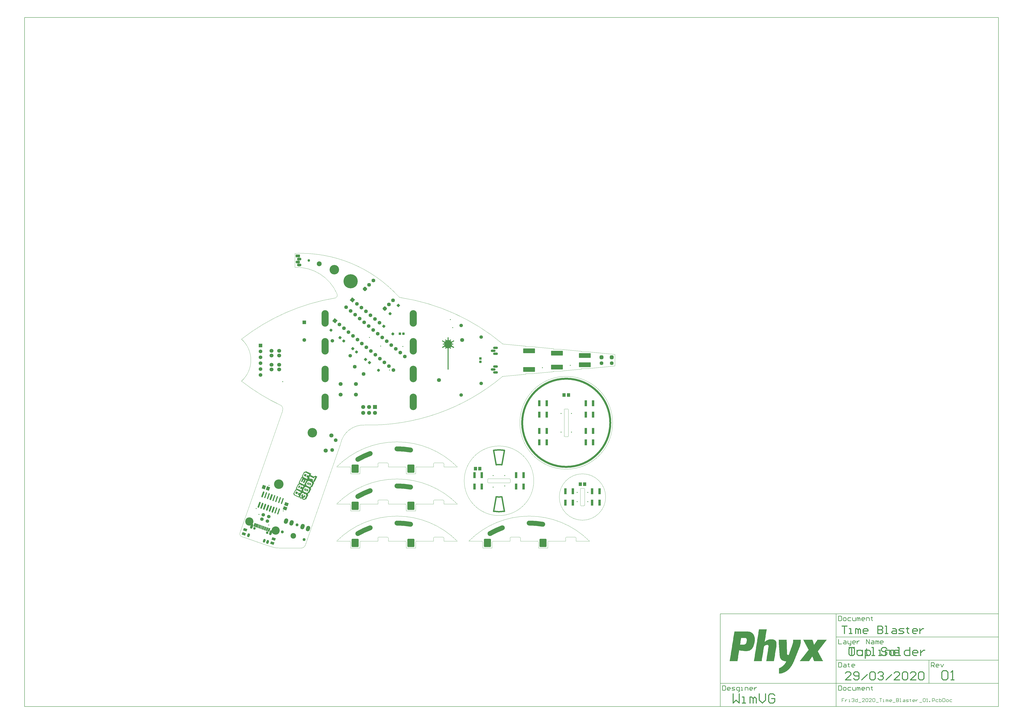
<source format=gts>
G04*
G04 #@! TF.GenerationSoftware,Altium Limited,Altium Designer,20.0.13 (296)*
G04*
G04 Layer_Color=8388736*
%FSLAX25Y25*%
%MOIN*%
G70*
G01*
G75*
%ADD10C,0.00787*%
%ADD11C,0.00984*%
%ADD17C,0.01575*%
%ADD19C,0.00197*%
%ADD30C,0.02362*%
%ADD31C,0.03347*%
%ADD32C,0.08268*%
G04:AMPARAMS|DCode=33|XSize=43.31mil|YSize=61.02mil|CornerRadius=0mil|HoleSize=0mil|Usage=FLASHONLY|Rotation=251.000|XOffset=0mil|YOffset=0mil|HoleType=Round|Shape=Rectangle|*
%AMROTATEDRECTD33*
4,1,4,-0.02180,0.03041,0.03590,0.01054,0.02180,-0.03041,-0.03590,-0.01054,-0.02180,0.03041,0.0*
%
%ADD33ROTATEDRECTD33*%

G04:AMPARAMS|DCode=34|XSize=15.75mil|YSize=61.02mil|CornerRadius=0mil|HoleSize=0mil|Usage=FLASHONLY|Rotation=341.000|XOffset=0mil|YOffset=0mil|HoleType=Round|Shape=Rectangle|*
%AMROTATEDRECTD34*
4,1,4,-0.01738,-0.02629,0.00249,0.03141,0.01738,0.02629,-0.00249,-0.03141,-0.01738,-0.02629,0.0*
%
%ADD34ROTATEDRECTD34*%

G04:AMPARAMS|DCode=35|XSize=62.99mil|YSize=55.12mil|CornerRadius=0mil|HoleSize=0mil|Usage=FLASHONLY|Rotation=341.000|XOffset=0mil|YOffset=0mil|HoleType=Round|Shape=Rectangle|*
%AMROTATEDRECTD35*
4,1,4,-0.03875,-0.01580,-0.02081,0.03631,0.03875,0.01580,0.02081,-0.03631,-0.03875,-0.01580,0.0*
%
%ADD35ROTATEDRECTD35*%

G04:AMPARAMS|DCode=36|XSize=62.99mil|YSize=55.12mil|CornerRadius=0mil|HoleSize=0mil|Usage=FLASHONLY|Rotation=71.000|XOffset=0mil|YOffset=0mil|HoleType=Round|Shape=Rectangle|*
%AMROTATEDRECTD36*
4,1,4,0.01580,-0.03875,-0.03631,-0.02081,-0.01580,0.03875,0.03631,0.02081,0.01580,-0.03875,0.0*
%
%ADD36ROTATEDRECTD36*%

G04:AMPARAMS|DCode=37|XSize=19.68mil|YSize=106.3mil|CornerRadius=0mil|HoleSize=0mil|Usage=FLASHONLY|Rotation=161.000|XOffset=0mil|YOffset=0mil|HoleType=Round|Shape=Round|*
%AMOVALD37*
21,1,0.08661,0.01968,0.00000,0.00000,251.0*
1,1,0.01968,0.01410,0.04095*
1,1,0.01968,-0.01410,-0.04095*
%
%ADD37OVALD37*%

G04:AMPARAMS|DCode=38|XSize=27.56mil|YSize=106.3mil|CornerRadius=0mil|HoleSize=0mil|Usage=FLASHONLY|Rotation=161.000|XOffset=0mil|YOffset=0mil|HoleType=Round|Shape=Round|*
%AMOVALD38*
21,1,0.07874,0.02756,0.00000,0.00000,251.0*
1,1,0.02756,0.01282,0.03723*
1,1,0.02756,-0.01282,-0.03723*
%
%ADD38OVALD38*%

%ADD39R,0.04331X0.10236*%
G04:AMPARAMS|DCode=40|XSize=199.21mil|YSize=81.1mil|CornerRadius=5.12mil|HoleSize=0mil|Usage=FLASHONLY|Rotation=0.000|XOffset=0mil|YOffset=0mil|HoleType=Round|Shape=RoundedRectangle|*
%AMROUNDEDRECTD40*
21,1,0.19921,0.07087,0,0,0.0*
21,1,0.18898,0.08110,0,0,0.0*
1,1,0.01024,0.09449,-0.03543*
1,1,0.01024,-0.09449,-0.03543*
1,1,0.01024,-0.09449,0.03543*
1,1,0.01024,0.09449,0.03543*
%
%ADD40ROUNDEDRECTD40*%
%ADD41R,0.05512X0.06299*%
G04:AMPARAMS|DCode=42|XSize=141.73mil|YSize=122.05mil|CornerRadius=16.73mil|HoleSize=0mil|Usage=FLASHONLY|Rotation=90.000|XOffset=0mil|YOffset=0mil|HoleType=Round|Shape=RoundedRectangle|*
%AMROUNDEDRECTD42*
21,1,0.14173,0.08858,0,0,90.0*
21,1,0.10827,0.12205,0,0,90.0*
1,1,0.03347,0.04429,0.05413*
1,1,0.03347,0.04429,-0.05413*
1,1,0.03347,-0.04429,-0.05413*
1,1,0.03347,-0.04429,0.05413*
%
%ADD42ROUNDEDRECTD42*%
%ADD43C,0.04331*%
G04:AMPARAMS|DCode=44|XSize=43.31mil|YSize=66.93mil|CornerRadius=0mil|HoleSize=0mil|Usage=FLASHONLY|Rotation=341.000|XOffset=0mil|YOffset=0mil|HoleType=Round|Shape=Round|*
%AMOVALD44*
21,1,0.02362,0.04331,0.00000,0.00000,71.0*
1,1,0.04331,-0.00385,-0.01117*
1,1,0.04331,0.00385,0.01117*
%
%ADD44OVALD44*%

G04:AMPARAMS|DCode=45|XSize=43.31mil|YSize=86.61mil|CornerRadius=0mil|HoleSize=0mil|Usage=FLASHONLY|Rotation=341.000|XOffset=0mil|YOffset=0mil|HoleType=Round|Shape=Round|*
%AMOVALD45*
21,1,0.04331,0.04331,0.00000,0.00000,71.0*
1,1,0.04331,-0.00705,-0.02047*
1,1,0.04331,0.00705,0.02047*
%
%ADD45OVALD45*%

G04:AMPARAMS|DCode=46|XSize=64.96mil|YSize=39.37mil|CornerRadius=0mil|HoleSize=0mil|Usage=FLASHONLY|Rotation=251.000|XOffset=0mil|YOffset=0mil|HoleType=Round|Shape=Round|*
%AMOVALD46*
21,1,0.02559,0.03937,0.00000,0.00000,251.0*
1,1,0.03937,0.00417,0.01210*
1,1,0.03937,-0.00417,-0.01210*
%
%ADD46OVALD46*%

%ADD47O,0.08268X0.04331*%
%ADD48O,0.08268X0.04331*%
%ADD49C,0.06299*%
%ADD50P,0.08908X4X365.0*%
%ADD51C,0.16142*%
%ADD52C,0.06693*%
%ADD53C,0.06890*%
%ADD54R,0.06890X0.06890*%
%ADD55C,0.05984*%
%ADD56C,0.13976*%
%ADD57R,0.06299X0.06299*%
%ADD58R,0.06299X0.06299*%
%ADD59C,0.06299*%
%ADD60C,0.06394*%
%ADD61P,0.06125X4X185.0*%
G04:AMPARAMS|DCode=62|XSize=43.31mil|YSize=43.31mil|CornerRadius=11.81mil|HoleSize=0mil|Usage=FLASHONLY|Rotation=140.000|XOffset=0mil|YOffset=0mil|HoleType=Round|Shape=RoundedRectangle|*
%AMROUNDEDRECTD62*
21,1,0.04331,0.01968,0,0,140.0*
21,1,0.01968,0.04331,0,0,140.0*
1,1,0.02362,-0.00121,0.01387*
1,1,0.02362,0.01387,0.00121*
1,1,0.02362,0.00121,-0.01387*
1,1,0.02362,-0.01387,-0.00121*
%
%ADD62ROUNDEDRECTD62*%
%ADD63P,0.08908X4X95.0*%
%ADD64R,0.04331X0.04331*%
G04:AMPARAMS|DCode=65|XSize=43.31mil|YSize=43.31mil|CornerRadius=11.81mil|HoleSize=0mil|Usage=FLASHONLY|Rotation=0.000|XOffset=0mil|YOffset=0mil|HoleType=Round|Shape=RoundedRectangle|*
%AMROUNDEDRECTD65*
21,1,0.04331,0.01968,0,0,0.0*
21,1,0.01968,0.04331,0,0,0.0*
1,1,0.02362,0.00984,-0.00984*
1,1,0.02362,-0.00984,-0.00984*
1,1,0.02362,-0.00984,0.00984*
1,1,0.02362,0.00984,0.00984*
%
%ADD65ROUNDEDRECTD65*%
%ADD66C,0.05118*%
G04:AMPARAMS|DCode=67|XSize=94.49mil|YSize=66.93mil|CornerRadius=0mil|HoleSize=0mil|Usage=FLASHONLY|Rotation=71.000|XOffset=0mil|YOffset=0mil|HoleType=Round|Shape=Round|*
%AMOVALD67*
21,1,0.02756,0.06693,0.00000,0.00000,71.0*
1,1,0.06693,-0.00449,-0.01303*
1,1,0.06693,0.00449,0.01303*
%
%ADD67OVALD67*%

%ADD68C,0.09449*%
G04:AMPARAMS|DCode=69|XSize=43.31mil|YSize=43.31mil|CornerRadius=11.81mil|HoleSize=0mil|Usage=FLASHONLY|Rotation=270.000|XOffset=0mil|YOffset=0mil|HoleType=Round|Shape=RoundedRectangle|*
%AMROUNDEDRECTD69*
21,1,0.04331,0.01968,0,0,270.0*
21,1,0.01968,0.04331,0,0,270.0*
1,1,0.02362,-0.00984,-0.00984*
1,1,0.02362,-0.00984,0.00984*
1,1,0.02362,0.00984,0.00984*
1,1,0.02362,0.00984,-0.00984*
%
%ADD69ROUNDEDRECTD69*%
%ADD70R,0.04331X0.04331*%
%ADD71C,0.07087*%
G04:AMPARAMS|DCode=72|XSize=43.31mil|YSize=43.31mil|CornerRadius=11.81mil|HoleSize=0mil|Usage=FLASHONLY|Rotation=225.000|XOffset=0mil|YOffset=0mil|HoleType=Round|Shape=RoundedRectangle|*
%AMROUNDEDRECTD72*
21,1,0.04331,0.01968,0,0,225.0*
21,1,0.01968,0.04331,0,0,225.0*
1,1,0.02362,-0.01392,0.00000*
1,1,0.02362,0.00000,0.01392*
1,1,0.02362,0.01392,0.00000*
1,1,0.02362,0.00000,-0.01392*
%
%ADD72ROUNDEDRECTD72*%
%ADD73P,0.06125X4X270.0*%
%ADD74C,0.05906*%
%ADD75O,0.12205X0.27953*%
%ADD76O,0.07480X0.04921*%
G04:AMPARAMS|DCode=77|XSize=49.21mil|YSize=74.8mil|CornerRadius=13.29mil|HoleSize=0mil|Usage=FLASHONLY|Rotation=270.000|XOffset=0mil|YOffset=0mil|HoleType=Round|Shape=RoundedRectangle|*
%AMROUNDEDRECTD77*
21,1,0.04921,0.04823,0,0,270.0*
21,1,0.02264,0.07480,0,0,270.0*
1,1,0.02657,-0.02411,-0.01132*
1,1,0.02657,-0.02411,0.01132*
1,1,0.02657,0.02411,0.01132*
1,1,0.02657,0.02411,-0.01132*
%
%ADD77ROUNDEDRECTD77*%
G04:AMPARAMS|DCode=78|XSize=63.94mil|YSize=63.94mil|CornerRadius=16.97mil|HoleSize=0mil|Usage=FLASHONLY|Rotation=225.000|XOffset=0mil|YOffset=0mil|HoleType=Round|Shape=RoundedRectangle|*
%AMROUNDEDRECTD78*
21,1,0.06394,0.03000,0,0,225.0*
21,1,0.03000,0.06394,0,0,225.0*
1,1,0.03394,-0.02121,0.00000*
1,1,0.03394,0.00000,0.02121*
1,1,0.03394,0.02121,0.00000*
1,1,0.03394,0.00000,-0.02121*
%
%ADD78ROUNDEDRECTD78*%
G04:AMPARAMS|DCode=79|XSize=63.94mil|YSize=63.94mil|CornerRadius=16.97mil|HoleSize=0mil|Usage=FLASHONLY|Rotation=90.000|XOffset=0mil|YOffset=0mil|HoleType=Round|Shape=RoundedRectangle|*
%AMROUNDEDRECTD79*
21,1,0.06394,0.03000,0,0,90.0*
21,1,0.03000,0.06394,0,0,90.0*
1,1,0.03394,0.01500,0.01500*
1,1,0.03394,0.01500,-0.01500*
1,1,0.03394,-0.01500,-0.01500*
1,1,0.03394,-0.01500,0.01500*
%
%ADD79ROUNDEDRECTD79*%
%ADD80C,0.08268*%
%ADD81C,0.24016*%
%ADD82C,0.01575*%
G36*
X362398Y357739D02*
X362407D01*
X362472Y357733D01*
X362481Y357731D01*
X362491Y357730D01*
X362554Y357717D01*
X362564Y357715D01*
X362573Y357713D01*
X362635Y357694D01*
X362644Y357690D01*
X362653Y357687D01*
X362713Y357663D01*
X362722Y357658D01*
X362731Y357654D01*
X362788Y357624D01*
X362796Y357618D01*
X362805Y357614D01*
X362858Y357578D01*
X362866Y357572D01*
X362874Y357566D01*
X362924Y357525D01*
X362931Y357518D01*
X362938Y357512D01*
X362984Y357466D01*
X362990Y357459D01*
X362997Y357452D01*
X363038Y357402D01*
X363044Y357394D01*
X363050Y357386D01*
X363086Y357333D01*
X363090Y357324D01*
X363096Y357316D01*
X363126Y357259D01*
X363130Y357250D01*
X363135Y357241D01*
X363159Y357182D01*
X363162Y357172D01*
X363166Y357163D01*
X363185Y357101D01*
X363187Y357092D01*
X363189Y357082D01*
X363202Y357019D01*
X363203Y357009D01*
X363205Y357000D01*
X363211Y356935D01*
Y356926D01*
X363212Y356916D01*
Y356884D01*
X363212Y351526D01*
X363513Y352653D01*
X363513Y352653D01*
Y352653D01*
X363519Y352676D01*
X363523Y352687D01*
X363527Y352698D01*
X363544Y352742D01*
X363550Y352753D01*
X363555Y352764D01*
X363577Y352805D01*
X363584Y352815D01*
X363590Y352826D01*
X363618Y352864D01*
X363625Y352873D01*
X363632Y352883D01*
X363665Y352918D01*
X363673Y352926D01*
X363682Y352934D01*
X363718Y352965D01*
X363727Y352972D01*
X363737Y352980D01*
X363776Y353006D01*
X363787Y353012D01*
X363797Y353018D01*
X363839Y353040D01*
X363850Y353044D01*
X363861Y353049D01*
X363906Y353065D01*
X363917Y353068D01*
X363928Y353072D01*
X363974Y353083D01*
X363986Y353084D01*
X363998Y353087D01*
X364045Y353092D01*
X364057Y353092D01*
X364069Y353093D01*
X364116Y353093D01*
X364128Y353092D01*
X364140Y353091D01*
X364187Y353085D01*
X364199Y353082D01*
X364211Y353081D01*
X364257Y353069D01*
X364268Y353065D01*
X364279Y353062D01*
X364323Y353044D01*
X364334Y353039D01*
X364345Y353034D01*
X364387Y353012D01*
X364397Y353005D01*
X364407Y352999D01*
X364446Y352972D01*
X364455Y352965D01*
X364465Y352958D01*
X364500Y352926D01*
X364508Y352917D01*
X364517Y352909D01*
X364548Y352873D01*
X364555Y352864D01*
X364563Y352854D01*
X364590Y352815D01*
X364595Y352805D01*
X364602Y352795D01*
X364624Y352753D01*
X364628Y352742D01*
X364633Y352731D01*
X364650Y352687D01*
X364653Y352675D01*
X364657Y352664D01*
X364669Y352618D01*
X364670Y352606D01*
X364673Y352594D01*
X364679Y352547D01*
X364679Y352535D01*
X364680Y352523D01*
Y352500D01*
Y352487D01*
X364679Y352480D01*
X364680Y352474D01*
X364678Y352448D01*
X364677Y352442D01*
X364677Y352435D01*
X364673Y352410D01*
X364672Y352403D01*
X364671Y352397D01*
X364666Y352372D01*
X364664Y352365D01*
X364663Y352359D01*
X364660Y352347D01*
X364660Y352347D01*
X364222Y350707D01*
X365889Y353590D01*
X365889Y353590D01*
X365903Y353615D01*
X365909Y353624D01*
X365915Y353633D01*
X365949Y353680D01*
X365956Y353688D01*
X365963Y353696D01*
X366001Y353739D01*
X366009Y353746D01*
X366017Y353754D01*
X366060Y353792D01*
X366069Y353798D01*
X366077Y353805D01*
X366124Y353838D01*
X366134Y353843D01*
X366143Y353849D01*
X366193Y353877D01*
X366203Y353881D01*
X366213Y353886D01*
X366266Y353908D01*
X366276Y353911D01*
X366286Y353916D01*
X366341Y353932D01*
X366352Y353934D01*
X366362Y353937D01*
X366419Y353946D01*
X366430Y353947D01*
X366440Y353949D01*
X366498Y353953D01*
X366509Y353953D01*
X366519Y353953D01*
X366577Y353951D01*
X366588Y353949D01*
X366598Y353948D01*
X366655Y353940D01*
X366666Y353937D01*
X366676Y353935D01*
X366732Y353920D01*
X366742Y353917D01*
X366753Y353914D01*
X366806Y353893D01*
X366816Y353888D01*
X366826Y353884D01*
X366877Y353857D01*
X366886Y353851D01*
X366895Y353846D01*
X366943Y353814D01*
X366952Y353807D01*
X366961Y353801D01*
X367005Y353764D01*
X367012Y353757D01*
X367020Y353750D01*
X367060Y353708D01*
X367067Y353699D01*
X367074Y353692D01*
X367109Y353646D01*
X367115Y353637D01*
X367121Y353628D01*
X367151Y353579D01*
X367156Y353569D01*
X367161Y353560D01*
X367186Y353508D01*
X367189Y353498D01*
X367194Y353488D01*
X367212Y353433D01*
X367215Y353423D01*
X367218Y353412D01*
X367231Y353356D01*
X367232Y353345D01*
X367234Y353335D01*
X367240Y353278D01*
X367240Y353267D01*
X367242Y353256D01*
Y353227D01*
Y353210D01*
X367241Y353204D01*
X367241Y353197D01*
X367239Y353163D01*
X367238Y353156D01*
X367237Y353150D01*
X367233Y353116D01*
X367231Y353109D01*
X367231Y353103D01*
X367224Y353069D01*
X367222Y353063D01*
X367221Y353056D01*
X367212Y353023D01*
X367210Y353017D01*
X367209Y353011D01*
X367197Y352978D01*
X367195Y352972D01*
X367193Y352966D01*
X367180Y352934D01*
X367177Y352928D01*
X367174Y352922D01*
X367159Y352891D01*
X367156Y352886D01*
X367153Y352880D01*
X367144Y352865D01*
X367144Y352865D01*
X367144Y352865D01*
X365495Y350011D01*
X366661Y351179D01*
X366677Y351196D01*
X366686Y351203D01*
X366695Y351211D01*
X366732Y351240D01*
X366741Y351247D01*
X366751Y351254D01*
X366790Y351278D01*
X366801Y351283D01*
X366811Y351289D01*
X366853Y351308D01*
X366864Y351312D01*
X366875Y351317D01*
X366919Y351331D01*
X366931Y351334D01*
X366942Y351337D01*
X366988Y351346D01*
X366999Y351348D01*
X367011Y351350D01*
X367057Y351353D01*
X367069Y351353D01*
X367081Y351354D01*
X367127Y351352D01*
X367139Y351350D01*
X367150Y351350D01*
X367197Y351343D01*
X367208Y351340D01*
X367219Y351338D01*
X367264Y351325D01*
X367275Y351321D01*
X367286Y351317D01*
X367329Y351299D01*
X367340Y351294D01*
X367350Y351289D01*
X367391Y351267D01*
X367401Y351260D01*
X367411Y351254D01*
X367448Y351226D01*
X367457Y351219D01*
X367467Y351212D01*
X367501Y351180D01*
X367509Y351171D01*
X367517Y351163D01*
X367547Y351128D01*
X367554Y351118D01*
X367561Y351109D01*
X367587Y351070D01*
X367593Y351060D01*
X367599Y351050D01*
X367620Y351009D01*
X367625Y350998D01*
X367630Y350987D01*
X367646Y350943D01*
X367649Y350932D01*
X367653Y350921D01*
X367664Y350876D01*
X367665Y350864D01*
X367668Y350853D01*
X367673Y350807D01*
X367673Y350795D01*
X367674Y350783D01*
Y350760D01*
Y350741D01*
X367673Y350731D01*
Y350721D01*
X367670Y350682D01*
X367668Y350673D01*
X367667Y350663D01*
X367659Y350625D01*
X367656Y350616D01*
X367655Y350606D01*
X367643Y350569D01*
X367640Y350560D01*
X367637Y350551D01*
X367622Y350515D01*
X367617Y350507D01*
X367614Y350498D01*
X367595Y350463D01*
X367590Y350455D01*
X367585Y350447D01*
X367564Y350414D01*
X367558Y350407D01*
X367552Y350399D01*
X367528Y350369D01*
X367521Y350362D01*
X367515Y350354D01*
X367501Y350341D01*
X367501Y350341D01*
X367501Y350341D01*
X367501Y350341D01*
X366655Y349493D01*
X371338Y352200D01*
X371338Y352200D01*
X371368Y352217D01*
X371377Y352221D01*
X371387Y352227D01*
X371450Y352255D01*
X371460Y352258D01*
X371469Y352262D01*
X371535Y352284D01*
X371545Y352286D01*
X371555Y352289D01*
X371622Y352303D01*
X371633Y352305D01*
X371643Y352307D01*
X371711Y352314D01*
X371722Y352314D01*
X371732Y352315D01*
X371801Y352315D01*
X371812Y352314D01*
X371822Y352314D01*
X371891Y352307D01*
X371901Y352305D01*
X371911Y352304D01*
X371979Y352289D01*
X371988Y352286D01*
X371999Y352284D01*
X372064Y352262D01*
X372074Y352258D01*
X372084Y352255D01*
X372147Y352227D01*
X372156Y352222D01*
X372165Y352218D01*
X372225Y352183D01*
X372233Y352177D01*
X372242Y352172D01*
X372298Y352131D01*
X372306Y352124D01*
X372314Y352118D01*
X372366Y352072D01*
X372373Y352064D01*
X372380Y352057D01*
X372427Y352006D01*
X372433Y351998D01*
X372440Y351990D01*
X372480Y351934D01*
X372485Y351925D01*
X372492Y351917D01*
X372526Y351857D01*
X372530Y351847D01*
X372535Y351838D01*
X372564Y351775D01*
X372567Y351765D01*
X372571Y351756D01*
X372592Y351690D01*
X372595Y351680D01*
X372598Y351670D01*
X372612Y351603D01*
X372613Y351592D01*
X372615Y351582D01*
X372623Y351514D01*
X372623Y351503D01*
X372624Y351493D01*
Y351458D01*
Y351430D01*
X372623Y351421D01*
X372623Y351412D01*
X372618Y351355D01*
X372616Y351346D01*
X372616Y351338D01*
X372606Y351281D01*
X372603Y351273D01*
X372602Y351264D01*
X372587Y351209D01*
X372584Y351201D01*
X372582Y351192D01*
X372562Y351138D01*
X372558Y351131D01*
X372556Y351122D01*
X372531Y351070D01*
X372527Y351063D01*
X372523Y351055D01*
X372495Y351005D01*
X372490Y350998D01*
X372485Y350991D01*
X372452Y350943D01*
X372447Y350937D01*
X372442Y350930D01*
X372405Y350886D01*
X372399Y350880D01*
X372393Y350873D01*
X372353Y350832D01*
X372346Y350827D01*
X372340Y350821D01*
X372296Y350784D01*
X372289Y350779D01*
X372282Y350773D01*
X372235Y350740D01*
X372228Y350736D01*
X372221Y350731D01*
X372196Y350717D01*
X372196Y350716D01*
X367604Y348063D01*
X368665Y348348D01*
X368665D01*
X368665Y348348D01*
X368687Y348354D01*
X368698Y348356D01*
X368709Y348358D01*
X368754Y348365D01*
X368765Y348366D01*
X368776Y348367D01*
X368822Y348369D01*
X368833Y348368D01*
X368845Y348368D01*
X368890Y348364D01*
X368901Y348362D01*
X368912Y348361D01*
X368957Y348353D01*
X368968Y348349D01*
X368979Y348347D01*
X369022Y348333D01*
X369032Y348328D01*
X369043Y348325D01*
X369084Y348306D01*
X369094Y348301D01*
X369104Y348296D01*
X369143Y348272D01*
X369152Y348266D01*
X369162Y348260D01*
X369198Y348232D01*
X369207Y348224D01*
X369215Y348217D01*
X369248Y348186D01*
X369255Y348177D01*
X369263Y348169D01*
X369292Y348134D01*
X369299Y348125D01*
X369305Y348116D01*
X369330Y348077D01*
X369335Y348067D01*
X369341Y348058D01*
X369361Y348017D01*
X369365Y348007D01*
X369370Y347996D01*
X369386Y347954D01*
X369388Y347942D01*
X369392Y347932D01*
X369402Y347887D01*
X369404Y347876D01*
X369406Y347865D01*
X369411Y347820D01*
X369411Y347809D01*
X369413Y347797D01*
Y347775D01*
Y347753D01*
X369411Y347742D01*
X369411Y347732D01*
X369407Y347689D01*
X369405Y347678D01*
X369403Y347668D01*
X369394Y347625D01*
X369391Y347615D01*
X369388Y347605D01*
X369374Y347564D01*
X369370Y347554D01*
X369366Y347544D01*
X369348Y347505D01*
X369342Y347495D01*
X369338Y347485D01*
X369315Y347449D01*
X369309Y347440D01*
X369303Y347431D01*
X369277Y347397D01*
X369270Y347389D01*
X369263Y347380D01*
X369233Y347349D01*
X369225Y347342D01*
X369217Y347334D01*
X369184Y347306D01*
X369175Y347300D01*
X369167Y347294D01*
X369131Y347270D01*
X369122Y347265D01*
X369113Y347259D01*
X369074Y347239D01*
X369064Y347235D01*
X369055Y347230D01*
X369015Y347214D01*
X369004Y347211D01*
X368994Y347207D01*
X368973Y347202D01*
X368973Y347202D01*
X367275Y346745D01*
X370674Y346743D01*
D01*
X370700Y346743D01*
X370710Y346742D01*
X370720Y346742D01*
X370771Y346737D01*
X370781Y346735D01*
X370791Y346734D01*
X370841Y346724D01*
X370851Y346722D01*
X370860Y346720D01*
X370910Y346705D01*
X370919Y346701D01*
X370928Y346698D01*
X370976Y346678D01*
X370984Y346674D01*
X370993Y346670D01*
X371039Y346645D01*
X371047Y346640D01*
X371056Y346636D01*
X371099Y346607D01*
X371106Y346601D01*
X371114Y346595D01*
X371154Y346562D01*
X371161Y346555D01*
X371169Y346549D01*
X371205Y346513D01*
X371211Y346505D01*
X371218Y346498D01*
X371251Y346458D01*
X371257Y346450D01*
X371263Y346443D01*
X371291Y346399D01*
X371296Y346391D01*
X371302Y346383D01*
X371326Y346337D01*
X371330Y346328D01*
X371334Y346320D01*
X371354Y346272D01*
X371357Y346263D01*
X371360Y346253D01*
X371376Y346204D01*
X371377Y346194D01*
X371380Y346185D01*
X371390Y346134D01*
X371391Y346125D01*
X371393Y346115D01*
X371398Y346064D01*
Y346054D01*
X371399Y346044D01*
Y346018D01*
Y345992D01*
X371398Y345983D01*
Y345973D01*
X371393Y345921D01*
X371391Y345912D01*
X371390Y345902D01*
X371380Y345851D01*
X371377Y345842D01*
X371375Y345832D01*
X371360Y345783D01*
X371357Y345774D01*
X371354Y345765D01*
X371334Y345717D01*
X371329Y345708D01*
X371326Y345699D01*
X371301Y345654D01*
X371296Y345645D01*
X371291Y345637D01*
X371263Y345594D01*
X371256Y345586D01*
X371251Y345578D01*
X371218Y345538D01*
X371211Y345531D01*
X371205Y345524D01*
X371168Y345487D01*
X371161Y345481D01*
X371154Y345474D01*
X371114Y345441D01*
X371106Y345436D01*
X371098Y345430D01*
X371055Y345401D01*
X371047Y345396D01*
X371039Y345391D01*
X370993Y345367D01*
X370984Y345363D01*
X370975Y345358D01*
X370927Y345338D01*
X370918Y345336D01*
X370909Y345332D01*
X370860Y345317D01*
X370850Y345315D01*
X370841Y345312D01*
X370790Y345302D01*
X370780Y345301D01*
X370771Y345299D01*
X370719Y345294D01*
X370709Y345294D01*
X370700Y345293D01*
X370674Y345293D01*
X370674Y345293D01*
X370674Y345293D01*
X370674D01*
X370674Y345293D01*
X367434Y345295D01*
X368975Y344883D01*
X368975Y344883D01*
X368975D01*
X368996Y344878D01*
X369006Y344874D01*
X369017Y344871D01*
X369057Y344855D01*
X369067Y344850D01*
X369077Y344846D01*
X369115Y344826D01*
X369124Y344820D01*
X369134Y344815D01*
X369170Y344791D01*
X369178Y344784D01*
X369187Y344778D01*
X369220Y344751D01*
X369228Y344743D01*
X369236Y344736D01*
X369266Y344705D01*
X369272Y344696D01*
X369280Y344688D01*
X369306Y344654D01*
X369312Y344645D01*
X369318Y344636D01*
X369341Y344599D01*
X369345Y344590D01*
X369351Y344580D01*
X369369Y344541D01*
X369373Y344531D01*
X369377Y344521D01*
X369391Y344480D01*
X369394Y344470D01*
X369397Y344459D01*
X369406Y344417D01*
X369408Y344406D01*
X369410Y344396D01*
X369415Y344353D01*
X369415Y344342D01*
X369416Y344331D01*
Y344310D01*
Y344287D01*
X369415Y344276D01*
X369414Y344264D01*
X369409Y344219D01*
X369407Y344208D01*
X369405Y344197D01*
X369395Y344153D01*
X369391Y344142D01*
X369389Y344131D01*
X369373Y344089D01*
X369369Y344078D01*
X369365Y344068D01*
X369345Y344027D01*
X369339Y344017D01*
X369334Y344007D01*
X369309Y343969D01*
X369302Y343960D01*
X369296Y343951D01*
X369267Y343916D01*
X369259Y343908D01*
X369251Y343899D01*
X369219Y343868D01*
X369210Y343861D01*
X369202Y343853D01*
X369166Y343825D01*
X369156Y343819D01*
X369147Y343812D01*
X369108Y343789D01*
X369098Y343784D01*
X369088Y343779D01*
X369047Y343760D01*
X369036Y343756D01*
X369026Y343752D01*
X368983Y343738D01*
X368971Y343735D01*
X368961Y343732D01*
X368916Y343723D01*
X368905Y343722D01*
X368894Y343720D01*
X368849Y343716D01*
X368837Y343717D01*
X368826Y343716D01*
X368781Y343717D01*
X368770Y343719D01*
X368758Y343719D01*
X368713Y343726D01*
X368702Y343729D01*
X368691Y343730D01*
X368669Y343736D01*
X368669D01*
X367504Y344047D01*
X372173Y341348D01*
X372173Y341348D01*
X372198Y341333D01*
X372205Y341328D01*
X372213Y341324D01*
X372260Y341291D01*
X372266Y341285D01*
X372273Y341280D01*
X372318Y341243D01*
X372324Y341237D01*
X372330Y341232D01*
X372371Y341191D01*
X372376Y341184D01*
X372382Y341178D01*
X372420Y341134D01*
X372424Y341127D01*
X372430Y341121D01*
X372463Y341073D01*
X372467Y341066D01*
X372472Y341059D01*
X372501Y341009D01*
X372504Y341001D01*
X372509Y340994D01*
X372533Y340942D01*
X372536Y340933D01*
X372540Y340926D01*
X372559Y340872D01*
X372562Y340863D01*
X372565Y340855D01*
X372580Y340800D01*
X372581Y340791D01*
X372583Y340783D01*
X372593Y340726D01*
X372594Y340718D01*
X372595Y340709D01*
X372601Y340652D01*
X372600Y340643D01*
X372601Y340635D01*
Y340606D01*
Y340571D01*
X372600Y340561D01*
X372600Y340551D01*
X372593Y340482D01*
X372591Y340472D01*
X372590Y340461D01*
X372575Y340394D01*
X372572Y340384D01*
X372570Y340374D01*
X372549Y340308D01*
X372544Y340299D01*
X372541Y340289D01*
X372513Y340226D01*
X372508Y340217D01*
X372504Y340207D01*
X372469Y340147D01*
X372463Y340139D01*
X372458Y340130D01*
X372417Y340074D01*
X372410Y340067D01*
X372404Y340058D01*
X372358Y340007D01*
X372350Y340000D01*
X372343Y339992D01*
X372292Y339946D01*
X372284Y339940D01*
X372276Y339933D01*
X372220Y339892D01*
X372211Y339887D01*
X372202Y339881D01*
X372143Y339847D01*
X372133Y339842D01*
X372124Y339837D01*
X372061Y339809D01*
X372051Y339806D01*
X372042Y339802D01*
X371976Y339780D01*
X371966Y339778D01*
X371956Y339775D01*
X371888Y339761D01*
X371878Y339759D01*
X371868Y339757D01*
X371799Y339750D01*
X371789Y339750D01*
X371779Y339749D01*
X371709Y339749D01*
X371699Y339750D01*
X371689Y339750D01*
X371620Y339758D01*
X371610Y339760D01*
X371600Y339761D01*
X371532Y339775D01*
X371522Y339778D01*
X371512Y339781D01*
X371446Y339802D01*
X371437Y339806D01*
X371427Y339809D01*
X371364Y339838D01*
X371355Y339843D01*
X371346Y339847D01*
X371316Y339864D01*
X371316Y339864D01*
X366716Y342524D01*
X367522Y341719D01*
X367522Y341719D01*
X367522Y341719D01*
X367535Y341705D01*
X367542Y341698D01*
X367549Y341691D01*
X367573Y341661D01*
X367579Y341653D01*
X367585Y341646D01*
X367606Y341613D01*
X367611Y341605D01*
X367617Y341597D01*
X367635Y341562D01*
X367639Y341553D01*
X367643Y341545D01*
X367658Y341509D01*
X367661Y341499D01*
X367665Y341490D01*
X367676Y341453D01*
X367678Y341444D01*
X367681Y341434D01*
X367688Y341396D01*
X367689Y341387D01*
X367691Y341377D01*
X367695Y341338D01*
Y341328D01*
X367696Y341319D01*
Y341299D01*
Y341276D01*
X367695Y341264D01*
X367695Y341253D01*
X367689Y341206D01*
X367687Y341195D01*
X367685Y341183D01*
X367674Y341138D01*
X367670Y341127D01*
X367667Y341116D01*
X367651Y341072D01*
X367646Y341062D01*
X367642Y341051D01*
X367621Y341009D01*
X367615Y340999D01*
X367609Y340989D01*
X367583Y340950D01*
X367576Y340941D01*
X367569Y340932D01*
X367539Y340896D01*
X367530Y340888D01*
X367523Y340879D01*
X367488Y340848D01*
X367479Y340841D01*
X367470Y340833D01*
X367433Y340806D01*
X367423Y340800D01*
X367413Y340793D01*
X367372Y340770D01*
X367362Y340766D01*
X367351Y340760D01*
X367308Y340742D01*
X367297Y340739D01*
X367286Y340735D01*
X367241Y340722D01*
X367230Y340720D01*
X367219Y340717D01*
X367173Y340709D01*
X367161Y340709D01*
X367149Y340707D01*
X367103Y340705D01*
X367091Y340706D01*
X367079Y340706D01*
X367033Y340709D01*
X367022Y340711D01*
X367010Y340713D01*
X366964Y340722D01*
X366953Y340725D01*
X366942Y340727D01*
X366897Y340742D01*
X366887Y340747D01*
X366876Y340750D01*
X366833Y340770D01*
X366823Y340776D01*
X366813Y340781D01*
X366773Y340805D01*
X366764Y340812D01*
X366754Y340818D01*
X366717Y340847D01*
X366709Y340855D01*
X366700Y340863D01*
X366683Y340879D01*
D01*
X366683Y340879D01*
X366683Y340879D01*
X366683Y340879D01*
X365439Y342121D01*
X367138Y339175D01*
X367138Y339175D01*
X367146Y339160D01*
X367149Y339154D01*
X367153Y339149D01*
X367168Y339118D01*
X367170Y339112D01*
X367173Y339106D01*
X367186Y339074D01*
X367188Y339068D01*
X367191Y339062D01*
X367202Y339030D01*
X367203Y339023D01*
X367206Y339017D01*
X367215Y338984D01*
X367216Y338978D01*
X367217Y338971D01*
X367224Y338937D01*
X367225Y338931D01*
X367226Y338925D01*
X367231Y338891D01*
X367231Y338884D01*
X367232Y338878D01*
X367234Y338843D01*
X367234Y338837D01*
X367235Y338830D01*
Y338813D01*
Y338784D01*
X367234Y338773D01*
X367234Y338763D01*
X367227Y338705D01*
X367225Y338695D01*
X367224Y338684D01*
X367211Y338628D01*
X367208Y338618D01*
X367206Y338607D01*
X367187Y338553D01*
X367183Y338543D01*
X367179Y338533D01*
X367155Y338480D01*
X367149Y338471D01*
X367144Y338461D01*
X367115Y338412D01*
X367108Y338404D01*
X367102Y338394D01*
X367067Y338349D01*
X367060Y338341D01*
X367053Y338332D01*
X367014Y338291D01*
X367005Y338284D01*
X366998Y338276D01*
X366954Y338239D01*
X366945Y338233D01*
X366936Y338226D01*
X366888Y338194D01*
X366879Y338189D01*
X366870Y338183D01*
X366819Y338157D01*
X366809Y338153D01*
X366799Y338148D01*
X366745Y338127D01*
X366735Y338124D01*
X366725Y338120D01*
X366669Y338105D01*
X366659Y338103D01*
X366648Y338101D01*
X366591Y338092D01*
X366581Y338091D01*
X366570Y338090D01*
X366512Y338087D01*
X366502Y338088D01*
X366491Y338088D01*
X366433Y338091D01*
X366423Y338093D01*
X366412Y338094D01*
X366355Y338104D01*
X366345Y338107D01*
X366334Y338109D01*
X366279Y338125D01*
X366269Y338129D01*
X366259Y338132D01*
X366205Y338154D01*
X366196Y338159D01*
X366186Y338163D01*
X366136Y338191D01*
X366127Y338197D01*
X366117Y338203D01*
X366070Y338236D01*
X366062Y338243D01*
X366053Y338249D01*
X366010Y338287D01*
X366002Y338295D01*
X365994Y338302D01*
X365955Y338345D01*
X365949Y338353D01*
X365942Y338361D01*
X365908Y338408D01*
X365902Y338417D01*
X365896Y338426D01*
X365882Y338451D01*
X365882Y338451D01*
X364255Y341271D01*
X364672Y339722D01*
X364672Y339722D01*
X364672Y339722D01*
X364675Y339709D01*
X364676Y339703D01*
X364678Y339697D01*
X364683Y339671D01*
X364684Y339665D01*
X364685Y339658D01*
X364688Y339633D01*
X364689Y339626D01*
X364690Y339620D01*
X364691Y339594D01*
X364691Y339587D01*
X364692Y339581D01*
Y339568D01*
Y339544D01*
X364691Y339532D01*
X364690Y339520D01*
X364685Y339473D01*
X364682Y339461D01*
X364681Y339450D01*
X364669Y339404D01*
X364665Y339392D01*
X364662Y339381D01*
X364646Y339336D01*
X364640Y339326D01*
X364636Y339315D01*
X364614Y339273D01*
X364608Y339263D01*
X364602Y339252D01*
X364575Y339213D01*
X364567Y339204D01*
X364560Y339194D01*
X364529Y339159D01*
X364520Y339151D01*
X364512Y339142D01*
X364477Y339110D01*
X364468Y339103D01*
X364458Y339095D01*
X364420Y339068D01*
X364409Y339062D01*
X364399Y339056D01*
X364357Y339033D01*
X364347Y339029D01*
X364336Y339023D01*
X364292Y339006D01*
X364280Y339003D01*
X364269Y338999D01*
X364223Y338987D01*
X364211Y338985D01*
X364200Y338983D01*
X364153Y338976D01*
X364141Y338976D01*
X364129Y338974D01*
X364082Y338974D01*
X364070Y338975D01*
X364058Y338975D01*
X364011Y338980D01*
X363999Y338983D01*
X363987Y338984D01*
X363941Y338995D01*
X363930Y338999D01*
X363918Y339002D01*
X363874Y339018D01*
X363863Y339023D01*
X363852Y339027D01*
X363809Y339049D01*
X363799Y339055D01*
X363789Y339061D01*
X363749Y339087D01*
X363740Y339095D01*
X363730Y339102D01*
X363694Y339132D01*
X363686Y339141D01*
X363677Y339149D01*
X363645Y339184D01*
X363638Y339193D01*
X363630Y339202D01*
X363602Y339241D01*
X363597Y339251D01*
X363590Y339261D01*
X363567Y339303D01*
X363562Y339314D01*
X363557Y339324D01*
X363539Y339368D01*
X363536Y339380D01*
X363531Y339391D01*
X363525Y339414D01*
X363525Y339414D01*
X363212Y340578D01*
Y303578D01*
Y303545D01*
X363211Y303536D01*
Y303526D01*
X363205Y303462D01*
X363203Y303452D01*
X363202Y303443D01*
X363189Y303379D01*
X363187Y303370D01*
X363185Y303360D01*
X363166Y303298D01*
X363162Y303289D01*
X363159Y303280D01*
X363135Y303220D01*
X363130Y303211D01*
X363126Y303203D01*
X363096Y303145D01*
X363090Y303137D01*
X363086Y303129D01*
X363050Y303075D01*
X363044Y303067D01*
X363038Y303059D01*
X362997Y303009D01*
X362990Y303003D01*
X362984Y302995D01*
X362938Y302949D01*
X362931Y302943D01*
X362924Y302936D01*
X362874Y302895D01*
X362866Y302890D01*
X362858Y302884D01*
X362805Y302848D01*
X362796Y302843D01*
X362788Y302838D01*
X362731Y302807D01*
X362722Y302803D01*
X362713Y302799D01*
X362653Y302774D01*
X362644Y302771D01*
X362635Y302767D01*
X362573Y302749D01*
X362564Y302747D01*
X362554Y302744D01*
X362491Y302731D01*
X362481Y302730D01*
X362472Y302728D01*
X362407Y302722D01*
X362398D01*
X362388Y302721D01*
X362323D01*
X362314Y302722D01*
X362304D01*
X362239Y302728D01*
X362230Y302730D01*
X362220Y302731D01*
X362157Y302744D01*
X362147Y302747D01*
X362138Y302749D01*
X362076Y302767D01*
X362067Y302771D01*
X362057Y302774D01*
X361998Y302799D01*
X361989Y302803D01*
X361980Y302807D01*
X361923Y302838D01*
X361915Y302843D01*
X361906Y302848D01*
X361853Y302884D01*
X361845Y302890D01*
X361837Y302895D01*
X361787Y302936D01*
X361780Y302943D01*
X361773Y302949D01*
X361727Y302995D01*
X361721Y303002D01*
X361714Y303009D01*
X361673Y303059D01*
X361667Y303067D01*
X361661Y303075D01*
X361625Y303129D01*
X361621Y303137D01*
X361615Y303145D01*
X361585Y303203D01*
X361581Y303211D01*
X361576Y303220D01*
X361552Y303280D01*
X361549Y303289D01*
X361545Y303298D01*
X361526Y303360D01*
X361524Y303370D01*
X361522Y303379D01*
X361509Y303443D01*
X361508Y303452D01*
X361506Y303462D01*
X361500Y303526D01*
Y303536D01*
X361499Y303545D01*
Y303578D01*
X361499Y340505D01*
X361207Y339411D01*
Y339411D01*
X361200Y339386D01*
X361195Y339374D01*
X361192Y339362D01*
X361172Y339314D01*
X361166Y339302D01*
X361161Y339291D01*
X361135Y339246D01*
X361127Y339235D01*
X361120Y339224D01*
X361089Y339183D01*
X361080Y339174D01*
X361072Y339164D01*
X361035Y339127D01*
X361025Y339119D01*
X361016Y339110D01*
X360975Y339078D01*
X360964Y339071D01*
X360953Y339064D01*
X360908Y339038D01*
X360896Y339033D01*
X360885Y339026D01*
X360837Y339006D01*
X360825Y339003D01*
X360813Y338998D01*
X360763Y338985D01*
X360750Y338983D01*
X360737Y338980D01*
X360686Y338973D01*
X360673Y338972D01*
X360660Y338971D01*
X360608Y338971D01*
X360595Y338972D01*
X360582Y338973D01*
X360531Y338979D01*
X360518Y338982D01*
X360505Y338984D01*
X360455Y338998D01*
X360443Y339002D01*
X360431Y339006D01*
X360383Y339026D01*
X360371Y339032D01*
X360360Y339037D01*
X360315Y339063D01*
X360304Y339071D01*
X360293Y339078D01*
X360252Y339109D01*
X360243Y339118D01*
X360232Y339126D01*
X360196Y339163D01*
X360188Y339173D01*
X360179Y339182D01*
X360147Y339223D01*
X360140Y339234D01*
X360133Y339245D01*
X360107Y339290D01*
X360101Y339301D01*
X360095Y339313D01*
X360075Y339361D01*
X360071Y339373D01*
X360067Y339385D01*
X360053Y339435D01*
X360051Y339448D01*
X360048Y339461D01*
X360042Y339512D01*
X360041Y339525D01*
X360040Y339538D01*
X360040Y339590D01*
X360041Y339603D01*
X360041Y339616D01*
X360048Y339667D01*
X360051Y339680D01*
X360053Y339692D01*
X360060Y339718D01*
X360060Y339718D01*
X360501Y341371D01*
X358816Y338455D01*
X358816Y338455D01*
X358816Y338455D01*
X358815Y338454D01*
X358815Y338454D01*
X358801Y338428D01*
X358794Y338419D01*
X358788Y338410D01*
X358753Y338362D01*
X358746Y338354D01*
X358739Y338345D01*
X358699Y338302D01*
X358690Y338294D01*
X358683Y338286D01*
X358638Y338248D01*
X358629Y338241D01*
X358620Y338234D01*
X358571Y338201D01*
X358562Y338196D01*
X358552Y338189D01*
X358500Y338162D01*
X358490Y338158D01*
X358480Y338153D01*
X358425Y338131D01*
X358414Y338128D01*
X358403Y338124D01*
X358346Y338109D01*
X358335Y338107D01*
X358325Y338104D01*
X358266Y338095D01*
X358255Y338095D01*
X358244Y338093D01*
X358185Y338091D01*
X358174Y338092D01*
X358163Y338092D01*
X358103Y338096D01*
X358092Y338098D01*
X358082Y338099D01*
X358023Y338110D01*
X358013Y338113D01*
X358002Y338115D01*
X357945Y338133D01*
X357935Y338137D01*
X357924Y338141D01*
X357870Y338164D01*
X357860Y338170D01*
X357850Y338174D01*
X357799Y338204D01*
X357790Y338210D01*
X357781Y338216D01*
X357733Y338251D01*
X357725Y338259D01*
X357716Y338265D01*
X357672Y338306D01*
X357665Y338314D01*
X357657Y338322D01*
X357618Y338367D01*
X357612Y338376D01*
X357605Y338384D01*
X357572Y338433D01*
X357566Y338443D01*
X357560Y338452D01*
X357533Y338505D01*
X357528Y338515D01*
X357523Y338525D01*
X357502Y338580D01*
X357499Y338591D01*
X357495Y338601D01*
X357479Y338658D01*
X357478Y338669D01*
X357475Y338680D01*
X357466Y338738D01*
X357466Y338750D01*
X357464Y338760D01*
X357462Y338820D01*
X357463Y338831D01*
X357462Y338842D01*
X357467Y338901D01*
X357469Y338912D01*
X357470Y338923D01*
X357481Y338981D01*
X357484Y338992D01*
X357486Y339003D01*
X357504Y339059D01*
X357508Y339069D01*
X357511Y339080D01*
X357535Y339134D01*
X357540Y339144D01*
X357545Y339154D01*
X357560Y339180D01*
X357560Y339180D01*
X359209Y342033D01*
X358043Y340865D01*
X358043Y340865D01*
X358043Y340865D01*
X358025Y340847D01*
X358015Y340838D01*
X358005Y340830D01*
X357964Y340798D01*
X357953Y340791D01*
X357943Y340784D01*
X357898Y340758D01*
X357886Y340752D01*
X357874Y340746D01*
X357827Y340726D01*
X357814Y340722D01*
X357802Y340718D01*
X357752Y340704D01*
X357739Y340702D01*
X357727Y340699D01*
X357675Y340693D01*
X357662Y340692D01*
X357649Y340691D01*
X357598Y340691D01*
X357585Y340692D01*
X357572Y340692D01*
X357520Y340699D01*
X357508Y340702D01*
X357495Y340704D01*
X357445Y340718D01*
X357433Y340722D01*
X357420Y340726D01*
X357372Y340746D01*
X357361Y340752D01*
X357349Y340757D01*
X357304Y340783D01*
X357294Y340791D01*
X357283Y340797D01*
X357242Y340829D01*
X357232Y340838D01*
X357222Y340846D01*
X357185Y340883D01*
X357177Y340893D01*
X357168Y340902D01*
X357137Y340943D01*
X357130Y340954D01*
X357122Y340965D01*
X357096Y341009D01*
X357091Y341021D01*
X357085Y341033D01*
X357065Y341081D01*
X357061Y341093D01*
X357057Y341105D01*
X357043Y341155D01*
X357041Y341168D01*
X357038Y341181D01*
X357031Y341232D01*
X357031Y341245D01*
X357030Y341258D01*
X357029Y341310D01*
X357031Y341323D01*
X357031Y341336D01*
X357038Y341387D01*
X357041Y341400D01*
X357043Y341412D01*
X357056Y341462D01*
X357061Y341475D01*
X357065Y341487D01*
X357084Y341535D01*
X357090Y341546D01*
X357096Y341558D01*
X357122Y341603D01*
X357129Y341614D01*
X357136Y341625D01*
X357168Y341666D01*
X357176Y341675D01*
X357185Y341685D01*
X357203Y341704D01*
X357203Y341704D01*
X357203Y341704D01*
X358021Y342523D01*
X353425Y339867D01*
X353425Y339867D01*
X353397Y339850D01*
X353388Y339846D01*
X353379Y339842D01*
X353320Y339815D01*
X353311Y339812D01*
X353302Y339808D01*
X353241Y339787D01*
X353232Y339785D01*
X353222Y339781D01*
X353159Y339767D01*
X353150Y339765D01*
X353140Y339763D01*
X353076Y339755D01*
X353066Y339754D01*
X353057Y339753D01*
X352992Y339751D01*
X352982Y339752D01*
X352973Y339751D01*
X352908Y339756D01*
X352898Y339757D01*
X352889Y339758D01*
X352825Y339768D01*
X352815Y339771D01*
X352806Y339772D01*
X352743Y339789D01*
X352734Y339792D01*
X352725Y339795D01*
X352664Y339818D01*
X352656Y339822D01*
X352646Y339825D01*
X352588Y339854D01*
X352580Y339859D01*
X352571Y339863D01*
X352516Y339898D01*
X352509Y339903D01*
X352500Y339909D01*
X352449Y339948D01*
X352442Y339955D01*
X352434Y339961D01*
X352387Y340005D01*
X352380Y340012D01*
X352373Y340019D01*
X352331Y340067D01*
X352325Y340075D01*
X352319Y340083D01*
X352281Y340135D01*
X352276Y340144D01*
X352270Y340152D01*
X352238Y340208D01*
X352234Y340216D01*
X352229Y340225D01*
X352202Y340284D01*
X352199Y340293D01*
X352195Y340302D01*
X352174Y340363D01*
X352172Y340373D01*
X352169Y340382D01*
X352154Y340445D01*
X352153Y340454D01*
X352151Y340464D01*
X352142Y340528D01*
X352142Y340538D01*
X352141Y340547D01*
X352139Y340612D01*
X352139Y340622D01*
X352139Y340632D01*
X352143Y340696D01*
X352145Y340706D01*
X352145Y340716D01*
X352156Y340779D01*
X352158Y340789D01*
X352160Y340798D01*
X352177Y340861D01*
X352180Y340870D01*
X352183Y340879D01*
X352205Y340940D01*
X352210Y340949D01*
X352213Y340958D01*
X352242Y341016D01*
X352247Y341024D01*
X352251Y341033D01*
X352285Y341088D01*
X352291Y341095D01*
X352296Y341104D01*
X352336Y341155D01*
X352342Y341162D01*
X352348Y341170D01*
X352393Y341217D01*
X352400Y341224D01*
X352406Y341231D01*
X352455Y341273D01*
X352463Y341279D01*
X352470Y341286D01*
X352523Y341323D01*
X352531Y341328D01*
X352539Y341334D01*
X352567Y341350D01*
X352567Y341350D01*
X357224Y344042D01*
X356045Y343725D01*
X356044Y343724D01*
X356019Y343718D01*
X356007Y343716D01*
X355994Y343713D01*
X355943Y343706D01*
X355930Y343706D01*
X355917Y343704D01*
X355865Y343704D01*
X355852Y343705D01*
X355839Y343706D01*
X355788Y343713D01*
X355775Y343716D01*
X355762Y343718D01*
X355712Y343731D01*
X355700Y343736D01*
X355688Y343739D01*
X355640Y343759D01*
X355628Y343765D01*
X355617Y343771D01*
X355572Y343796D01*
X355561Y343804D01*
X355550Y343811D01*
X355509Y343842D01*
X355500Y343851D01*
X355489Y343859D01*
X355453Y343896D01*
X355445Y343906D01*
X355436Y343915D01*
X355404Y343957D01*
X355397Y343968D01*
X355390Y343978D01*
X355364Y344023D01*
X355358Y344035D01*
X355352Y344046D01*
X355332Y344094D01*
X355328Y344107D01*
X355324Y344118D01*
X355311Y344169D01*
X355308Y344181D01*
X355305Y344194D01*
X355299Y344245D01*
X355298Y344258D01*
X355297Y344271D01*
X355297Y344323D01*
X355298Y344336D01*
X355298Y344349D01*
X355305Y344400D01*
X355308Y344413D01*
X355310Y344426D01*
X355324Y344476D01*
X355328Y344488D01*
X355332Y344500D01*
X355352Y344548D01*
X355358Y344560D01*
X355363Y344571D01*
X355389Y344616D01*
X355397Y344627D01*
X355403Y344638D01*
X355435Y344679D01*
X355444Y344689D01*
X355452Y344699D01*
X355489Y344735D01*
X355499Y344744D01*
X355508Y344752D01*
X355549Y344784D01*
X355560Y344791D01*
X355571Y344798D01*
X355616Y344824D01*
X355627Y344830D01*
X355639Y344836D01*
X355687Y344856D01*
X355699Y344860D01*
X355711Y344864D01*
X355736Y344871D01*
X355736Y344871D01*
X355736D01*
X357330Y345299D01*
X354029Y345301D01*
D01*
X354000Y345301D01*
X353989Y345302D01*
X353978Y345302D01*
X353919Y345309D01*
X353908Y345311D01*
X353897Y345312D01*
X353839Y345326D01*
X353829Y345329D01*
X353818Y345332D01*
X353762Y345352D01*
X353752Y345356D01*
X353742Y345360D01*
X353688Y345386D01*
X353679Y345392D01*
X353669Y345396D01*
X353619Y345428D01*
X353610Y345435D01*
X353601Y345441D01*
X353554Y345478D01*
X353546Y345485D01*
X353538Y345493D01*
X353496Y345534D01*
X353489Y345543D01*
X353481Y345551D01*
X353444Y345597D01*
X353438Y345607D01*
X353431Y345615D01*
X353400Y345666D01*
X353395Y345676D01*
X353389Y345685D01*
X353363Y345738D01*
X353360Y345749D01*
X353355Y345759D01*
X353335Y345815D01*
X353333Y345826D01*
X353329Y345836D01*
X353316Y345894D01*
X353315Y345905D01*
X353312Y345916D01*
X353306Y345975D01*
X353306Y345986D01*
X353305Y345997D01*
X353305Y346056D01*
X353306Y346067D01*
X353306Y346078D01*
X353313Y346137D01*
X353315Y346148D01*
X353316Y346159D01*
X353329Y346217D01*
X353333Y346227D01*
X353336Y346238D01*
X353355Y346294D01*
X353360Y346304D01*
X353364Y346314D01*
X353390Y346368D01*
X353395Y346377D01*
X353400Y346387D01*
X353432Y346437D01*
X353439Y346446D01*
X353445Y346455D01*
X353482Y346501D01*
X353489Y346510D01*
X353496Y346518D01*
X353538Y346560D01*
X353547Y346567D01*
X353555Y346575D01*
X353601Y346612D01*
X353610Y346618D01*
X353619Y346624D01*
X353669Y346656D01*
X353679Y346661D01*
X353689Y346667D01*
X353742Y346692D01*
X353753Y346696D01*
X353763Y346701D01*
X353819Y346720D01*
X353829Y346723D01*
X353840Y346726D01*
X353898Y346740D01*
X353909Y346741D01*
X353920Y346743D01*
X353978Y346750D01*
X353989Y346750D01*
X354001Y346751D01*
X354030Y346751D01*
D01*
X357382Y346749D01*
X355734Y347189D01*
X355734D01*
X355709Y347196D01*
X355697Y347201D01*
X355684Y347204D01*
X355637Y347224D01*
X355625Y347230D01*
X355613Y347236D01*
X355568Y347262D01*
X355558Y347269D01*
X355547Y347276D01*
X355506Y347307D01*
X355496Y347316D01*
X355486Y347324D01*
X355450Y347361D01*
X355441Y347371D01*
X355432Y347380D01*
X355401Y347422D01*
X355394Y347433D01*
X355386Y347443D01*
X355361Y347488D01*
X355355Y347500D01*
X355349Y347511D01*
X355329Y347559D01*
X355325Y347571D01*
X355321Y347584D01*
X355307Y347634D01*
X355305Y347646D01*
X355302Y347659D01*
X355295Y347710D01*
X355295Y347723D01*
X355294Y347736D01*
X355294Y347788D01*
X355295Y347801D01*
X355295Y347814D01*
X355302Y347865D01*
X355305Y347878D01*
X355307Y347891D01*
X355320Y347941D01*
X355325Y347953D01*
X355329Y347966D01*
X355348Y348013D01*
X355355Y348025D01*
X355360Y348037D01*
X355386Y348081D01*
X355393Y348092D01*
X355400Y348103D01*
X355432Y348144D01*
X355440Y348154D01*
X355449Y348164D01*
X355485Y348200D01*
X355495Y348209D01*
X355505Y348218D01*
X355546Y348249D01*
X355557Y348256D01*
X355568Y348264D01*
X355612Y348289D01*
X355624Y348295D01*
X355636Y348301D01*
X355683Y348321D01*
X355696Y348325D01*
X355708Y348329D01*
X355758Y348343D01*
X355771Y348345D01*
X355783Y348348D01*
X355835Y348355D01*
X355848Y348355D01*
X355861Y348356D01*
X355912Y348356D01*
X355925Y348355D01*
X355938Y348355D01*
X355990Y348348D01*
X356002Y348345D01*
X356015Y348343D01*
X356040Y348336D01*
X356040Y348336D01*
X357198Y348027D01*
X352547Y350717D01*
X352547Y350717D01*
X352518Y350733D01*
X352511Y350739D01*
X352502Y350743D01*
X352450Y350781D01*
X352442Y350787D01*
X352434Y350793D01*
X352386Y350836D01*
X352379Y350843D01*
X352372Y350849D01*
X352328Y350897D01*
X352322Y350904D01*
X352315Y350911D01*
X352276Y350963D01*
X352271Y350971D01*
X352265Y350979D01*
X352230Y351034D01*
X352226Y351043D01*
X352221Y351051D01*
X352192Y351109D01*
X352189Y351118D01*
X352185Y351127D01*
X352162Y351187D01*
X352160Y351197D01*
X352156Y351206D01*
X352139Y351268D01*
X352138Y351278D01*
X352135Y351287D01*
X352125Y351351D01*
X352124Y351361D01*
X352122Y351370D01*
X352118Y351435D01*
X352119Y351445D01*
X352118Y351454D01*
X352120Y351519D01*
X352121Y351529D01*
X352122Y351538D01*
X352130Y351603D01*
X352133Y351612D01*
X352134Y351622D01*
X352149Y351685D01*
X352152Y351694D01*
X352154Y351704D01*
X352175Y351765D01*
X352179Y351774D01*
X352182Y351783D01*
X352209Y351842D01*
X352214Y351850D01*
X352218Y351859D01*
X352250Y351915D01*
X352256Y351923D01*
X352260Y351931D01*
X352298Y351984D01*
X352305Y351991D01*
X352310Y351999D01*
X352353Y352048D01*
X352360Y352055D01*
X352366Y352062D01*
X352414Y352106D01*
X352421Y352112D01*
X352429Y352119D01*
X352480Y352158D01*
X352488Y352163D01*
X352496Y352169D01*
X352551Y352203D01*
X352560Y352207D01*
X352568Y352213D01*
X352626Y352241D01*
X352635Y352245D01*
X352644Y352249D01*
X352704Y352272D01*
X352714Y352274D01*
X352723Y352277D01*
X352785Y352294D01*
X352795Y352296D01*
X352804Y352298D01*
X352868Y352309D01*
X352878Y352309D01*
X352888Y352311D01*
X352952Y352315D01*
X352962Y352315D01*
X352972Y352316D01*
X353036Y352313D01*
X353046Y352312D01*
X353056Y352312D01*
X353120Y352303D01*
X353129Y352301D01*
X353139Y352300D01*
X353202Y352285D01*
X353211Y352282D01*
X353221Y352280D01*
X353282Y352259D01*
X353291Y352255D01*
X353300Y352252D01*
X353359Y352225D01*
X353367Y352220D01*
X353376Y352216D01*
X353404Y352200D01*
X353404Y352200D01*
X358009Y349537D01*
X357208Y350337D01*
X357208Y350337D01*
X357208Y350337D01*
X357189Y350356D01*
X357181Y350366D01*
X357172Y350375D01*
X357140Y350416D01*
X357134Y350427D01*
X357126Y350438D01*
X357100Y350483D01*
X357095Y350494D01*
X357089Y350506D01*
X357069Y350554D01*
X357065Y350566D01*
X357061Y350578D01*
X357047Y350628D01*
X357045Y350641D01*
X357042Y350654D01*
X357035Y350705D01*
X357035Y350718D01*
X357033Y350731D01*
X357033Y350783D01*
X357035Y350796D01*
X357035Y350809D01*
X357042Y350860D01*
X357045Y350872D01*
X357047Y350885D01*
X357060Y350935D01*
X357065Y350948D01*
X357068Y350960D01*
X357088Y351008D01*
X357094Y351019D01*
X357100Y351031D01*
X357126Y351076D01*
X357133Y351087D01*
X357140Y351098D01*
X357172Y351139D01*
X357180Y351148D01*
X357189Y351158D01*
X357225Y351195D01*
X357235Y351203D01*
X357244Y351212D01*
X357286Y351244D01*
X357297Y351251D01*
X357307Y351258D01*
X357352Y351284D01*
X357364Y351289D01*
X357375Y351295D01*
X357423Y351315D01*
X357436Y351319D01*
X357448Y351324D01*
X357498Y351337D01*
X357510Y351339D01*
X357523Y351342D01*
X357575Y351349D01*
X357588Y351349D01*
X357600Y351351D01*
X357652Y351351D01*
X357665Y351350D01*
X357678Y351349D01*
X357730Y351342D01*
X357742Y351340D01*
X357755Y351337D01*
X357805Y351324D01*
X357817Y351320D01*
X357829Y351316D01*
X357877Y351296D01*
X357889Y351290D01*
X357901Y351285D01*
X357946Y351259D01*
X357956Y351251D01*
X357967Y351244D01*
X358008Y351213D01*
X358018Y351204D01*
X358028Y351196D01*
X358046Y351177D01*
X358046Y351177D01*
X359214Y350012D01*
X357566Y352869D01*
X357566Y352869D01*
X357551Y352895D01*
X357547Y352905D01*
X357541Y352915D01*
X357518Y352969D01*
X357514Y352979D01*
X357510Y352990D01*
X357492Y353046D01*
X357490Y353057D01*
X357487Y353068D01*
X357476Y353126D01*
X357475Y353137D01*
X357473Y353148D01*
X357469Y353207D01*
X357469Y353218D01*
X357469Y353229D01*
X357471Y353288D01*
X357472Y353299D01*
X357473Y353310D01*
X357482Y353369D01*
X357484Y353380D01*
X357486Y353391D01*
X357502Y353448D01*
X357505Y353458D01*
X357508Y353469D01*
X357530Y353524D01*
X357535Y353534D01*
X357539Y353544D01*
X357567Y353596D01*
X357573Y353606D01*
X357579Y353616D01*
X357612Y353664D01*
X357619Y353673D01*
X357626Y353682D01*
X357664Y353727D01*
X357672Y353735D01*
X357680Y353743D01*
X357723Y353783D01*
X357732Y353790D01*
X357740Y353797D01*
X357788Y353833D01*
X357797Y353838D01*
X357806Y353845D01*
X357858Y353874D01*
X357868Y353879D01*
X357877Y353884D01*
X357932Y353908D01*
X357942Y353911D01*
X357952Y353916D01*
X358009Y353933D01*
X358020Y353935D01*
X358031Y353938D01*
X358089Y353949D01*
X358100Y353950D01*
X358111Y353952D01*
X358170Y353957D01*
X358181Y353956D01*
X358192Y353957D01*
X358251Y353955D01*
X358262Y353953D01*
X358273Y353953D01*
X358332Y353944D01*
X358343Y353941D01*
X358354Y353939D01*
X358411Y353924D01*
X358421Y353920D01*
X358432Y353917D01*
X358487Y353895D01*
X358497Y353890D01*
X358507Y353886D01*
X358559Y353858D01*
X358569Y353852D01*
X358578Y353847D01*
X358627Y353814D01*
X358636Y353806D01*
X358645Y353800D01*
X358690Y353761D01*
X358698Y353753D01*
X358706Y353746D01*
X358746Y353702D01*
X358753Y353694D01*
X358760Y353685D01*
X358795Y353638D01*
X358801Y353628D01*
X358807Y353619D01*
X358822Y353594D01*
X358822Y353593D01*
X360489Y350704D01*
X360048Y352342D01*
X360048Y352342D01*
X360041Y352367D01*
X360039Y352380D01*
X360036Y352393D01*
X360030Y352444D01*
X360029Y352457D01*
X360028Y352470D01*
X360028Y352522D01*
X360029Y352535D01*
X360030Y352548D01*
X360036Y352599D01*
X360039Y352612D01*
X360041Y352625D01*
X360055Y352675D01*
X360059Y352687D01*
X360063Y352699D01*
X360083Y352747D01*
X360089Y352759D01*
X360094Y352770D01*
X360120Y352815D01*
X360128Y352826D01*
X360134Y352837D01*
X360166Y352878D01*
X360175Y352887D01*
X360183Y352897D01*
X360220Y352934D01*
X360230Y352942D01*
X360239Y352951D01*
X360280Y352983D01*
X360291Y352990D01*
X360302Y352997D01*
X360347Y353023D01*
X360358Y353028D01*
X360370Y353035D01*
X360418Y353054D01*
X360430Y353058D01*
X360442Y353063D01*
X360492Y353076D01*
X360505Y353078D01*
X360518Y353081D01*
X360569Y353088D01*
X360582Y353089D01*
X360595Y353090D01*
X360647Y353090D01*
X360660Y353089D01*
X360673Y353088D01*
X360724Y353082D01*
X360737Y353079D01*
X360749Y353077D01*
X360800Y353063D01*
X360812Y353059D01*
X360824Y353055D01*
X360872Y353035D01*
X360883Y353029D01*
X360895Y353024D01*
X360940Y352998D01*
X360951Y352990D01*
X360962Y352983D01*
X361003Y352952D01*
X361012Y352943D01*
X361022Y352935D01*
X361059Y352898D01*
X361067Y352888D01*
X361076Y352879D01*
X361108Y352838D01*
X361115Y352827D01*
X361122Y352816D01*
X361148Y352771D01*
X361153Y352759D01*
X361159Y352748D01*
X361179Y352700D01*
X361183Y352688D01*
X361188Y352676D01*
X361194Y352651D01*
Y352651D01*
X361194Y352651D01*
X361499Y351519D01*
Y356884D01*
Y356916D01*
X361500Y356926D01*
Y356935D01*
X361506Y357000D01*
X361508Y357009D01*
X361509Y357019D01*
X361522Y357082D01*
X361524Y357092D01*
X361526Y357101D01*
X361545Y357163D01*
X361549Y357172D01*
X361552Y357182D01*
X361576Y357241D01*
X361581Y357250D01*
X361585Y357259D01*
X361615Y357316D01*
X361621Y357324D01*
X361625Y357333D01*
X361661Y357386D01*
X361667Y357394D01*
X361673Y357402D01*
X361714Y357452D01*
X361721Y357459D01*
X361727Y357466D01*
X361773Y357512D01*
X361780Y357518D01*
X361787Y357525D01*
X361837Y357566D01*
X361845Y357572D01*
X361853Y357578D01*
X361906Y357614D01*
X361915Y357618D01*
X361923Y357624D01*
X361980Y357654D01*
X361989Y357658D01*
X361998Y357663D01*
X362057Y357687D01*
X362067Y357690D01*
X362076Y357694D01*
X362138Y357713D01*
X362147Y357715D01*
X362157Y357717D01*
X362220Y357730D01*
X362230Y357731D01*
X362239Y357733D01*
X362304Y357739D01*
X362314D01*
X362323Y357740D01*
X362388D01*
X362398Y357739D01*
D02*
G37*
G36*
X121239Y130475D02*
X121314Y130438D01*
X121389Y130402D01*
X121352Y130327D01*
X121427Y130290D01*
X121464Y130365D01*
X121539Y130329D01*
X121613Y130292D01*
X121688Y130255D01*
X121652Y130181D01*
X121727Y130144D01*
X121763Y130219D01*
X121838Y130183D01*
X121913Y130146D01*
X121988Y130109D01*
X121951Y130034D01*
X122026Y129998D01*
X122063Y130073D01*
X122138Y130036D01*
X122212Y130000D01*
X122287Y129963D01*
X122251Y129888D01*
X122326Y129852D01*
X122362Y129927D01*
X122437Y129890D01*
X122512Y129854D01*
X122587Y129817D01*
X122550Y129742D01*
X122625Y129706D01*
X122662Y129781D01*
X122737Y129744D01*
X122811Y129708D01*
X122886Y129671D01*
X122850Y129596D01*
X122925Y129560D01*
X122961Y129635D01*
X123036Y129598D01*
X123111Y129562D01*
X123186Y129525D01*
X123149Y129450D01*
X123224Y129414D01*
X123261Y129489D01*
X123336Y129452D01*
X123410Y129416D01*
X123485Y129379D01*
X123449Y129304D01*
X123524Y129268D01*
X123560Y129342D01*
X123635Y129306D01*
X123710Y129270D01*
X123785Y129233D01*
X123748Y129158D01*
X123823Y129121D01*
X123860Y129196D01*
X123935Y129160D01*
X124010Y129123D01*
X124084Y129087D01*
X124048Y129012D01*
X124123Y128975D01*
X124159Y129050D01*
X124234Y129014D01*
X124309Y128977D01*
X124384Y128941D01*
X124347Y128866D01*
X124422Y128829D01*
X124459Y128904D01*
X124534Y128868D01*
X124609Y128831D01*
X124683Y128795D01*
X124647Y128720D01*
X124722Y128683D01*
X124758Y128758D01*
X124833Y128722D01*
X124908Y128685D01*
X124983Y128649D01*
X124946Y128574D01*
X125021Y128537D01*
X125058Y128612D01*
X125133Y128576D01*
X125208Y128539D01*
X125283Y128503D01*
X125246Y128428D01*
X125321Y128391D01*
X125357Y128466D01*
X125432Y128429D01*
X125507Y128393D01*
X125582Y128356D01*
X125546Y128281D01*
X125620Y128245D01*
X125657Y128320D01*
X125732Y128283D01*
X125807Y128247D01*
X125882Y128210D01*
X125845Y128136D01*
X125920Y128099D01*
X125956Y128174D01*
X126031Y128137D01*
X126106Y128101D01*
X126181Y128064D01*
X126145Y127989D01*
X126219Y127953D01*
X126256Y128028D01*
X126331Y127991D01*
X126406Y127955D01*
X126481Y127918D01*
X126444Y127843D01*
X126519Y127807D01*
X126555Y127882D01*
X126630Y127845D01*
X126705Y127809D01*
X126780Y127772D01*
X126744Y127697D01*
X126818Y127661D01*
X126855Y127736D01*
X126930Y127699D01*
X127005Y127663D01*
X127080Y127626D01*
X127043Y127551D01*
X127118Y127515D01*
X127154Y127589D01*
X127229Y127553D01*
X127304Y127516D01*
X127379Y127480D01*
X127343Y127405D01*
X127418Y127368D01*
X127454Y127443D01*
X127529Y127407D01*
X127604Y127370D01*
X127679Y127334D01*
X127642Y127259D01*
X127717Y127222D01*
X127753Y127297D01*
X127828Y127261D01*
X127903Y127224D01*
X127978Y127188D01*
X127942Y127113D01*
X128016Y127076D01*
X128053Y127151D01*
X128128Y127115D01*
X128203Y127078D01*
X128278Y127042D01*
X128241Y126967D01*
X128316Y126930D01*
X128353Y127005D01*
X128427Y126969D01*
X128502Y126932D01*
X128577Y126896D01*
X128541Y126821D01*
X128615Y126784D01*
X128652Y126859D01*
X128727Y126823D01*
X128802Y126786D01*
X128877Y126750D01*
X128840Y126675D01*
X128915Y126638D01*
X128952Y126713D01*
X129026Y126676D01*
X129101Y126640D01*
X129176Y126603D01*
X129140Y126529D01*
X129215Y126492D01*
X129251Y126567D01*
X129326Y126530D01*
X129401Y126494D01*
X129476Y126457D01*
X129439Y126383D01*
X129514Y126346D01*
X129551Y126421D01*
X129625Y126384D01*
X129700Y126348D01*
X129775Y126311D01*
X129739Y126236D01*
X129814Y126200D01*
X129850Y126275D01*
X129925Y126238D01*
X129888Y126163D01*
X129963Y126127D01*
X129927Y126052D01*
X129852Y126088D01*
X129742Y125864D01*
X129817Y125827D01*
X129781Y125752D01*
X129706Y125789D01*
X129596Y125564D01*
X129671Y125528D01*
X129635Y125453D01*
X129560Y125489D01*
X129450Y125265D01*
X129525Y125228D01*
X129489Y125153D01*
X129414Y125190D01*
X129304Y124965D01*
X129379Y124929D01*
X129342Y124854D01*
X129268Y124890D01*
X129158Y124666D01*
X129233Y124629D01*
X129196Y124554D01*
X129121Y124591D01*
X129012Y124366D01*
X128937Y124403D01*
X128901Y124328D01*
X128975Y124291D01*
X128866Y124067D01*
X128941Y124030D01*
X128904Y123955D01*
X128829Y123992D01*
X128793Y123917D01*
X128868Y123880D01*
X128943Y123844D01*
X129017Y123807D01*
X129092Y123771D01*
X129167Y123734D01*
X129242Y123698D01*
X129317Y123661D01*
X129392Y123625D01*
X129467Y123588D01*
X129542Y123552D01*
X129616Y123515D01*
X129691Y123479D01*
X129766Y123442D01*
X129841Y123406D01*
X129916Y123369D01*
X129991Y123333D01*
X130066Y123296D01*
X130141Y123260D01*
X130216Y123223D01*
X130290Y123187D01*
X130365Y123150D01*
X130440Y123114D01*
X130515Y123077D01*
X130590Y123040D01*
X130665Y123004D01*
X130740Y122967D01*
X130815Y122931D01*
X130889Y122894D01*
X130964Y122858D01*
X131039Y122821D01*
X131114Y122785D01*
X131189Y122748D01*
X131264Y122712D01*
X131339Y122675D01*
X131414Y122639D01*
X131489Y122602D01*
X131563Y122566D01*
X131638Y122529D01*
X131713Y122493D01*
X131788Y122456D01*
X131863Y122420D01*
X131938Y122383D01*
X132013Y122347D01*
X132088Y122310D01*
X132162Y122274D01*
X132237Y122237D01*
X132312Y122201D01*
X132387Y122164D01*
X132462Y122127D01*
X132537Y122091D01*
X132612Y122054D01*
X132687Y122018D01*
X132762Y121981D01*
X132836Y121945D01*
X132911Y121908D01*
X132986Y121872D01*
X133061Y121835D01*
X133136Y121799D01*
X133211Y121762D01*
X133286Y121726D01*
X133361Y121689D01*
X133435Y121653D01*
X133510Y121616D01*
X133585Y121580D01*
X133660Y121543D01*
X133735Y121507D01*
X133810Y121470D01*
X133885Y121433D01*
X133959Y121397D01*
X134034Y121361D01*
X134109Y121324D01*
X134184Y121287D01*
X134259Y121251D01*
X134334Y121214D01*
X134409Y121178D01*
X134484Y121141D01*
X135068Y122339D01*
X135143Y122303D01*
X135106Y122228D01*
X135181Y122192D01*
X135218Y122266D01*
X135293Y122230D01*
X135256Y122155D01*
X135331Y122118D01*
X135368Y122193D01*
X135442Y122157D01*
X135406Y122082D01*
X135481Y122045D01*
X135517Y122120D01*
X135592Y122084D01*
X135556Y122009D01*
X135631Y121972D01*
X135667Y122047D01*
X135742Y122011D01*
X135705Y121936D01*
X135780Y121899D01*
X135817Y121974D01*
X135892Y121938D01*
X135855Y121863D01*
X135930Y121826D01*
X135967Y121901D01*
X136041Y121865D01*
X136005Y121790D01*
X136080Y121753D01*
X136116Y121828D01*
X136191Y121792D01*
X136228Y121867D01*
X136303Y121830D01*
X136339Y121905D01*
X136264Y121941D01*
X136301Y122016D01*
X136376Y121980D01*
X136412Y122055D01*
X136337Y122091D01*
X136374Y122166D01*
X136449Y122129D01*
X136485Y122204D01*
X136410Y122241D01*
X136447Y122316D01*
X136522Y122279D01*
X136558Y122354D01*
X136483Y122391D01*
X136520Y122466D01*
X136595Y122429D01*
X136631Y122504D01*
X136556Y122540D01*
X136593Y122615D01*
X136668Y122579D01*
X136704Y122654D01*
X136629Y122690D01*
X136666Y122765D01*
X136741Y122729D01*
X136777Y122803D01*
X136703Y122840D01*
X136739Y122915D01*
X136814Y122878D01*
X136889Y122842D01*
X136964Y122805D01*
X136927Y122730D01*
X137002Y122694D01*
X137039Y122769D01*
X137113Y122732D01*
X137188Y122696D01*
X137263Y122659D01*
X137227Y122584D01*
X137302Y122548D01*
X137338Y122623D01*
X137413Y122586D01*
X137488Y122550D01*
X137563Y122513D01*
X137526Y122438D01*
X137601Y122402D01*
X137637Y122477D01*
X137712Y122440D01*
X137787Y122404D01*
X137862Y122367D01*
X137826Y122292D01*
X137901Y122256D01*
X137937Y122330D01*
X138012Y122294D01*
X138087Y122257D01*
X138162Y122221D01*
X138125Y122146D01*
X138200Y122109D01*
X138237Y122184D01*
X138312Y122148D01*
X138386Y122111D01*
X138461Y122075D01*
X138425Y122000D01*
X138500Y121963D01*
X138536Y122038D01*
X138611Y122002D01*
X138686Y121965D01*
X138761Y121929D01*
X138724Y121854D01*
X138799Y121817D01*
X138836Y121892D01*
X138910Y121856D01*
X138985Y121819D01*
X139060Y121783D01*
X139024Y121708D01*
X139099Y121671D01*
X139135Y121746D01*
X139210Y121710D01*
X139285Y121673D01*
X139360Y121637D01*
X139323Y121562D01*
X139398Y121525D01*
X139435Y121600D01*
X139509Y121563D01*
X139584Y121527D01*
X139659Y121491D01*
X139623Y121416D01*
X139698Y121379D01*
X139734Y121454D01*
X139809Y121417D01*
X139884Y121381D01*
X139959Y121344D01*
X139922Y121270D01*
X139997Y121233D01*
X140034Y121308D01*
X140109Y121271D01*
X140072Y121196D01*
X140147Y121160D01*
X140110Y121085D01*
X140035Y121122D01*
X139999Y121047D01*
X140074Y121010D01*
X140037Y120935D01*
X139962Y120972D01*
X139926Y120897D01*
X140001Y120860D01*
X139964Y120785D01*
X139890Y120822D01*
X139853Y120747D01*
X139928Y120711D01*
X139891Y120636D01*
X139816Y120672D01*
X139780Y120597D01*
X139855Y120561D01*
X139818Y120486D01*
X139743Y120522D01*
X139707Y120448D01*
X139782Y120411D01*
X139745Y120336D01*
X139670Y120373D01*
X139634Y120298D01*
X139709Y120261D01*
X139672Y120186D01*
X139597Y120223D01*
X139561Y120148D01*
X139636Y120112D01*
X139599Y120037D01*
X139524Y120073D01*
X139488Y119998D01*
X139563Y119962D01*
X139526Y119887D01*
X139451Y119923D01*
X139415Y119849D01*
X139489Y119812D01*
X139453Y119737D01*
X139378Y119774D01*
X139342Y119699D01*
X139417Y119662D01*
X139380Y119588D01*
X139305Y119624D01*
X139269Y119549D01*
X139344Y119513D01*
X139307Y119438D01*
X139232Y119474D01*
X139196Y119399D01*
X139270Y119363D01*
X139234Y119288D01*
X139159Y119325D01*
X139122Y119250D01*
X139197Y119213D01*
X139161Y119138D01*
X139086Y119175D01*
X139049Y119100D01*
X139124Y119063D01*
X139088Y118989D01*
X139013Y119025D01*
X138976Y118950D01*
X139051Y118914D01*
X139015Y118839D01*
X138940Y118875D01*
X138903Y118800D01*
X138978Y118764D01*
X138942Y118689D01*
X138867Y118726D01*
X138830Y118651D01*
X138905Y118614D01*
X138869Y118539D01*
X138794Y118576D01*
X138757Y118501D01*
X138832Y118464D01*
X138796Y118389D01*
X138721Y118426D01*
X138684Y118351D01*
X138759Y118315D01*
X138723Y118240D01*
X138648Y118276D01*
X138611Y118201D01*
X138686Y118165D01*
X138650Y118090D01*
X138575Y118126D01*
X138538Y118052D01*
X138613Y118015D01*
X138576Y117940D01*
X138502Y117977D01*
X138465Y117902D01*
X138540Y117865D01*
X138504Y117790D01*
X138429Y117827D01*
X138392Y117752D01*
X138467Y117716D01*
X138430Y117641D01*
X138356Y117677D01*
X138319Y117602D01*
X138394Y117566D01*
X138357Y117491D01*
X138283Y117527D01*
X138246Y117453D01*
X138321Y117416D01*
X138284Y117341D01*
X138209Y117378D01*
X138173Y117303D01*
X138248Y117266D01*
X138211Y117191D01*
X138136Y117228D01*
X138100Y117153D01*
X138175Y117116D01*
X138138Y117042D01*
X138063Y117078D01*
X138027Y117003D01*
X138102Y116967D01*
X138065Y116892D01*
X137990Y116928D01*
X137954Y116853D01*
X138029Y116817D01*
X137992Y116742D01*
X137917Y116779D01*
X137881Y116704D01*
X137956Y116667D01*
X137919Y116592D01*
X137844Y116629D01*
X137808Y116554D01*
X137883Y116517D01*
X137846Y116443D01*
X137771Y116479D01*
X137735Y116404D01*
X137810Y116368D01*
X137773Y116293D01*
X137698Y116329D01*
X137662Y116254D01*
X137736Y116218D01*
X137700Y116143D01*
X137625Y116180D01*
X137589Y116105D01*
X137663Y116068D01*
X137627Y115993D01*
X137552Y116030D01*
X137516Y115955D01*
X137591Y115918D01*
X137554Y115843D01*
X137479Y115880D01*
X137443Y115805D01*
X137517Y115769D01*
X137481Y115694D01*
X137406Y115730D01*
X137370Y115655D01*
X137444Y115619D01*
X137408Y115544D01*
X137333Y115580D01*
X137296Y115506D01*
X137371Y115469D01*
X137335Y115394D01*
X137260Y115431D01*
X137223Y115356D01*
X137298Y115319D01*
X137262Y115244D01*
X137187Y115281D01*
X137150Y115206D01*
X137225Y115170D01*
X137189Y115095D01*
X137114Y115131D01*
X137077Y115056D01*
X137152Y115020D01*
X137116Y114945D01*
X137041Y114981D01*
X137004Y114907D01*
X137079Y114870D01*
X137043Y114795D01*
X136968Y114832D01*
X136931Y114757D01*
X137006Y114720D01*
X136970Y114646D01*
X136895Y114682D01*
X136858Y114607D01*
X136933Y114571D01*
X136897Y114496D01*
X136822Y114532D01*
X136785Y114457D01*
X136860Y114421D01*
X136823Y114346D01*
X136749Y114383D01*
X136712Y114308D01*
X136787Y114271D01*
X136750Y114196D01*
X136676Y114233D01*
X136639Y114158D01*
X136714Y114121D01*
X136677Y114046D01*
X136603Y114083D01*
X136566Y114008D01*
X136641Y113972D01*
X136604Y113897D01*
X136530Y113933D01*
X136493Y113858D01*
X136568Y113822D01*
X136531Y113747D01*
X136456Y113783D01*
X136420Y113708D01*
X136495Y113672D01*
X136458Y113597D01*
X136383Y113634D01*
X136347Y113559D01*
X136422Y113522D01*
X136385Y113447D01*
X136310Y113484D01*
X136274Y113409D01*
X136349Y113373D01*
X136312Y113298D01*
X136237Y113334D01*
X136201Y113259D01*
X136276Y113223D01*
X136239Y113148D01*
X136164Y113184D01*
X136128Y113110D01*
X136203Y113073D01*
X136166Y112998D01*
X136091Y113035D01*
X136055Y112960D01*
X136130Y112923D01*
X136093Y112848D01*
X136018Y112885D01*
X135982Y112810D01*
X136057Y112773D01*
X136020Y112699D01*
X135945Y112735D01*
X135909Y112660D01*
X135984Y112624D01*
X135947Y112549D01*
X135872Y112585D01*
X135836Y112511D01*
X135910Y112474D01*
X135874Y112399D01*
X135799Y112436D01*
X135763Y112361D01*
X135837Y112324D01*
X135801Y112249D01*
X135726Y112286D01*
X135689Y112211D01*
X135615Y112248D01*
X135578Y112173D01*
X135503Y112209D01*
X135540Y112284D01*
X135465Y112320D01*
X135428Y112246D01*
X135354Y112282D01*
X135390Y112357D01*
X135315Y112394D01*
X135279Y112319D01*
X135204Y112355D01*
X135240Y112430D01*
X135165Y112467D01*
X135129Y112392D01*
X135054Y112428D01*
X135090Y112503D01*
X135016Y112540D01*
X134979Y112465D01*
X134904Y112501D01*
X134941Y112576D01*
X134866Y112613D01*
X134829Y112538D01*
X134755Y112574D01*
X134791Y112649D01*
X134716Y112686D01*
X134680Y112611D01*
X134605Y112647D01*
X134530Y112684D01*
X134457Y112534D01*
X134532Y112498D01*
X134495Y112423D01*
X134420Y112459D01*
X134384Y112384D01*
X134459Y112348D01*
X134422Y112273D01*
X134347Y112310D01*
X134311Y112235D01*
X134386Y112198D01*
X134349Y112123D01*
X134274Y112160D01*
X134165Y111935D01*
X134239Y111899D01*
X134203Y111824D01*
X134128Y111860D01*
X134092Y111785D01*
X134167Y111749D01*
X134130Y111674D01*
X134055Y111711D01*
X134019Y111636D01*
X134093Y111599D01*
X134057Y111524D01*
X134132Y111488D01*
X134207Y111451D01*
X134282Y111415D01*
X134356Y111378D01*
X134431Y111342D01*
X134395Y111267D01*
X134470Y111230D01*
X134506Y111305D01*
X134581Y111268D01*
X134656Y111232D01*
X134731Y111196D01*
X134806Y111159D01*
X134881Y111122D01*
X134955Y111086D01*
X135030Y111049D01*
X135105Y111013D01*
X135180Y110976D01*
X135144Y110901D01*
X135069Y110938D01*
X135032Y110863D01*
X135107Y110827D01*
X135071Y110752D01*
X134996Y110788D01*
X134959Y110713D01*
X135034Y110677D01*
X134997Y110602D01*
X134923Y110638D01*
X134886Y110564D01*
X134961Y110527D01*
X134924Y110452D01*
X134850Y110489D01*
X134813Y110414D01*
X134888Y110377D01*
X134851Y110302D01*
X134776Y110339D01*
X134740Y110264D01*
X134815Y110228D01*
X134778Y110153D01*
X134703Y110189D01*
X134667Y110114D01*
X134742Y110078D01*
X134705Y110003D01*
X134630Y110039D01*
X134594Y109965D01*
X134669Y109928D01*
X134632Y109853D01*
X134557Y109890D01*
X134521Y109815D01*
X134596Y109778D01*
X134559Y109703D01*
X134484Y109740D01*
X134448Y109665D01*
X134523Y109628D01*
X134486Y109554D01*
X134411Y109590D01*
X134375Y109515D01*
X134450Y109479D01*
X134413Y109404D01*
X134338Y109440D01*
X134302Y109366D01*
X134377Y109329D01*
X134340Y109254D01*
X134265Y109291D01*
X134229Y109216D01*
X134304Y109179D01*
X134267Y109104D01*
X134192Y109141D01*
X134156Y109066D01*
X134230Y109029D01*
X134194Y108955D01*
X134119Y108991D01*
X134083Y108916D01*
X134158Y108880D01*
X134121Y108805D01*
X134046Y108841D01*
X134010Y108766D01*
X134084Y108730D01*
X134048Y108655D01*
X133973Y108692D01*
X133937Y108617D01*
X134011Y108580D01*
X133975Y108505D01*
X133900Y108542D01*
X133863Y108467D01*
X133938Y108431D01*
X133902Y108356D01*
X133827Y108392D01*
X133790Y108317D01*
X133865Y108281D01*
X133829Y108206D01*
X133754Y108242D01*
X133717Y108168D01*
X133792Y108131D01*
X133756Y108056D01*
X133681Y108093D01*
X133644Y108018D01*
X133719Y107981D01*
X133683Y107906D01*
X133608Y107943D01*
X133571Y107868D01*
X133646Y107831D01*
X133610Y107756D01*
X133535Y107793D01*
X133498Y107718D01*
X133573Y107682D01*
X133537Y107607D01*
X133462Y107643D01*
X133425Y107569D01*
X133500Y107532D01*
X133464Y107457D01*
X133389Y107494D01*
X133352Y107419D01*
X133427Y107382D01*
X133390Y107307D01*
X133316Y107344D01*
X133279Y107269D01*
X133354Y107232D01*
X133317Y107158D01*
X133243Y107194D01*
X133206Y107119D01*
X133281Y107083D01*
X133245Y107008D01*
X133170Y107044D01*
X133133Y106969D01*
X133208Y106933D01*
X133171Y106858D01*
X133097Y106895D01*
X133060Y106820D01*
X133135Y106783D01*
X133098Y106708D01*
X133024Y106745D01*
X132987Y106670D01*
X133062Y106633D01*
X133025Y106559D01*
X132950Y106595D01*
X132914Y106520D01*
X132989Y106484D01*
X132952Y106409D01*
X132877Y106445D01*
X132841Y106370D01*
X132916Y106334D01*
X132879Y106259D01*
X132804Y106296D01*
X132768Y106221D01*
X132843Y106184D01*
X132806Y106109D01*
X132731Y106146D01*
X132695Y106071D01*
X132770Y106034D01*
X132733Y105959D01*
X132658Y105996D01*
X132622Y105921D01*
X132697Y105885D01*
X132660Y105810D01*
X132585Y105846D01*
X132549Y105771D01*
X132624Y105735D01*
X132587Y105660D01*
X132512Y105696D01*
X132476Y105622D01*
X132551Y105585D01*
X132514Y105510D01*
X132439Y105547D01*
X132403Y105472D01*
X132477Y105435D01*
X132441Y105360D01*
X132366Y105397D01*
X132330Y105322D01*
X132404Y105286D01*
X132368Y105211D01*
X132293Y105247D01*
X132257Y105172D01*
X132331Y105136D01*
X132295Y105061D01*
X132220Y105097D01*
X132184Y105023D01*
X132258Y104986D01*
X132222Y104911D01*
X132147Y104948D01*
X132111Y104873D01*
X132185Y104836D01*
X132149Y104761D01*
X132074Y104798D01*
X132037Y104723D01*
X132112Y104686D01*
X132076Y104612D01*
X132001Y104648D01*
X131964Y104573D01*
X132039Y104537D01*
X132003Y104462D01*
X131928Y104498D01*
X131891Y104423D01*
X131966Y104387D01*
X131930Y104312D01*
X131855Y104349D01*
X131818Y104274D01*
X131893Y104237D01*
X131857Y104162D01*
X131782Y104199D01*
X131745Y104124D01*
X131820Y104087D01*
X131784Y104013D01*
X131709Y104049D01*
X131672Y103974D01*
X131747Y103938D01*
X131711Y103863D01*
X131636Y103899D01*
X131599Y103824D01*
X131674Y103788D01*
X131638Y103713D01*
X131563Y103750D01*
X131526Y103675D01*
X131601Y103638D01*
X131564Y103563D01*
X131490Y103600D01*
X131453Y103525D01*
X131528Y103489D01*
X131491Y103414D01*
X131417Y103450D01*
X131380Y103375D01*
X131455Y103339D01*
X131418Y103264D01*
X131343Y103300D01*
X131307Y103226D01*
X131382Y103189D01*
X131345Y103114D01*
X131271Y103151D01*
X131234Y103076D01*
X131159Y103112D01*
X131123Y103037D01*
X131048Y103074D01*
X131084Y103149D01*
X131009Y103185D01*
X130973Y103110D01*
X130898Y103147D01*
X130935Y103222D01*
X130860Y103258D01*
X130823Y103183D01*
X130748Y103220D01*
X130785Y103295D01*
X130710Y103331D01*
X130635Y103368D01*
X130560Y103404D01*
X130524Y103330D01*
X130449Y103366D01*
X130485Y103441D01*
X130410Y103477D01*
X130374Y103402D01*
X130299Y103439D01*
X130335Y103514D01*
X130261Y103551D01*
X130186Y103587D01*
X130111Y103623D01*
X130074Y103549D01*
X130149Y103512D01*
X130113Y103437D01*
X130038Y103474D01*
X130001Y103399D01*
X130076Y103362D01*
X130040Y103287D01*
X129965Y103324D01*
X129928Y103249D01*
X130003Y103213D01*
X129967Y103138D01*
X129892Y103174D01*
X129855Y103099D01*
X129930Y103063D01*
X129894Y102988D01*
X129819Y103024D01*
X129782Y102950D01*
X129857Y102913D01*
X129821Y102838D01*
X129746Y102875D01*
X129709Y102800D01*
X129784Y102763D01*
X129747Y102689D01*
X129673Y102725D01*
X129636Y102650D01*
X129711Y102614D01*
X129674Y102539D01*
X129599Y102575D01*
X129490Y102350D01*
X129565Y102314D01*
X129528Y102239D01*
X129453Y102276D01*
X129417Y102201D01*
X129492Y102164D01*
X129455Y102089D01*
X129380Y102126D01*
X129344Y102051D01*
X129419Y102015D01*
X129382Y101940D01*
X129307Y101976D01*
X129271Y101901D01*
X129346Y101865D01*
X129309Y101790D01*
X129234Y101826D01*
X129198Y101751D01*
X129273Y101715D01*
X129236Y101640D01*
X129161Y101677D01*
X129125Y101602D01*
X129200Y101565D01*
X129163Y101490D01*
X129088Y101527D01*
X129052Y101452D01*
X129127Y101416D01*
X129090Y101341D01*
X129015Y101377D01*
X128979Y101302D01*
X129053Y101266D01*
X129090Y101341D01*
X129165Y101304D01*
X129128Y101229D01*
X129203Y101193D01*
X129240Y101268D01*
X129315Y101231D01*
X129278Y101156D01*
X129353Y101120D01*
X129390Y101195D01*
X129464Y101158D01*
X129428Y101083D01*
X129503Y101047D01*
X129539Y101121D01*
X129614Y101085D01*
X129578Y101010D01*
X129653Y100974D01*
X129689Y101048D01*
X129764Y101012D01*
X129727Y100937D01*
X129802Y100900D01*
X129839Y100975D01*
X129914Y100939D01*
X129877Y100864D01*
X129952Y100828D01*
X129989Y100902D01*
X130063Y100866D01*
X130027Y100791D01*
X130102Y100754D01*
X130138Y100829D01*
X130213Y100793D01*
X130177Y100718D01*
X130102Y100754D01*
X130065Y100680D01*
X130140Y100643D01*
X130104Y100568D01*
X130029Y100605D01*
X129992Y100530D01*
X130067Y100493D01*
X130031Y100418D01*
X129956Y100455D01*
X129919Y100380D01*
X129994Y100344D01*
X129958Y100269D01*
X129883Y100305D01*
X129846Y100230D01*
X129921Y100194D01*
X129885Y100119D01*
X129810Y100155D01*
X129773Y100081D01*
X129848Y100044D01*
X129812Y99969D01*
X129737Y100006D01*
X129700Y99931D01*
X129775Y99894D01*
X129738Y99819D01*
X129664Y99856D01*
X129627Y99781D01*
X129702Y99744D01*
X129665Y99670D01*
X129590Y99706D01*
X129554Y99631D01*
X129629Y99595D01*
X129592Y99520D01*
X129517Y99556D01*
X129481Y99481D01*
X129556Y99445D01*
X129519Y99370D01*
X129444Y99407D01*
X129408Y99332D01*
X129483Y99295D01*
X129446Y99220D01*
X129371Y99257D01*
X129335Y99182D01*
X129410Y99146D01*
X129373Y99071D01*
X129298Y99107D01*
X129262Y99032D01*
X129337Y98996D01*
X129300Y98921D01*
X129225Y98957D01*
X129189Y98883D01*
X129264Y98846D01*
X129227Y98771D01*
X129152Y98808D01*
X129116Y98733D01*
X129191Y98696D01*
X129154Y98621D01*
X129079Y98658D01*
X129043Y98583D01*
X129118Y98546D01*
X129081Y98471D01*
X129006Y98508D01*
X128970Y98433D01*
X129044Y98397D01*
X129008Y98322D01*
X128933Y98358D01*
X128897Y98283D01*
X128972Y98247D01*
X128935Y98172D01*
X128860Y98208D01*
X128824Y98134D01*
X128898Y98097D01*
X128862Y98022D01*
X128787Y98059D01*
X128751Y97984D01*
X128825Y97947D01*
X128789Y97873D01*
X128714Y97909D01*
X128677Y97834D01*
X128752Y97798D01*
X128716Y97723D01*
X128641Y97759D01*
X128604Y97684D01*
X128679Y97648D01*
X128643Y97573D01*
X128568Y97610D01*
X128531Y97535D01*
X128606Y97498D01*
X128570Y97423D01*
X128495Y97460D01*
X128458Y97385D01*
X128533Y97348D01*
X128497Y97273D01*
X128422Y97310D01*
X128385Y97235D01*
X128460Y97199D01*
X128424Y97124D01*
X128349Y97160D01*
X128312Y97085D01*
X128387Y97049D01*
X128351Y96974D01*
X128276Y97010D01*
X128239Y96936D01*
X128314Y96899D01*
X128278Y96824D01*
X128203Y96861D01*
X128166Y96786D01*
X128241Y96749D01*
X128205Y96675D01*
X128130Y96711D01*
X128093Y96636D01*
X128168Y96600D01*
X128131Y96525D01*
X128057Y96561D01*
X128020Y96486D01*
X128095Y96450D01*
X128059Y96375D01*
X127984Y96412D01*
X127947Y96337D01*
X128022Y96300D01*
X127985Y96225D01*
X127910Y96262D01*
X127874Y96187D01*
X127949Y96150D01*
X127912Y96075D01*
X127838Y96112D01*
X127801Y96037D01*
X127876Y96000D01*
X127839Y95926D01*
X127764Y95962D01*
X127728Y95887D01*
X127803Y95851D01*
X127766Y95776D01*
X127691Y95812D01*
X127655Y95738D01*
X127730Y95701D01*
X127693Y95626D01*
X127618Y95663D01*
X127582Y95588D01*
X127657Y95551D01*
X127620Y95476D01*
X127545Y95513D01*
X127509Y95438D01*
X127584Y95402D01*
X127547Y95327D01*
X127472Y95363D01*
X127436Y95288D01*
X127511Y95252D01*
X127474Y95177D01*
X127399Y95213D01*
X127363Y95139D01*
X127438Y95102D01*
X127401Y95027D01*
X127326Y95064D01*
X127290Y94989D01*
X127365Y94952D01*
X127328Y94877D01*
X127253Y94914D01*
X127217Y94839D01*
X127292Y94802D01*
X127255Y94728D01*
X127180Y94764D01*
X127144Y94689D01*
X127218Y94653D01*
X127182Y94578D01*
X127107Y94614D01*
X127071Y94539D01*
X127145Y94503D01*
X127109Y94428D01*
X127034Y94465D01*
X126997Y94390D01*
X127072Y94353D01*
X127036Y94278D01*
X126961Y94315D01*
X126925Y94240D01*
X126999Y94203D01*
X126963Y94129D01*
X126888Y94165D01*
X126851Y94090D01*
X126926Y94054D01*
X126890Y93979D01*
X126815Y94015D01*
X126778Y93940D01*
X126853Y93904D01*
X126817Y93829D01*
X126742Y93866D01*
X126705Y93791D01*
X126780Y93754D01*
X126744Y93679D01*
X126669Y93716D01*
X126632Y93641D01*
X126707Y93604D01*
X126671Y93529D01*
X126596Y93566D01*
X126559Y93491D01*
X126634Y93455D01*
X126598Y93380D01*
X126523Y93416D01*
X126486Y93341D01*
X126561Y93305D01*
X126525Y93230D01*
X126450Y93266D01*
X126413Y93192D01*
X126488Y93155D01*
X126452Y93080D01*
X126377Y93117D01*
X126340Y93042D01*
X126415Y93005D01*
X126379Y92931D01*
X126304Y92967D01*
X126267Y92892D01*
X126192Y92929D01*
X126156Y92854D01*
X126081Y92890D01*
X126117Y92965D01*
X126042Y93002D01*
X126006Y92927D01*
X125931Y92963D01*
X125968Y93038D01*
X125893Y93075D01*
X125856Y93000D01*
X125781Y93036D01*
X125818Y93111D01*
X125743Y93148D01*
X125706Y93073D01*
X125632Y93109D01*
X125668Y93184D01*
X125593Y93221D01*
X125557Y93146D01*
X125482Y93182D01*
X125518Y93257D01*
X125443Y93294D01*
X125407Y93219D01*
X125332Y93256D01*
X125369Y93330D01*
X125294Y93367D01*
X125257Y93292D01*
X125182Y93328D01*
X125146Y93254D01*
X125071Y93290D01*
X125034Y93215D01*
X125109Y93179D01*
X125073Y93104D01*
X124998Y93140D01*
X124961Y93066D01*
X125036Y93029D01*
X125000Y92954D01*
X124925Y92991D01*
X124815Y92766D01*
X124890Y92730D01*
X124854Y92655D01*
X124779Y92691D01*
X124742Y92616D01*
X124817Y92580D01*
X124781Y92505D01*
X124706Y92541D01*
X124669Y92466D01*
X124744Y92430D01*
X124707Y92355D01*
X124633Y92392D01*
X124596Y92317D01*
X124671Y92280D01*
X124635Y92205D01*
X124560Y92242D01*
X124523Y92167D01*
X124598Y92130D01*
X124561Y92056D01*
X124487Y92092D01*
X124450Y92017D01*
X124525Y91981D01*
X124488Y91906D01*
X124414Y91942D01*
X124377Y91868D01*
X124452Y91831D01*
X124415Y91756D01*
X124340Y91793D01*
X124231Y91568D01*
X124306Y91531D01*
X124269Y91457D01*
X124194Y91493D01*
X124158Y91418D01*
X124233Y91382D01*
X124196Y91307D01*
X124121Y91343D01*
X124085Y91268D01*
X124160Y91232D01*
X124123Y91157D01*
X124048Y91194D01*
X124012Y91119D01*
X124087Y91082D01*
X124162Y91046D01*
X124236Y91009D01*
X124273Y91084D01*
X124348Y91048D01*
X124311Y90973D01*
X124386Y90936D01*
X124461Y90900D01*
X124536Y90863D01*
X124572Y90938D01*
X124647Y90901D01*
X124611Y90826D01*
X124686Y90790D01*
X124761Y90754D01*
X124836Y90717D01*
X124872Y90792D01*
X124947Y90755D01*
X124910Y90680D01*
X124985Y90644D01*
X125060Y90607D01*
X125135Y90571D01*
X125098Y90496D01*
X125173Y90460D01*
X125137Y90385D01*
X125062Y90421D01*
X125025Y90346D01*
X125100Y90310D01*
X125064Y90235D01*
X124989Y90271D01*
X124952Y90197D01*
X125027Y90160D01*
X124991Y90085D01*
X124916Y90122D01*
X124879Y90047D01*
X124954Y90010D01*
X124918Y89935D01*
X124843Y89972D01*
X124806Y89897D01*
X124881Y89860D01*
X124845Y89786D01*
X124770Y89822D01*
X124733Y89747D01*
X124808Y89711D01*
X124772Y89636D01*
X124697Y89672D01*
X124660Y89597D01*
X124735Y89561D01*
X124698Y89486D01*
X124624Y89522D01*
X124587Y89448D01*
X124662Y89411D01*
X124626Y89336D01*
X124551Y89373D01*
X124514Y89298D01*
X124589Y89261D01*
X124552Y89187D01*
X124478Y89223D01*
X124441Y89148D01*
X124516Y89112D01*
X124479Y89037D01*
X124405Y89073D01*
X124368Y88998D01*
X124443Y88962D01*
X124406Y88887D01*
X124331Y88924D01*
X124295Y88849D01*
X124370Y88812D01*
X124333Y88737D01*
X124258Y88774D01*
X124222Y88699D01*
X124297Y88662D01*
X124260Y88587D01*
X124185Y88624D01*
X124149Y88549D01*
X124224Y88513D01*
X124187Y88438D01*
X124112Y88474D01*
X124076Y88399D01*
X124151Y88363D01*
X124114Y88288D01*
X124039Y88324D01*
X124003Y88250D01*
X124078Y88213D01*
X124041Y88138D01*
X123966Y88175D01*
X123930Y88100D01*
X124005Y88063D01*
X123968Y87989D01*
X123893Y88025D01*
X123857Y87950D01*
X123932Y87914D01*
X123895Y87839D01*
X123820Y87875D01*
X123784Y87800D01*
X123858Y87764D01*
X123822Y87689D01*
X123747Y87726D01*
X123711Y87651D01*
X123785Y87614D01*
X123749Y87539D01*
X123674Y87576D01*
X123638Y87501D01*
X123713Y87464D01*
X123676Y87389D01*
X123601Y87426D01*
X123565Y87351D01*
X123639Y87315D01*
X123603Y87240D01*
X123528Y87276D01*
X123492Y87201D01*
X123566Y87165D01*
X123530Y87090D01*
X123455Y87126D01*
X123418Y87051D01*
X123493Y87015D01*
X123457Y86940D01*
X123382Y86977D01*
X123345Y86902D01*
X123420Y86865D01*
X123384Y86790D01*
X123309Y86827D01*
X123272Y86752D01*
X123347Y86716D01*
X123311Y86641D01*
X123236Y86677D01*
X123199Y86602D01*
X123274Y86566D01*
X123238Y86491D01*
X123163Y86527D01*
X123126Y86453D01*
X123201Y86416D01*
X123165Y86341D01*
X123090Y86378D01*
X123053Y86303D01*
X123128Y86266D01*
X123092Y86191D01*
X123017Y86228D01*
X122980Y86153D01*
X123055Y86116D01*
X123019Y86042D01*
X122944Y86078D01*
X122907Y86003D01*
X122982Y85967D01*
X122945Y85892D01*
X122871Y85928D01*
X122834Y85853D01*
X122909Y85817D01*
X122872Y85742D01*
X122798Y85779D01*
X122761Y85704D01*
X122836Y85667D01*
X122799Y85592D01*
X122725Y85629D01*
X122688Y85554D01*
X122763Y85517D01*
X122726Y85443D01*
X122652Y85479D01*
X122615Y85404D01*
X122690Y85368D01*
X122653Y85293D01*
X122579Y85329D01*
X122542Y85255D01*
X122617Y85218D01*
X122580Y85143D01*
X122505Y85180D01*
X122469Y85105D01*
X122544Y85068D01*
X122507Y84993D01*
X122432Y85030D01*
X122396Y84955D01*
X122471Y84918D01*
X122434Y84843D01*
X122359Y84880D01*
X122323Y84805D01*
X122398Y84769D01*
X122361Y84694D01*
X122286Y84730D01*
X122250Y84655D01*
X122325Y84619D01*
X122288Y84544D01*
X122213Y84580D01*
X122177Y84506D01*
X122252Y84469D01*
X122215Y84394D01*
X122140Y84431D01*
X122104Y84356D01*
X122179Y84319D01*
X122142Y84245D01*
X122067Y84281D01*
X122031Y84206D01*
X122106Y84170D01*
X122069Y84095D01*
X121994Y84131D01*
X121958Y84056D01*
X122032Y84020D01*
X121996Y83945D01*
X121921Y83982D01*
X121885Y83907D01*
X121959Y83870D01*
X121923Y83795D01*
X121848Y83832D01*
X121811Y83757D01*
X121886Y83720D01*
X121850Y83645D01*
X121775Y83682D01*
X121739Y83607D01*
X121813Y83571D01*
X121777Y83496D01*
X121702Y83532D01*
X121666Y83457D01*
X121740Y83421D01*
X121704Y83346D01*
X121629Y83382D01*
X121592Y83308D01*
X121667Y83271D01*
X121631Y83196D01*
X121556Y83233D01*
X121519Y83158D01*
X121594Y83121D01*
X121558Y83046D01*
X121483Y83083D01*
X121446Y83008D01*
X121521Y82972D01*
X121485Y82897D01*
X121410Y82933D01*
X121373Y82858D01*
X121448Y82822D01*
X121412Y82747D01*
X121337Y82783D01*
X121300Y82709D01*
X121375Y82672D01*
X121339Y82597D01*
X121264Y82634D01*
X121189Y82670D01*
X121114Y82707D01*
X121077Y82632D01*
X121003Y82668D01*
X121039Y82743D01*
X120964Y82780D01*
X120889Y82816D01*
X120815Y82853D01*
X120740Y82889D01*
X120665Y82926D01*
X120590Y82962D01*
X120515Y82999D01*
X120478Y82924D01*
X120404Y82960D01*
X120440Y83035D01*
X120365Y83072D01*
X120290Y83109D01*
X120215Y83145D01*
X120179Y83070D01*
X120104Y83107D01*
X120068Y83032D01*
X120142Y82995D01*
X120106Y82920D01*
X120031Y82957D01*
X119994Y82882D01*
X120069Y82845D01*
X120033Y82771D01*
X119958Y82807D01*
X119921Y82732D01*
X119996Y82696D01*
X119960Y82621D01*
X119885Y82657D01*
X119848Y82582D01*
X119923Y82546D01*
X119887Y82471D01*
X119812Y82508D01*
X119775Y82433D01*
X119850Y82396D01*
X119814Y82321D01*
X119739Y82358D01*
X119702Y82283D01*
X119777Y82246D01*
X119741Y82172D01*
X119666Y82208D01*
X119556Y81983D01*
X119481Y82020D01*
X119518Y82095D01*
X119443Y82131D01*
X119406Y82056D01*
X119332Y82093D01*
X119368Y82168D01*
X119293Y82204D01*
X119257Y82130D01*
X119182Y82166D01*
X119218Y82241D01*
X119143Y82277D01*
X119107Y82203D01*
X119032Y82239D01*
X119069Y82314D01*
X118994Y82350D01*
X118957Y82276D01*
X118882Y82312D01*
X118919Y82387D01*
X118844Y82424D01*
X118807Y82349D01*
X118733Y82385D01*
X118769Y82460D01*
X118694Y82497D01*
X118658Y82422D01*
X118583Y82458D01*
X118619Y82533D01*
X118544Y82570D01*
X118508Y82495D01*
X118433Y82531D01*
X118396Y82456D01*
X118471Y82420D01*
X118435Y82345D01*
X118360Y82381D01*
X118323Y82307D01*
X118398Y82270D01*
X118362Y82195D01*
X118287Y82232D01*
X118250Y82157D01*
X118325Y82120D01*
X118289Y82046D01*
X118214Y82082D01*
X118177Y82007D01*
X118252Y81971D01*
X118216Y81896D01*
X118141Y81932D01*
X118104Y81857D01*
X118179Y81821D01*
X118143Y81746D01*
X118068Y81782D01*
X118031Y81708D01*
X118106Y81671D01*
X118070Y81596D01*
X117995Y81633D01*
X117958Y81558D01*
X118033Y81521D01*
X117997Y81446D01*
X117922Y81483D01*
X117885Y81408D01*
X117810Y81445D01*
X117847Y81520D01*
X117772Y81556D01*
X117735Y81481D01*
X117660Y81518D01*
X117586Y81554D01*
X117511Y81591D01*
X117436Y81627D01*
X117361Y81664D01*
X117286Y81700D01*
X117211Y81737D01*
X117248Y81812D01*
X117173Y81848D01*
X117136Y81773D01*
X117062Y81810D01*
X116987Y81846D01*
X116912Y81883D01*
X116837Y81919D01*
X116762Y81956D01*
X116687Y81992D01*
X116612Y82029D01*
X116649Y82104D01*
X116574Y82140D01*
X116537Y82065D01*
X116463Y82102D01*
X116388Y82139D01*
X116313Y82175D01*
X116238Y82212D01*
X116163Y82248D01*
X116088Y82285D01*
X116013Y82321D01*
X116050Y82396D01*
X115975Y82433D01*
X115938Y82358D01*
X115863Y82394D01*
X115789Y82431D01*
X115714Y82467D01*
X115639Y82504D01*
X115564Y82540D01*
X115489Y82577D01*
X115414Y82613D01*
X115451Y82688D01*
X115376Y82725D01*
X115339Y82650D01*
X115264Y82686D01*
X115190Y82723D01*
X115115Y82759D01*
X115040Y82796D01*
X114965Y82832D01*
X114890Y82869D01*
X114815Y82905D01*
X114852Y82980D01*
X114777Y83017D01*
X114740Y82942D01*
X114665Y82978D01*
X114591Y83015D01*
X114516Y83052D01*
X114552Y83126D01*
X114477Y83163D01*
X114514Y83238D01*
X114589Y83201D01*
X114625Y83276D01*
X114550Y83313D01*
X114587Y83388D01*
X114662Y83351D01*
X114698Y83426D01*
X114623Y83462D01*
X114660Y83537D01*
X114735Y83501D01*
X114771Y83576D01*
X114696Y83612D01*
X114733Y83687D01*
X114808Y83650D01*
X114844Y83725D01*
X114769Y83762D01*
X114806Y83837D01*
X114881Y83800D01*
X114917Y83875D01*
X114842Y83912D01*
X114879Y83987D01*
X114954Y83950D01*
X114990Y84025D01*
X114916Y84061D01*
X114952Y84136D01*
X115027Y84100D01*
X115064Y84175D01*
X114989Y84211D01*
X115025Y84286D01*
X114950Y84323D01*
X114914Y84248D01*
X114839Y84284D01*
X114875Y84359D01*
X114801Y84396D01*
X114764Y84321D01*
X114689Y84357D01*
X114726Y84432D01*
X114651Y84469D01*
X114614Y84394D01*
X114539Y84430D01*
X114576Y84505D01*
X114501Y84542D01*
X114464Y84467D01*
X114390Y84503D01*
X114426Y84578D01*
X114351Y84615D01*
X114315Y84540D01*
X114240Y84576D01*
X114276Y84651D01*
X114201Y84688D01*
X114165Y84613D01*
X114090Y84649D01*
X114127Y84724D01*
X114052Y84761D01*
X114015Y84686D01*
X113940Y84723D01*
X113904Y84648D01*
X113829Y84684D01*
X113792Y84609D01*
X113867Y84573D01*
X113831Y84498D01*
X113756Y84534D01*
X113719Y84460D01*
X113794Y84423D01*
X113758Y84348D01*
X113683Y84385D01*
X113646Y84310D01*
X113721Y84273D01*
X113685Y84198D01*
X113610Y84235D01*
X113573Y84160D01*
X113648Y84123D01*
X113612Y84049D01*
X113537Y84085D01*
X113500Y84010D01*
X113575Y83974D01*
X113539Y83899D01*
X113464Y83935D01*
X113427Y83860D01*
X113502Y83824D01*
X113465Y83749D01*
X113391Y83786D01*
X113354Y83711D01*
X113429Y83674D01*
X113392Y83599D01*
X113318Y83636D01*
X113243Y83672D01*
X113168Y83709D01*
X113093Y83745D01*
X113018Y83782D01*
X113055Y83857D01*
X112980Y83893D01*
X112943Y83819D01*
X112868Y83855D01*
X112793Y83891D01*
X112718Y83928D01*
X112644Y83965D01*
X112569Y84001D01*
X112494Y84038D01*
X112419Y84074D01*
X112455Y84149D01*
X112381Y84185D01*
X112344Y84111D01*
X112269Y84147D01*
X112194Y84184D01*
X112119Y84220D01*
X112045Y84257D01*
X111970Y84293D01*
X111895Y84330D01*
X111820Y84366D01*
X111856Y84441D01*
X111782Y84478D01*
X111745Y84403D01*
X111670Y84439D01*
X111595Y84476D01*
X111521Y84512D01*
X111446Y84549D01*
X111371Y84585D01*
X111296Y84622D01*
X111221Y84658D01*
X111258Y84733D01*
X111183Y84770D01*
X111146Y84695D01*
X111071Y84732D01*
X110996Y84768D01*
X110921Y84804D01*
X110847Y84841D01*
X110772Y84878D01*
X110697Y84914D01*
X110622Y84951D01*
X110658Y85026D01*
X110584Y85062D01*
X110547Y84987D01*
X110472Y85024D01*
X110397Y85060D01*
X110322Y85097D01*
X110248Y85133D01*
X110173Y85170D01*
X110098Y85206D01*
X110023Y85243D01*
X110059Y85318D01*
X109985Y85354D01*
X110532Y86477D01*
X110458Y86514D01*
X110421Y86439D01*
X110346Y86475D01*
X110383Y86550D01*
X110308Y86587D01*
X110271Y86512D01*
X110196Y86549D01*
X110233Y86624D01*
X110158Y86660D01*
X110121Y86585D01*
X110047Y86622D01*
X110083Y86696D01*
X110008Y86733D01*
X109972Y86658D01*
X109897Y86695D01*
X109933Y86769D01*
X109858Y86806D01*
X109822Y86731D01*
X109747Y86768D01*
X109783Y86843D01*
X109709Y86879D01*
X109672Y86804D01*
X109597Y86841D01*
X109634Y86916D01*
X109559Y86952D01*
X109522Y86877D01*
X109448Y86914D01*
Y86914D01*
D01*
X109411Y86839D01*
X109336Y86875D01*
X109300Y86800D01*
X109374Y86764D01*
X109338Y86689D01*
X109263Y86726D01*
X109227Y86651D01*
X109301Y86614D01*
X109265Y86539D01*
X109190Y86576D01*
X109153Y86501D01*
X109228Y86465D01*
X109192Y86390D01*
X109117Y86426D01*
X109080Y86351D01*
X109155Y86315D01*
X109119Y86240D01*
X109044Y86276D01*
X109007Y86202D01*
X109082Y86165D01*
X109046Y86090D01*
X108971Y86127D01*
X108934Y86052D01*
X109009Y86015D01*
X108973Y85940D01*
X108898Y85977D01*
X108825Y85827D01*
X108750Y85864D01*
X108675Y85900D01*
X108600Y85937D01*
X108525Y85973D01*
X108450Y86010D01*
X108376Y86046D01*
X108301Y86083D01*
X108226Y86119D01*
X108262Y86194D01*
X108187Y86231D01*
X108151Y86156D01*
X108076Y86192D01*
X108001Y86229D01*
X107926Y86265D01*
X107851Y86302D01*
X107776Y86338D01*
X107702Y86375D01*
X107627Y86411D01*
X107663Y86486D01*
X107588Y86523D01*
X107552Y86448D01*
X107477Y86484D01*
X107402Y86521D01*
X107327Y86558D01*
X107252Y86594D01*
X107177Y86631D01*
X107103Y86667D01*
X107028Y86704D01*
X107064Y86778D01*
X106989Y86815D01*
X106953Y86740D01*
X106878Y86777D01*
X106803Y86813D01*
X106728Y86850D01*
X106653Y86886D01*
X106578Y86923D01*
X106504Y86959D01*
X106429Y86996D01*
X106465Y87071D01*
X106390Y87107D01*
X106354Y87032D01*
X106279Y87069D01*
X106204Y87105D01*
X106129Y87142D01*
X106054Y87178D01*
X105979Y87215D01*
X105904Y87251D01*
X105830Y87288D01*
X105866Y87363D01*
X105791Y87399D01*
X105755Y87325D01*
X105680Y87361D01*
X105605Y87397D01*
X105530Y87434D01*
X105455Y87471D01*
X105380Y87507D01*
X105306Y87544D01*
X105231Y87580D01*
X105267Y87655D01*
X105192Y87691D01*
X105156Y87617D01*
X105081Y87653D01*
X105006Y87690D01*
X104931Y87726D01*
X104856Y87763D01*
X104781Y87799D01*
X104706Y87836D01*
X104632Y87872D01*
X104668Y87947D01*
X104593Y87984D01*
X104557Y87909D01*
X104482Y87945D01*
X104407Y87982D01*
X104332Y88018D01*
X104257Y88055D01*
X104182Y88091D01*
X104107Y88128D01*
X104033Y88165D01*
X104069Y88239D01*
X103994Y88276D01*
X103958Y88201D01*
X103883Y88238D01*
X103808Y88274D01*
X103733Y88310D01*
X103658Y88347D01*
X103583Y88384D01*
X103508Y88420D01*
X103434Y88457D01*
X103470Y88532D01*
X103395Y88568D01*
X103359Y88493D01*
X103284Y88530D01*
X103209Y88566D01*
X103134Y88603D01*
X103059Y88639D01*
X102984Y88676D01*
X102909Y88712D01*
X102834Y88749D01*
X102871Y88824D01*
X102796Y88860D01*
X102760Y88785D01*
X102685Y88822D01*
X102610Y88858D01*
X102535Y88895D01*
X102460Y88931D01*
X102385Y88968D01*
X102310Y89004D01*
X102235Y89041D01*
X102272Y89116D01*
X102197Y89152D01*
X102161Y89078D01*
X102086Y89114D01*
X102011Y89151D01*
X101936Y89187D01*
X101861Y89224D01*
X101786Y89260D01*
X101711Y89297D01*
X101636Y89333D01*
X101673Y89408D01*
X101598Y89445D01*
X101561Y89370D01*
X101487Y89406D01*
X101412Y89443D01*
X101337Y89479D01*
X101262Y89516D01*
X101187Y89552D01*
X101112Y89589D01*
X101037Y89625D01*
X101074Y89700D01*
X100999Y89737D01*
X100962Y89662D01*
X100888Y89698D01*
X100813Y89735D01*
X100738Y89771D01*
X100663Y89808D01*
X100588Y89844D01*
X100513Y89881D01*
X100438Y89917D01*
X100475Y89992D01*
X100400Y90029D01*
X100364Y89954D01*
X100289Y89991D01*
X100214Y90027D01*
X100139Y90064D01*
X100064Y90100D01*
X99989Y90137D01*
X100026Y90211D01*
X100101Y90175D01*
X100137Y90250D01*
X100062Y90286D01*
X100099Y90361D01*
X100173Y90325D01*
X100210Y90400D01*
X100135Y90436D01*
X100172Y90511D01*
X100247Y90474D01*
X100283Y90549D01*
X100208Y90586D01*
X100245Y90661D01*
X100320Y90624D01*
X100356Y90699D01*
X100281Y90736D01*
X100318Y90811D01*
X100393Y90774D01*
X100429Y90849D01*
X100354Y90885D01*
X100391Y90960D01*
X100466Y90924D01*
X100502Y90999D01*
X100427Y91035D01*
X100464Y91110D01*
X100539Y91074D01*
X100575Y91148D01*
X100500Y91185D01*
X100537Y91260D01*
X100462Y91296D01*
X100498Y91371D01*
X100424Y91408D01*
X100387Y91333D01*
X100312Y91369D01*
X100349Y91444D01*
X100274Y91481D01*
X100237Y91406D01*
X100162Y91442D01*
X100199Y91517D01*
X100124Y91554D01*
X100088Y91479D01*
X100013Y91515D01*
X100049Y91590D01*
X99974Y91627D01*
X99938Y91552D01*
X99863Y91588D01*
X99900Y91663D01*
X99825Y91700D01*
X99788Y91625D01*
X99713Y91662D01*
X99750Y91736D01*
X99675Y91773D01*
X99638Y91698D01*
X99563Y91734D01*
X99600Y91809D01*
X99525Y91846D01*
X99562Y91921D01*
X99487Y91957D01*
X99523Y92032D01*
X99598Y91996D01*
X99635Y92071D01*
X99560Y92107D01*
X99596Y92182D01*
X99671Y92146D01*
X99708Y92220D01*
X99633Y92257D01*
X99669Y92332D01*
X99744Y92295D01*
X99781Y92370D01*
X99706Y92407D01*
X99742Y92481D01*
X99817Y92445D01*
X99854Y92520D01*
X99779Y92556D01*
X99815Y92631D01*
X99890Y92595D01*
X99927Y92670D01*
X99852Y92706D01*
X99888Y92781D01*
X99963Y92744D01*
X100000Y92819D01*
X99925Y92856D01*
X99962Y92931D01*
X100036Y92894D01*
X100073Y92969D01*
X99998Y93006D01*
X100035Y93081D01*
X100109Y93044D01*
X100146Y93119D01*
X100071Y93155D01*
X100108Y93230D01*
X100182Y93194D01*
X100219Y93269D01*
X100144Y93305D01*
X100181Y93380D01*
X100256Y93344D01*
X100292Y93418D01*
X100217Y93455D01*
X100254Y93530D01*
X100329Y93493D01*
X100365Y93568D01*
X100290Y93605D01*
X100327Y93680D01*
X100402Y93643D01*
X100438Y93718D01*
X100363Y93754D01*
X100400Y93829D01*
X100475Y93793D01*
X100511Y93868D01*
X100436Y93904D01*
X100473Y93979D01*
X100548Y93943D01*
X100584Y94017D01*
X100509Y94054D01*
X100546Y94129D01*
X100621Y94092D01*
X100657Y94167D01*
X100582Y94204D01*
X100619Y94279D01*
X100694Y94242D01*
X100730Y94317D01*
X100655Y94353D01*
X100692Y94428D01*
X100767Y94392D01*
X100803Y94467D01*
X100728Y94503D01*
X100765Y94578D01*
X100840Y94542D01*
X100876Y94617D01*
X100802Y94653D01*
X100838Y94728D01*
X100913Y94691D01*
X100949Y94766D01*
X100874Y94803D01*
X100911Y94878D01*
X100986Y94841D01*
X101022Y94916D01*
X100948Y94952D01*
X100984Y95027D01*
X101059Y94991D01*
X101095Y95066D01*
X101021Y95102D01*
X101057Y95177D01*
X101132Y95141D01*
X101169Y95215D01*
X101094Y95252D01*
X101130Y95327D01*
X101205Y95290D01*
X101242Y95365D01*
X101167Y95402D01*
X101203Y95477D01*
X101278Y95440D01*
X101315Y95515D01*
X101240Y95552D01*
X101276Y95626D01*
X101351Y95590D01*
X101388Y95665D01*
X101313Y95701D01*
X101349Y95776D01*
X101424Y95740D01*
X101461Y95815D01*
X101386Y95851D01*
X101422Y95926D01*
X101497Y95889D01*
X101534Y95964D01*
X101459Y96001D01*
X101495Y96076D01*
X101570Y96039D01*
X101607Y96114D01*
X101532Y96151D01*
X101568Y96226D01*
X101643Y96189D01*
X101680Y96264D01*
X101605Y96300D01*
X101641Y96375D01*
X101716Y96339D01*
X101753Y96414D01*
X101678Y96450D01*
X101715Y96525D01*
X101789Y96488D01*
X101826Y96563D01*
X101751Y96600D01*
X101788Y96675D01*
X101862Y96638D01*
X101899Y96713D01*
X101824Y96750D01*
X101861Y96825D01*
X101936Y96788D01*
X101972Y96863D01*
X101897Y96899D01*
X101934Y96974D01*
X102008Y96938D01*
X102045Y97013D01*
X101970Y97049D01*
X102007Y97124D01*
X102082Y97088D01*
X102118Y97162D01*
X102043Y97199D01*
X102080Y97274D01*
X102155Y97237D01*
X102191Y97312D01*
X102116Y97349D01*
X102153Y97423D01*
X102228Y97387D01*
X102264Y97462D01*
X102189Y97498D01*
X102226Y97573D01*
X102301Y97537D01*
X102337Y97612D01*
X102262Y97648D01*
X102299Y97723D01*
X102374Y97686D01*
X102410Y97761D01*
X102335Y97798D01*
X102372Y97873D01*
X102447Y97836D01*
X102483Y97911D01*
X102408Y97948D01*
X102445Y98023D01*
X102520Y97986D01*
X102556Y98061D01*
X102481Y98097D01*
X102518Y98172D01*
X102593Y98136D01*
X102629Y98211D01*
X102555Y98247D01*
X102591Y98322D01*
X102666Y98286D01*
X102702Y98361D01*
X102628Y98397D01*
X102664Y98472D01*
X102739Y98435D01*
X102776Y98510D01*
X102701Y98547D01*
X102737Y98622D01*
X102812Y98585D01*
X102848Y98660D01*
X102774Y98697D01*
X102810Y98771D01*
X102885Y98735D01*
X102921Y98810D01*
X102847Y98846D01*
X102883Y98921D01*
X102958Y98885D01*
X102995Y98959D01*
X102920Y98996D01*
X102956Y99071D01*
X103031Y99034D01*
X103068Y99109D01*
X102993Y99146D01*
X103029Y99221D01*
X103104Y99184D01*
X103141Y99259D01*
X103066Y99296D01*
X103102Y99370D01*
X103177Y99334D01*
X103214Y99409D01*
X103139Y99445D01*
X103175Y99520D01*
X103250Y99484D01*
X103287Y99559D01*
X103362Y99522D01*
X103325Y99447D01*
X103400Y99411D01*
X103437Y99485D01*
X103511Y99449D01*
X103475Y99374D01*
X103550Y99338D01*
X103586Y99412D01*
X103661Y99376D01*
X103625Y99301D01*
X103700Y99265D01*
X103736Y99339D01*
X103811Y99303D01*
X103886Y99266D01*
X103961Y99230D01*
X103924Y99155D01*
X103999Y99118D01*
X104036Y99193D01*
X104111Y99157D01*
X104074Y99082D01*
X104149Y99045D01*
X104185Y99120D01*
X104260Y99084D01*
X104224Y99009D01*
X104299Y98972D01*
X104335Y99047D01*
X104410Y99011D01*
X104446Y99086D01*
X104372Y99122D01*
X104408Y99197D01*
X104483Y99160D01*
X104519Y99235D01*
X104445Y99272D01*
X104481Y99347D01*
X104556Y99310D01*
X104593Y99385D01*
X104518Y99422D01*
X104554Y99497D01*
X104629Y99460D01*
X104666Y99535D01*
X104591Y99571D01*
X104627Y99646D01*
X104702Y99610D01*
X104739Y99685D01*
X104664Y99721D01*
X104700Y99796D01*
X104775Y99760D01*
X104812Y99834D01*
X104737Y99871D01*
X104773Y99946D01*
X104848Y99909D01*
X104885Y99984D01*
X104810Y100021D01*
X104846Y100095D01*
X104771Y100132D01*
X104808Y100207D01*
X104733Y100243D01*
X104697Y100169D01*
X104622Y100205D01*
X104658Y100280D01*
X104583Y100317D01*
X104547Y100242D01*
X104472Y100278D01*
X104508Y100353D01*
X104434Y100390D01*
X104397Y100315D01*
X104322Y100351D01*
X104359Y100426D01*
X104284Y100463D01*
X104247Y100388D01*
X104173Y100424D01*
X104209Y100499D01*
X104134Y100536D01*
X104098Y100461D01*
X104023Y100497D01*
X104059Y100572D01*
X103984Y100609D01*
X103948Y100534D01*
X103873Y100570D01*
X103798Y100607D01*
X103723Y100643D01*
X103760Y100718D01*
X103835Y100682D01*
X103871Y100757D01*
X103796Y100793D01*
X103833Y100868D01*
X103908Y100831D01*
X103944Y100906D01*
X103869Y100943D01*
X103906Y101018D01*
X103981Y100981D01*
X104017Y101056D01*
X103942Y101093D01*
X103979Y101168D01*
X104054Y101131D01*
X104090Y101206D01*
X104015Y101242D01*
X104052Y101317D01*
X104127Y101281D01*
X104163Y101356D01*
X104088Y101392D01*
X104125Y101467D01*
X104200Y101430D01*
X104236Y101505D01*
X104161Y101542D01*
X104198Y101617D01*
X104273Y101580D01*
X104309Y101655D01*
X104235Y101692D01*
X104271Y101767D01*
X104346Y101730D01*
X104382Y101805D01*
X104307Y101841D01*
X104344Y101916D01*
X104419Y101880D01*
X104455Y101955D01*
X104381Y101991D01*
X104417Y102066D01*
X104492Y102030D01*
X104528Y102104D01*
X104454Y102141D01*
X104490Y102216D01*
X104565Y102179D01*
X104602Y102254D01*
X104527Y102291D01*
X104563Y102366D01*
X104638Y102329D01*
X104675Y102404D01*
X104600Y102440D01*
X104636Y102515D01*
X104711Y102479D01*
X104748Y102554D01*
X104673Y102590D01*
X104709Y102665D01*
X104784Y102629D01*
X104821Y102703D01*
X104746Y102740D01*
X104782Y102815D01*
X104857Y102778D01*
X104894Y102853D01*
X104819Y102890D01*
X104855Y102965D01*
X104930Y102928D01*
X104967Y103003D01*
X104892Y103040D01*
X104928Y103114D01*
X105003Y103078D01*
X105040Y103153D01*
X104965Y103189D01*
X105001Y103264D01*
X105076Y103228D01*
X105113Y103303D01*
X105038Y103339D01*
X105075Y103414D01*
X105149Y103377D01*
X105186Y103452D01*
X105111Y103489D01*
X105148Y103564D01*
X105222Y103527D01*
X105259Y103602D01*
X105184Y103639D01*
X105220Y103713D01*
X105295Y103677D01*
X105332Y103752D01*
X105257Y103788D01*
X105294Y103863D01*
X105368Y103827D01*
X105405Y103902D01*
X105330Y103938D01*
X105367Y104013D01*
X105441Y103976D01*
X105478Y104051D01*
X105403Y104088D01*
X105440Y104163D01*
X105515Y104126D01*
X105551Y104201D01*
X105476Y104237D01*
X105513Y104312D01*
X105588Y104276D01*
X105624Y104351D01*
X105549Y104387D01*
X105586Y104462D01*
X105661Y104426D01*
X105697Y104500D01*
X105622Y104537D01*
X105659Y104612D01*
X105734Y104575D01*
X105770Y104650D01*
X105695Y104687D01*
X105732Y104762D01*
X105807Y104725D01*
X105843Y104800D01*
X105768Y104837D01*
X105805Y104911D01*
X105880Y104875D01*
X105916Y104950D01*
X105841Y104986D01*
X105878Y105061D01*
X105953Y105025D01*
X105989Y105100D01*
X105914Y105136D01*
X105951Y105211D01*
X106026Y105175D01*
X106062Y105249D01*
X105988Y105286D01*
X106024Y105361D01*
X106099Y105324D01*
X106135Y105399D01*
X106061Y105436D01*
X106097Y105510D01*
X106172Y105474D01*
X106208Y105549D01*
X106134Y105585D01*
X106170Y105660D01*
X106245Y105624D01*
X106281Y105699D01*
X106207Y105735D01*
X106243Y105810D01*
X106318Y105773D01*
X106354Y105848D01*
X106280Y105885D01*
X106316Y105960D01*
X106391Y105923D01*
X106428Y105998D01*
X106353Y106035D01*
X106389Y106109D01*
X106464Y106073D01*
X106501Y106148D01*
X106426Y106184D01*
X106462Y106259D01*
X106537Y106223D01*
X106574Y106298D01*
X106499Y106334D01*
X106535Y106409D01*
X106610Y106372D01*
X106647Y106447D01*
X106572Y106484D01*
X106608Y106559D01*
X106683Y106522D01*
X106720Y106597D01*
X106645Y106634D01*
X106681Y106709D01*
X106756Y106672D01*
X106793Y106747D01*
X106718Y106783D01*
X106754Y106858D01*
X106829Y106822D01*
X106866Y106897D01*
X106791Y106933D01*
X106827Y107008D01*
X106902Y106972D01*
X106939Y107046D01*
X106864Y107083D01*
X106901Y107158D01*
X106975Y107121D01*
X107012Y107196D01*
X106937Y107233D01*
X106974Y107308D01*
X107048Y107271D01*
X107085Y107346D01*
X107010Y107383D01*
X107047Y107457D01*
X107122Y107421D01*
X107158Y107496D01*
X107083Y107532D01*
X107120Y107607D01*
X107194Y107571D01*
X107231Y107645D01*
X107156Y107682D01*
X107193Y107757D01*
X107267Y107720D01*
X107304Y107795D01*
X107229Y107832D01*
X107266Y107907D01*
X107341Y107870D01*
X107377Y107945D01*
X107302Y107982D01*
X107339Y108056D01*
X107414Y108020D01*
X107450Y108095D01*
X107375Y108131D01*
X107412Y108206D01*
X107487Y108170D01*
X107523Y108245D01*
X107448Y108281D01*
X107485Y108356D01*
X107560Y108319D01*
X107596Y108394D01*
X107521Y108431D01*
X107558Y108506D01*
X107633Y108469D01*
X107669Y108544D01*
X107594Y108581D01*
X107631Y108655D01*
X107706Y108619D01*
X107742Y108694D01*
X107668Y108730D01*
X107704Y108805D01*
X107779Y108769D01*
X107815Y108844D01*
X107740Y108880D01*
X107777Y108955D01*
X107852Y108918D01*
X107888Y108993D01*
X107814Y109030D01*
X107850Y109105D01*
X107925Y109068D01*
X107961Y109143D01*
X107887Y109180D01*
X107923Y109254D01*
X107998Y109218D01*
X108035Y109293D01*
X107960Y109329D01*
X107996Y109404D01*
X108071Y109368D01*
X108107Y109442D01*
X108182Y109406D01*
X108219Y109481D01*
X108294Y109444D01*
X108257Y109370D01*
X108332Y109333D01*
X108369Y109408D01*
X108444Y109371D01*
X108407Y109297D01*
X108482Y109260D01*
X108519Y109335D01*
X108593Y109298D01*
X108557Y109223D01*
X108632Y109187D01*
X108668Y109262D01*
X108743Y109225D01*
X108707Y109150D01*
X108781Y109114D01*
X108818Y109189D01*
X108893Y109152D01*
X108856Y109077D01*
X108931Y109041D01*
X108968Y109116D01*
X109043Y109079D01*
X109006Y109004D01*
X109081Y108968D01*
X109117Y109043D01*
X109192Y109006D01*
Y109006D01*
D01*
Y109006D01*
D01*
X109156Y108931D01*
X109231Y108895D01*
X109267Y108970D01*
X109192Y109006D01*
X109229Y109081D01*
X109304Y109045D01*
X109340Y109119D01*
X109265Y109156D01*
X109302Y109231D01*
X109377Y109194D01*
X109413Y109269D01*
X109338Y109306D01*
X109375Y109380D01*
X109450Y109344D01*
X109486Y109419D01*
X109412Y109455D01*
X109448Y109530D01*
X109523Y109494D01*
X109559Y109569D01*
X109485Y109605D01*
X109521Y109680D01*
X109596Y109643D01*
X109633Y109718D01*
X109558Y109755D01*
X109594Y109830D01*
X109669Y109793D01*
X109705Y109868D01*
X109631Y109905D01*
X109667Y109979D01*
X109742Y109943D01*
X109778Y110018D01*
X109704Y110054D01*
X109629Y110091D01*
X109554Y110127D01*
X109479Y110164D01*
X109404Y110201D01*
X109329Y110237D01*
X109254Y110274D01*
X109179Y110310D01*
X109105Y110347D01*
X109030Y110383D01*
X108955Y110420D01*
X108880Y110456D01*
X108805Y110493D01*
X108730Y110529D01*
X108655Y110566D01*
X108692Y110641D01*
X108617Y110677D01*
X108653Y110752D01*
X108728Y110715D01*
X108765Y110790D01*
X108690Y110827D01*
X108727Y110902D01*
X108801Y110865D01*
X108838Y110940D01*
X108763Y110977D01*
X108800Y111051D01*
X108874Y111015D01*
X108911Y111090D01*
X108836Y111126D01*
X108873Y111201D01*
X108948Y111165D01*
X108984Y111240D01*
X108909Y111276D01*
X108946Y111351D01*
X109021Y111314D01*
X109057Y111389D01*
X108982Y111426D01*
X109019Y111501D01*
X109094Y111464D01*
X109130Y111539D01*
X109055Y111576D01*
X109092Y111651D01*
X109167Y111614D01*
X109203Y111689D01*
X109128Y111725D01*
X109165Y111800D01*
X109240Y111764D01*
X109276Y111839D01*
X109201Y111875D01*
X109238Y111950D01*
X109313Y111914D01*
X109349Y111988D01*
X109274Y112025D01*
X109311Y112100D01*
X109386Y112063D01*
X109422Y112138D01*
X109347Y112175D01*
X109384Y112250D01*
X109459Y112213D01*
X109495Y112288D01*
X109421Y112325D01*
X109457Y112399D01*
X109532Y112363D01*
X109568Y112438D01*
X109494Y112474D01*
X109530Y112549D01*
X109605Y112513D01*
X109641Y112587D01*
X109566Y112624D01*
X109603Y112699D01*
X109678Y112662D01*
X109714Y112737D01*
X109640Y112774D01*
X109676Y112849D01*
X109751Y112812D01*
X109787Y112887D01*
X109713Y112924D01*
X109749Y112998D01*
X109824Y112962D01*
X109861Y113037D01*
X109786Y113073D01*
X109822Y113148D01*
X109897Y113112D01*
X109934Y113187D01*
X109859Y113223D01*
X109895Y113298D01*
X109970Y113261D01*
X110007Y113336D01*
X109932Y113373D01*
X109968Y113448D01*
X110043Y113411D01*
X110080Y113486D01*
X110005Y113523D01*
X110041Y113597D01*
X110116Y113561D01*
X110153Y113636D01*
X110078Y113672D01*
X110114Y113747D01*
X110189Y113711D01*
X110226Y113786D01*
X110151Y113822D01*
X110187Y113897D01*
X110262Y113860D01*
X110299Y113935D01*
X110224Y113972D01*
X110260Y114047D01*
X110335Y114010D01*
X110372Y114085D01*
X110297Y114122D01*
X110334Y114196D01*
X110408Y114160D01*
X110445Y114235D01*
X110370Y114271D01*
X110406Y114346D01*
X110481Y114310D01*
X110518Y114385D01*
X110443Y114421D01*
X110480Y114496D01*
X110555Y114460D01*
X110591Y114534D01*
X110516Y114571D01*
X110553Y114646D01*
X110627Y114609D01*
X110664Y114684D01*
X110589Y114721D01*
X110626Y114795D01*
X110701Y114759D01*
X110737Y114834D01*
X110662Y114870D01*
X110699Y114945D01*
X110774Y114909D01*
X110810Y114984D01*
X110735Y115020D01*
X110772Y115095D01*
X110847Y115059D01*
X110883Y115133D01*
X110808Y115170D01*
X110845Y115245D01*
X110920Y115208D01*
X110956Y115283D01*
X110881Y115320D01*
X110918Y115395D01*
X110993Y115358D01*
X111029Y115433D01*
X110954Y115469D01*
X110991Y115544D01*
X111066Y115508D01*
X111102Y115583D01*
X111027Y115619D01*
X111064Y115694D01*
X111139Y115657D01*
X111175Y115732D01*
X111100Y115769D01*
X111137Y115844D01*
X111212Y115807D01*
X111248Y115882D01*
X111173Y115919D01*
X111210Y115993D01*
X111285Y115957D01*
X111321Y116032D01*
X111247Y116068D01*
X111283Y116143D01*
X111358Y116107D01*
X111394Y116182D01*
X111320Y116218D01*
X111356Y116293D01*
X111431Y116257D01*
X111468Y116331D01*
X111393Y116368D01*
X111429Y116443D01*
X111504Y116406D01*
X111540Y116481D01*
X111466Y116518D01*
X111502Y116593D01*
X111577Y116556D01*
X111614Y116631D01*
X111539Y116667D01*
X111575Y116742D01*
X111650Y116706D01*
X111687Y116781D01*
X111612Y116817D01*
X111648Y116892D01*
X111723Y116856D01*
X111760Y116930D01*
X111685Y116967D01*
X111721Y117042D01*
X111796Y117005D01*
X111833Y117080D01*
X111758Y117117D01*
X111794Y117192D01*
X111869Y117155D01*
X111906Y117230D01*
X111831Y117266D01*
X111867Y117341D01*
X111942Y117305D01*
X111979Y117380D01*
X111904Y117416D01*
X111940Y117491D01*
X112015Y117455D01*
X112052Y117529D01*
X111977Y117566D01*
X112013Y117641D01*
X112088Y117604D01*
X112125Y117679D01*
X112050Y117716D01*
X112086Y117791D01*
X112161Y117754D01*
X112198Y117829D01*
X112123Y117866D01*
X112160Y117940D01*
X112234Y117904D01*
X112271Y117979D01*
X112196Y118015D01*
X112233Y118090D01*
X112307Y118054D01*
X112344Y118129D01*
X112269Y118165D01*
X112306Y118240D01*
X112381Y118203D01*
X112417Y118278D01*
X112342Y118315D01*
X112379Y118390D01*
X112453Y118353D01*
X112490Y118428D01*
X112415Y118465D01*
X112452Y118540D01*
X112527Y118503D01*
X112563Y118578D01*
X112488Y118614D01*
X112525Y118689D01*
X112600Y118653D01*
X112636Y118728D01*
X112561Y118764D01*
X112598Y118839D01*
X112673Y118802D01*
X112709Y118877D01*
X112634Y118914D01*
X112671Y118989D01*
X112746Y118952D01*
X112782Y119027D01*
X112707Y119064D01*
X112744Y119139D01*
X112819Y119102D01*
X112855Y119177D01*
X112780Y119213D01*
X112817Y119288D01*
X112892Y119252D01*
X112928Y119327D01*
X112853Y119363D01*
X112890Y119438D01*
X112965Y119402D01*
X113001Y119476D01*
X112926Y119513D01*
X112963Y119588D01*
X113038Y119551D01*
X113074Y119626D01*
X112999Y119663D01*
X113036Y119738D01*
X113111Y119701D01*
X113147Y119776D01*
X113073Y119812D01*
X113109Y119887D01*
X113184Y119851D01*
X113221Y119926D01*
X113146Y119962D01*
X113182Y120037D01*
X113257Y120001D01*
X113294Y120075D01*
X113219Y120112D01*
X113255Y120187D01*
X113330Y120150D01*
X113367Y120225D01*
X113292Y120262D01*
X113328Y120336D01*
X113403Y120300D01*
X113440Y120375D01*
X113365Y120411D01*
X113401Y120486D01*
X113476Y120450D01*
X113513Y120525D01*
X113587Y120488D01*
X113624Y120563D01*
X113699Y120527D01*
X113662Y120452D01*
X113737Y120415D01*
X113774Y120490D01*
X113849Y120454D01*
X113812Y120379D01*
X113887Y120342D01*
X113924Y120417D01*
X113998Y120380D01*
X113962Y120306D01*
X114037Y120269D01*
X114073Y120344D01*
X114148Y120307D01*
X114112Y120232D01*
X114187Y120196D01*
X114223Y120271D01*
X114298Y120234D01*
X114261Y120159D01*
X114336Y120123D01*
X114373Y120198D01*
X114448Y120161D01*
X114411Y120086D01*
X114486Y120050D01*
X114523Y120125D01*
X114597Y120088D01*
X114634Y120163D01*
X114709Y120127D01*
X114745Y120202D01*
X114671Y120238D01*
X114707Y120313D01*
X114782Y120276D01*
X114819Y120351D01*
X114744Y120388D01*
X114780Y120463D01*
X114855Y120426D01*
X114892Y120501D01*
X114817Y120537D01*
X114853Y120612D01*
X114928Y120576D01*
X114964Y120651D01*
X114890Y120687D01*
X114926Y120762D01*
X115001Y120726D01*
X115038Y120800D01*
X114963Y120837D01*
X114999Y120912D01*
X115074Y120875D01*
X115111Y120950D01*
X115036Y120987D01*
X115072Y121062D01*
X115147Y121025D01*
X115184Y121100D01*
X115109Y121137D01*
X115034Y121173D01*
X114959Y121210D01*
X114922Y121135D01*
X114848Y121171D01*
X114884Y121246D01*
X114809Y121283D01*
X114734Y121319D01*
X114660Y121356D01*
X114623Y121281D01*
X114548Y121317D01*
X114585Y121392D01*
X114510Y121429D01*
X114435Y121465D01*
X114360Y121502D01*
X114323Y121427D01*
X114249Y121463D01*
X114285Y121538D01*
X114210Y121575D01*
X114135Y121611D01*
X114060Y121648D01*
X114024Y121573D01*
X113949Y121609D01*
X113986Y121684D01*
X114060Y121648D01*
X114097Y121723D01*
X114022Y121759D01*
X114059Y121834D01*
X114134Y121798D01*
X114170Y121872D01*
X114095Y121909D01*
X114132Y121984D01*
X114207Y121947D01*
X114243Y122022D01*
X114168Y122059D01*
X114205Y122134D01*
X114280Y122097D01*
X114316Y122172D01*
X114241Y122208D01*
X114278Y122283D01*
X114353Y122247D01*
X114389Y122322D01*
X114314Y122358D01*
X114351Y122433D01*
X114426Y122397D01*
X114462Y122472D01*
X114387Y122508D01*
X114424Y122583D01*
X114499Y122546D01*
X114535Y122621D01*
X114460Y122658D01*
X114497Y122733D01*
X114572Y122696D01*
X114608Y122771D01*
X114533Y122808D01*
X114570Y122882D01*
X114645Y122846D01*
X114681Y122921D01*
X114606Y122957D01*
X114643Y123032D01*
X114718Y122996D01*
X114754Y123071D01*
X114680Y123107D01*
X114716Y123182D01*
X114791Y123145D01*
X114827Y123220D01*
X114752Y123257D01*
X114789Y123332D01*
X114864Y123295D01*
X114900Y123370D01*
X114826Y123407D01*
X114862Y123482D01*
X114937Y123445D01*
X114973Y123520D01*
X114899Y123556D01*
X114935Y123631D01*
X115010Y123595D01*
X115047Y123670D01*
X114972Y123706D01*
X115008Y123781D01*
X115083Y123744D01*
X115120Y123819D01*
X115045Y123856D01*
X115081Y123931D01*
X115156Y123894D01*
X115193Y123969D01*
X115118Y124006D01*
X115154Y124081D01*
X115229Y124044D01*
X115266Y124119D01*
X115191Y124155D01*
X115227Y124230D01*
X115302Y124194D01*
X115339Y124269D01*
X115264Y124305D01*
X115300Y124380D01*
X115375Y124344D01*
X115412Y124418D01*
X115337Y124455D01*
X115373Y124530D01*
X115448Y124493D01*
X115485Y124568D01*
X115410Y124605D01*
X115446Y124680D01*
X115521Y124643D01*
X115558Y124718D01*
X115483Y124754D01*
X115519Y124829D01*
X115594Y124793D01*
X115631Y124868D01*
X115556Y124904D01*
X115593Y124979D01*
X115667Y124943D01*
X115704Y125017D01*
X115629Y125054D01*
X115666Y125129D01*
X115740Y125092D01*
X115777Y125167D01*
X115702Y125204D01*
X115739Y125279D01*
X115814Y125242D01*
X115850Y125317D01*
X115775Y125354D01*
X115812Y125428D01*
X115886Y125392D01*
X115923Y125467D01*
X115848Y125503D01*
X115885Y125578D01*
X115960Y125542D01*
X115996Y125617D01*
X115921Y125653D01*
X115958Y125728D01*
X116033Y125691D01*
X116069Y125766D01*
X115994Y125803D01*
X116031Y125878D01*
X116106Y125841D01*
X116142Y125916D01*
X116067Y125952D01*
X116104Y126027D01*
X116179Y125991D01*
X116215Y126066D01*
X116140Y126102D01*
X116177Y126177D01*
X116252Y126141D01*
X116288Y126216D01*
X116213Y126252D01*
X116250Y126327D01*
X116325Y126290D01*
X116361Y126365D01*
X116286Y126402D01*
X116323Y126477D01*
X116398Y126440D01*
X116434Y126515D01*
X116359Y126551D01*
X116396Y126626D01*
X116471Y126590D01*
X116507Y126665D01*
X116432Y126701D01*
X116469Y126776D01*
X116544Y126740D01*
X116580Y126814D01*
X116506Y126851D01*
X116542Y126926D01*
X116617Y126889D01*
X116653Y126964D01*
X116579Y127001D01*
X116615Y127076D01*
X116690Y127039D01*
X116727Y127114D01*
X116652Y127151D01*
X116688Y127225D01*
X116763Y127189D01*
X116799Y127264D01*
X116725Y127300D01*
X116761Y127375D01*
X116836Y127339D01*
X116873Y127414D01*
X116798Y127450D01*
X116834Y127525D01*
X116909Y127489D01*
X116946Y127563D01*
X116871Y127600D01*
X116907Y127675D01*
X116982Y127638D01*
X117019Y127713D01*
X116944Y127750D01*
X116980Y127824D01*
X117055Y127788D01*
X117092Y127863D01*
X117017Y127899D01*
X117053Y127974D01*
X117128Y127938D01*
X117165Y128013D01*
X117090Y128049D01*
X117126Y128124D01*
X117201Y128087D01*
X117238Y128162D01*
X117163Y128199D01*
X117200Y128274D01*
X117274Y128237D01*
X117311Y128312D01*
X117236Y128349D01*
X117272Y128424D01*
X117347Y128387D01*
X117384Y128462D01*
X117309Y128498D01*
X117345Y128573D01*
X117420Y128537D01*
X117457Y128612D01*
X117382Y128648D01*
X117419Y128723D01*
X117493Y128686D01*
X117530Y128761D01*
X117455Y128798D01*
X117492Y128873D01*
X117567Y128836D01*
X117603Y128911D01*
X117528Y128948D01*
X117565Y129023D01*
X117640Y128986D01*
X117676Y129061D01*
X117601Y129097D01*
X117638Y129172D01*
X117713Y129136D01*
X117749Y129211D01*
X117674Y129247D01*
X117711Y129322D01*
X117786Y129286D01*
X117822Y129360D01*
X117897Y129324D01*
X117933Y129399D01*
X118008Y129362D01*
X117972Y129287D01*
X118047Y129251D01*
X118083Y129326D01*
X118158Y129289D01*
X118122Y129214D01*
X118196Y129178D01*
X118233Y129253D01*
X118308Y129216D01*
X118271Y129141D01*
X118346Y129105D01*
X118383Y129180D01*
X118458Y129143D01*
X118421Y129068D01*
X118496Y129032D01*
X118533Y129107D01*
X118607Y129070D01*
X118571Y128995D01*
X118646Y128959D01*
X118682Y129034D01*
X118757Y128997D01*
X118721Y128922D01*
X118796Y128886D01*
X118832Y128961D01*
X118907Y128924D01*
X118870Y128849D01*
X118945Y128813D01*
X118982Y128887D01*
X118907Y128924D01*
X118944Y128999D01*
X119018Y128962D01*
X119055Y129037D01*
X118980Y129074D01*
X119017Y129149D01*
X119091Y129112D01*
X119128Y129187D01*
X119053Y129224D01*
X119090Y129298D01*
X119165Y129262D01*
X119201Y129337D01*
X119126Y129373D01*
X119163Y129448D01*
X119237Y129412D01*
X119274Y129487D01*
X119199Y129523D01*
X119236Y129598D01*
X119310Y129561D01*
X119347Y129636D01*
X119272Y129673D01*
X119309Y129748D01*
X119384Y129711D01*
X119420Y129786D01*
X119345Y129823D01*
X119382Y129897D01*
X119457Y129861D01*
X119493Y129936D01*
X119568Y129899D01*
X119643Y129863D01*
X119718Y129826D01*
X119793Y129790D01*
X119868Y129753D01*
X119942Y129717D01*
X120017Y129680D01*
X120092Y129644D01*
X120167Y129607D01*
X120242Y129571D01*
X120317Y129534D01*
X120392Y129498D01*
X120467Y129461D01*
X120541Y129425D01*
X121053Y130473D01*
X121128Y130436D01*
X121164Y130511D01*
X121239Y130475D01*
D02*
G37*
G36*
X129087Y124330D02*
X129050Y124255D01*
X128975Y124291D01*
X129012Y124366D01*
X129087Y124330D01*
D02*
G37*
G36*
X99525Y91846D02*
X99489Y91771D01*
X99414Y91808D01*
X99450Y91882D01*
X99525Y91846D01*
D02*
G37*
G36*
X125246Y90609D02*
X125210Y90534D01*
X125135Y90571D01*
X125171Y90646D01*
X125246Y90609D01*
D02*
G37*
G36*
X1005337Y-155808D02*
X1005050D01*
Y-156094D01*
X1004764D01*
Y-156380D01*
Y-156667D01*
X1004478D01*
Y-156953D01*
X1004192D01*
Y-157239D01*
X1003905D01*
Y-157526D01*
Y-157812D01*
X1003619D01*
Y-158098D01*
X1003333D01*
Y-158385D01*
X1003046D01*
Y-158671D01*
X1002760D01*
Y-158957D01*
Y-159244D01*
X1002474D01*
Y-159530D01*
X1002187D01*
Y-159816D01*
X1001901D01*
Y-160102D01*
Y-160389D01*
X1001615D01*
Y-160675D01*
X1001328D01*
Y-160961D01*
X1001042D01*
Y-161248D01*
X1000756D01*
Y-161534D01*
Y-161820D01*
X1000469D01*
Y-162107D01*
X1000183D01*
Y-162393D01*
X999897D01*
Y-162679D01*
Y-162966D01*
X999611D01*
Y-163252D01*
X999324D01*
Y-163538D01*
X999038D01*
Y-163824D01*
Y-164111D01*
X998752D01*
Y-164397D01*
X998465D01*
Y-164683D01*
X998179D01*
Y-164970D01*
X997893D01*
Y-165256D01*
Y-165542D01*
X997606D01*
Y-165829D01*
X997320D01*
Y-166115D01*
X997034D01*
Y-166401D01*
Y-166688D01*
X996747D01*
Y-166974D01*
X996461D01*
Y-167260D01*
X996175D01*
Y-167547D01*
Y-167833D01*
X995889D01*
Y-168119D01*
X995602D01*
Y-168405D01*
X995316D01*
Y-168692D01*
X995030D01*
Y-168978D01*
Y-169264D01*
X994743D01*
Y-169551D01*
X994457D01*
Y-169837D01*
X994171D01*
Y-170123D01*
Y-170410D01*
X993884D01*
Y-170696D01*
X993598D01*
Y-170982D01*
X993312D01*
Y-171269D01*
Y-171555D01*
X993025D01*
Y-171841D01*
X992739D01*
Y-172127D01*
X992453D01*
Y-172414D01*
X992166D01*
Y-172700D01*
Y-172986D01*
X991880D01*
Y-173273D01*
X991594D01*
Y-173559D01*
X991308D01*
Y-173845D01*
Y-174132D01*
X991021D01*
Y-174418D01*
X990735D01*
Y-174704D01*
X990449D01*
Y-174991D01*
X990162D01*
Y-175277D01*
Y-175563D01*
X990449D01*
Y-175850D01*
Y-176136D01*
X990735D01*
Y-176422D01*
Y-176709D01*
X991021D01*
Y-176995D01*
X991308D01*
Y-177281D01*
Y-177568D01*
X991594D01*
Y-177854D01*
Y-178140D01*
X991880D01*
Y-178426D01*
Y-178713D01*
X992166D01*
Y-178999D01*
Y-179285D01*
X992453D01*
Y-179572D01*
Y-179858D01*
X992739D01*
Y-180144D01*
Y-180431D01*
X993025D01*
Y-180717D01*
Y-181003D01*
X993312D01*
Y-181290D01*
Y-181576D01*
X993598D01*
Y-181862D01*
X993884D01*
Y-182149D01*
Y-182435D01*
X994171D01*
Y-182721D01*
Y-183007D01*
X994457D01*
Y-183294D01*
Y-183580D01*
X994743D01*
Y-183866D01*
Y-184153D01*
X995030D01*
Y-184439D01*
Y-184725D01*
X995316D01*
Y-185012D01*
Y-185298D01*
X995602D01*
Y-185584D01*
Y-185871D01*
X995889D01*
Y-186157D01*
X996175D01*
Y-186443D01*
Y-186730D01*
X996461D01*
Y-187016D01*
Y-187302D01*
X996747D01*
Y-187588D01*
Y-187875D01*
X997034D01*
Y-188161D01*
Y-188447D01*
X997320D01*
Y-188734D01*
Y-189020D01*
X997606D01*
Y-189306D01*
Y-189593D01*
X997893D01*
Y-189879D01*
Y-190165D01*
X998179D01*
Y-190452D01*
X998465D01*
Y-190738D01*
Y-191024D01*
X998752D01*
Y-191311D01*
Y-191597D01*
X999038D01*
Y-191883D01*
X983863D01*
Y-191597D01*
X983577D01*
Y-191311D01*
Y-191024D01*
Y-190738D01*
X983291D01*
Y-190452D01*
Y-190165D01*
Y-189879D01*
X983004D01*
Y-189593D01*
Y-189306D01*
X982718D01*
Y-189020D01*
Y-188734D01*
Y-188447D01*
X982432D01*
Y-188161D01*
Y-187875D01*
Y-187588D01*
X982146D01*
Y-187302D01*
Y-187016D01*
X981859D01*
Y-186730D01*
Y-186443D01*
Y-186157D01*
X981573D01*
Y-185871D01*
Y-185584D01*
Y-185298D01*
X981287D01*
Y-185012D01*
Y-184725D01*
Y-184439D01*
X981000D01*
Y-184153D01*
X980428D01*
Y-184439D01*
Y-184725D01*
X980141D01*
Y-185012D01*
X979855D01*
Y-185298D01*
Y-185584D01*
X979569D01*
Y-185871D01*
X979282D01*
Y-186157D01*
Y-186443D01*
X978996D01*
Y-186730D01*
X978710D01*
Y-187016D01*
Y-187302D01*
X978423D01*
Y-187588D01*
X978137D01*
Y-187875D01*
X977851D01*
Y-188161D01*
Y-188447D01*
X977565D01*
Y-188734D01*
X977278D01*
Y-189020D01*
Y-189306D01*
X976992D01*
Y-189593D01*
X976705D01*
Y-189879D01*
Y-190165D01*
X976419D01*
Y-190452D01*
X976133D01*
Y-190738D01*
Y-191024D01*
X975847D01*
Y-191311D01*
X975560D01*
Y-191597D01*
Y-191883D01*
X959527D01*
Y-191597D01*
X959813D01*
Y-191311D01*
X960099D01*
Y-191024D01*
X960386D01*
Y-190738D01*
X960672D01*
Y-190452D01*
Y-190165D01*
X960958D01*
Y-189879D01*
X961245D01*
Y-189593D01*
X961531D01*
Y-189306D01*
X961817D01*
Y-189020D01*
Y-188734D01*
X962104D01*
Y-188447D01*
X962390D01*
Y-188161D01*
X962676D01*
Y-187875D01*
Y-187588D01*
X962963D01*
Y-187302D01*
X963249D01*
Y-187016D01*
X963535D01*
Y-186730D01*
X963822D01*
Y-186443D01*
Y-186157D01*
X964108D01*
Y-185871D01*
X964394D01*
Y-185584D01*
X964680D01*
Y-185298D01*
X964967D01*
Y-185012D01*
Y-184725D01*
X965253D01*
Y-184439D01*
X965539D01*
Y-184153D01*
X965826D01*
Y-183866D01*
Y-183580D01*
X966112D01*
Y-183294D01*
X966398D01*
Y-183007D01*
X966685D01*
Y-182721D01*
X966971D01*
Y-182435D01*
Y-182149D01*
X967257D01*
Y-181862D01*
X967544D01*
Y-181576D01*
X967830D01*
Y-181290D01*
Y-181003D01*
X968116D01*
Y-180717D01*
X968402D01*
Y-180431D01*
X968689D01*
Y-180144D01*
X968975D01*
Y-179858D01*
Y-179572D01*
X969261D01*
Y-179285D01*
X969548D01*
Y-178999D01*
X969834D01*
Y-178713D01*
Y-178426D01*
X970120D01*
Y-178140D01*
X970407D01*
Y-177854D01*
X970693D01*
Y-177568D01*
X970979D01*
Y-177281D01*
Y-176995D01*
X971266D01*
Y-176709D01*
X971552D01*
Y-176422D01*
X971838D01*
Y-176136D01*
X972124D01*
Y-175850D01*
Y-175563D01*
X972411D01*
Y-175277D01*
X972697D01*
Y-174991D01*
X972983D01*
Y-174704D01*
Y-174418D01*
X973270D01*
Y-174132D01*
X973556D01*
Y-173845D01*
X973842D01*
Y-173559D01*
X974129D01*
Y-173273D01*
Y-172986D01*
X974415D01*
Y-172700D01*
Y-172414D01*
Y-172127D01*
X974129D01*
Y-171841D01*
X973842D01*
Y-171555D01*
Y-171269D01*
X973556D01*
Y-170982D01*
Y-170696D01*
X973270D01*
Y-170410D01*
Y-170123D01*
X972983D01*
Y-169837D01*
Y-169551D01*
X972697D01*
Y-169264D01*
Y-168978D01*
X972411D01*
Y-168692D01*
Y-168405D01*
X972124D01*
Y-168119D01*
X971838D01*
Y-167833D01*
Y-167547D01*
X971552D01*
Y-167260D01*
Y-166974D01*
X971266D01*
Y-166688D01*
Y-166401D01*
X970979D01*
Y-166115D01*
Y-165829D01*
X970693D01*
Y-165542D01*
Y-165256D01*
X970407D01*
Y-164970D01*
Y-164683D01*
X970120D01*
Y-164397D01*
X969834D01*
Y-164111D01*
Y-163824D01*
X969548D01*
Y-163538D01*
Y-163252D01*
X969261D01*
Y-162966D01*
Y-162679D01*
X968975D01*
Y-162393D01*
Y-162107D01*
X968689D01*
Y-161820D01*
Y-161534D01*
X968402D01*
Y-161248D01*
Y-160961D01*
X968116D01*
Y-160675D01*
Y-160389D01*
X967830D01*
Y-160102D01*
X967544D01*
Y-159816D01*
Y-159530D01*
X967257D01*
Y-159244D01*
Y-158957D01*
X966971D01*
Y-158671D01*
Y-158385D01*
X966685D01*
Y-158098D01*
Y-157812D01*
X966398D01*
Y-157526D01*
Y-157239D01*
X966112D01*
Y-156953D01*
Y-156667D01*
X965826D01*
Y-156380D01*
X965539D01*
Y-156094D01*
Y-155808D01*
X965253D01*
Y-155521D01*
X981000D01*
Y-155808D01*
X981287D01*
Y-156094D01*
Y-156380D01*
Y-156667D01*
X981573D01*
Y-156953D01*
Y-157239D01*
Y-157526D01*
X981859D01*
Y-157812D01*
Y-158098D01*
Y-158385D01*
X982146D01*
Y-158671D01*
Y-158957D01*
Y-159244D01*
X982432D01*
Y-159530D01*
Y-159816D01*
Y-160102D01*
X982718D01*
Y-160389D01*
Y-160675D01*
Y-160961D01*
X983004D01*
Y-161248D01*
Y-161534D01*
Y-161820D01*
X983291D01*
Y-162107D01*
Y-162393D01*
Y-162679D01*
X983577D01*
Y-162966D01*
Y-163252D01*
Y-163538D01*
Y-163824D01*
X984150D01*
Y-163538D01*
X984436D01*
Y-163252D01*
X984722D01*
Y-162966D01*
Y-162679D01*
X985009D01*
Y-162393D01*
X985295D01*
Y-162107D01*
Y-161820D01*
X985581D01*
Y-161534D01*
X985868D01*
Y-161248D01*
Y-160961D01*
X986154D01*
Y-160675D01*
X986440D01*
Y-160389D01*
Y-160102D01*
X986726D01*
Y-159816D01*
X987013D01*
Y-159530D01*
Y-159244D01*
X987299D01*
Y-158957D01*
X987585D01*
Y-158671D01*
Y-158385D01*
X987872D01*
Y-158098D01*
X988158D01*
Y-157812D01*
Y-157526D01*
X988444D01*
Y-157239D01*
X988731D01*
Y-156953D01*
Y-156667D01*
X989017D01*
Y-156380D01*
X989303D01*
Y-156094D01*
Y-155808D01*
X989590D01*
Y-155521D01*
X1005337D01*
Y-155808D01*
D02*
G37*
G36*
X872201Y-141778D02*
X873919D01*
Y-142065D01*
X874778D01*
Y-142351D01*
X875637D01*
Y-142637D01*
X876496D01*
Y-142924D01*
X877069D01*
Y-143210D01*
X877355D01*
Y-143496D01*
X877928D01*
Y-143783D01*
X878214D01*
Y-144069D01*
X878786D01*
Y-144355D01*
X879073D01*
Y-144641D01*
X879359D01*
Y-144928D01*
X879646D01*
Y-145214D01*
X879932D01*
Y-145501D01*
X880218D01*
Y-145787D01*
X880504D01*
Y-146073D01*
Y-146359D01*
X880791D01*
Y-146646D01*
X881077D01*
Y-146932D01*
Y-147218D01*
X881363D01*
Y-147505D01*
X881650D01*
Y-147791D01*
Y-148077D01*
X881936D01*
Y-148364D01*
Y-148650D01*
Y-148936D01*
X882222D01*
Y-149223D01*
Y-149509D01*
Y-149795D01*
X882509D01*
Y-150082D01*
Y-150368D01*
Y-150654D01*
Y-150940D01*
X882795D01*
Y-151227D01*
Y-151513D01*
Y-151799D01*
Y-152086D01*
Y-152372D01*
X883081D01*
Y-152658D01*
Y-152945D01*
Y-153231D01*
Y-153517D01*
Y-153804D01*
Y-154090D01*
Y-154376D01*
Y-154663D01*
Y-154949D01*
Y-155235D01*
Y-155521D01*
Y-155808D01*
Y-156094D01*
Y-156380D01*
Y-156667D01*
Y-156953D01*
Y-157239D01*
Y-157526D01*
Y-157812D01*
Y-158098D01*
X882795D01*
Y-158385D01*
Y-158671D01*
Y-158957D01*
Y-159244D01*
Y-159530D01*
Y-159816D01*
Y-160102D01*
X882509D01*
Y-160389D01*
Y-160675D01*
Y-160961D01*
Y-161248D01*
Y-161534D01*
X882222D01*
Y-161820D01*
Y-162107D01*
Y-162393D01*
Y-162679D01*
Y-162966D01*
X881936D01*
Y-163252D01*
Y-163538D01*
Y-163824D01*
X881650D01*
Y-164111D01*
Y-164397D01*
Y-164683D01*
Y-164970D01*
X881363D01*
Y-165256D01*
Y-165542D01*
Y-165829D01*
X881077D01*
Y-166115D01*
Y-166401D01*
X880791D01*
Y-166688D01*
Y-166974D01*
Y-167260D01*
X880504D01*
Y-167547D01*
Y-167833D01*
X880218D01*
Y-168119D01*
Y-168405D01*
X879932D01*
Y-168692D01*
Y-168978D01*
X879646D01*
Y-169264D01*
X879359D01*
Y-169551D01*
Y-169837D01*
X879073D01*
Y-170123D01*
X878786D01*
Y-170410D01*
X878500D01*
Y-170696D01*
Y-170982D01*
X878214D01*
Y-171269D01*
X877928D01*
Y-171555D01*
X877641D01*
Y-171841D01*
X877355D01*
Y-172127D01*
X877069D01*
Y-172414D01*
X876496D01*
Y-172700D01*
X876210D01*
Y-172986D01*
X875637D01*
Y-173273D01*
X875351D01*
Y-173559D01*
X874778D01*
Y-173845D01*
X873919D01*
Y-174132D01*
X873060D01*
Y-174418D01*
X872201D01*
Y-174704D01*
X870483D01*
Y-174991D01*
X865330D01*
Y-174704D01*
X862753D01*
Y-174418D01*
X860749D01*
Y-174132D01*
X859317D01*
Y-173845D01*
X857886D01*
Y-173559D01*
X856454D01*
Y-173845D01*
Y-174132D01*
Y-174418D01*
Y-174704D01*
Y-174991D01*
Y-175277D01*
Y-175563D01*
X856168D01*
Y-175850D01*
Y-176136D01*
Y-176422D01*
Y-176709D01*
Y-176995D01*
Y-177281D01*
X855882D01*
Y-177568D01*
Y-177854D01*
Y-178140D01*
Y-178426D01*
Y-178713D01*
Y-178999D01*
X855595D01*
Y-179285D01*
Y-179572D01*
Y-179858D01*
Y-180144D01*
Y-180431D01*
Y-180717D01*
Y-181003D01*
X855309D01*
Y-181290D01*
Y-181576D01*
Y-181862D01*
Y-182149D01*
Y-182435D01*
Y-182721D01*
X855023D01*
Y-183007D01*
Y-183294D01*
Y-183580D01*
Y-183866D01*
Y-184153D01*
Y-184439D01*
X854736D01*
Y-184725D01*
Y-185012D01*
Y-185298D01*
Y-185584D01*
Y-185871D01*
Y-186157D01*
Y-186443D01*
X854450D01*
Y-186730D01*
Y-187016D01*
Y-187302D01*
Y-187588D01*
Y-187875D01*
Y-188161D01*
X854164D01*
Y-188447D01*
Y-188734D01*
Y-189020D01*
Y-189306D01*
Y-189593D01*
Y-189879D01*
X853877D01*
Y-190165D01*
Y-190452D01*
Y-190738D01*
Y-191024D01*
Y-191311D01*
Y-191597D01*
Y-191883D01*
X840421D01*
Y-191597D01*
X840707D01*
Y-191311D01*
Y-191024D01*
Y-190738D01*
Y-190452D01*
Y-190165D01*
X840993D01*
Y-189879D01*
Y-189593D01*
Y-189306D01*
Y-189020D01*
Y-188734D01*
Y-188447D01*
Y-188161D01*
X841280D01*
Y-187875D01*
Y-187588D01*
Y-187302D01*
Y-187016D01*
Y-186730D01*
Y-186443D01*
X841566D01*
Y-186157D01*
Y-185871D01*
Y-185584D01*
Y-185298D01*
Y-185012D01*
Y-184725D01*
X841852D01*
Y-184439D01*
Y-184153D01*
Y-183866D01*
Y-183580D01*
Y-183294D01*
Y-183007D01*
Y-182721D01*
X842138D01*
Y-182435D01*
Y-182149D01*
Y-181862D01*
Y-181576D01*
Y-181290D01*
Y-181003D01*
X842425D01*
Y-180717D01*
Y-180431D01*
Y-180144D01*
Y-179858D01*
Y-179572D01*
Y-179285D01*
X842711D01*
Y-178999D01*
Y-178713D01*
Y-178426D01*
Y-178140D01*
Y-177854D01*
Y-177568D01*
X842997D01*
Y-177281D01*
Y-176995D01*
Y-176709D01*
Y-176422D01*
Y-176136D01*
Y-175850D01*
Y-175563D01*
X843284D01*
Y-175277D01*
Y-174991D01*
Y-174704D01*
Y-174418D01*
Y-174132D01*
Y-173845D01*
X843570D01*
Y-173559D01*
Y-173273D01*
Y-172986D01*
Y-172700D01*
Y-172414D01*
Y-172127D01*
X843856D01*
Y-171841D01*
Y-171555D01*
Y-171269D01*
Y-170982D01*
Y-170696D01*
Y-170410D01*
X844143D01*
Y-170123D01*
Y-169837D01*
Y-169551D01*
Y-169264D01*
Y-168978D01*
Y-168692D01*
Y-168405D01*
X844429D01*
Y-168119D01*
Y-167833D01*
Y-167547D01*
Y-167260D01*
Y-166974D01*
Y-166688D01*
X844715D01*
Y-166401D01*
Y-166115D01*
Y-165829D01*
Y-165542D01*
Y-165256D01*
Y-164970D01*
X845002D01*
Y-164683D01*
Y-164397D01*
Y-164111D01*
Y-163824D01*
Y-163538D01*
Y-163252D01*
Y-162966D01*
X845288D01*
Y-162679D01*
Y-162393D01*
Y-162107D01*
Y-161820D01*
Y-161534D01*
Y-161248D01*
X845574D01*
Y-160961D01*
Y-160675D01*
Y-160389D01*
Y-160102D01*
Y-159816D01*
Y-159530D01*
X845861D01*
Y-159244D01*
Y-158957D01*
Y-158671D01*
Y-158385D01*
Y-158098D01*
Y-157812D01*
X846147D01*
Y-157526D01*
Y-157239D01*
Y-156953D01*
Y-156667D01*
Y-156380D01*
Y-156094D01*
Y-155808D01*
X846433D01*
Y-155521D01*
Y-155235D01*
Y-154949D01*
Y-154663D01*
Y-154376D01*
Y-154090D01*
X846719D01*
Y-153804D01*
Y-153517D01*
Y-153231D01*
Y-152945D01*
Y-152658D01*
Y-152372D01*
X847006D01*
Y-152086D01*
Y-151799D01*
Y-151513D01*
Y-151227D01*
Y-150940D01*
Y-150654D01*
Y-150368D01*
X847292D01*
Y-150082D01*
Y-149795D01*
Y-149509D01*
Y-149223D01*
Y-148936D01*
Y-148650D01*
X847578D01*
Y-148364D01*
Y-148077D01*
Y-147791D01*
Y-147505D01*
Y-147218D01*
Y-146932D01*
X847865D01*
Y-146646D01*
Y-146359D01*
Y-146073D01*
Y-145787D01*
Y-145501D01*
Y-145214D01*
Y-144928D01*
X848151D01*
Y-144641D01*
Y-144355D01*
Y-144069D01*
Y-143783D01*
Y-143496D01*
Y-143210D01*
X848437D01*
Y-142924D01*
Y-142637D01*
Y-142351D01*
Y-142065D01*
Y-141778D01*
Y-141492D01*
X872201D01*
Y-141778D01*
D02*
G37*
G36*
X961245Y-155808D02*
Y-156094D01*
Y-156380D01*
Y-156667D01*
Y-156953D01*
Y-157239D01*
Y-157526D01*
Y-157812D01*
Y-158098D01*
Y-158385D01*
Y-158671D01*
Y-158957D01*
Y-159244D01*
Y-159530D01*
Y-159816D01*
Y-160102D01*
Y-160389D01*
Y-160675D01*
Y-160961D01*
Y-161248D01*
Y-161534D01*
X960958D01*
Y-161820D01*
Y-162107D01*
Y-162393D01*
Y-162679D01*
Y-162966D01*
X960672D01*
Y-163252D01*
Y-163538D01*
Y-163824D01*
Y-164111D01*
X960386D01*
Y-164397D01*
Y-164683D01*
Y-164970D01*
Y-165256D01*
X960099D01*
Y-165542D01*
Y-165829D01*
Y-166115D01*
X959813D01*
Y-166401D01*
Y-166688D01*
Y-166974D01*
X959527D01*
Y-167260D01*
Y-167547D01*
Y-167833D01*
X959241D01*
Y-168119D01*
Y-168405D01*
Y-168692D01*
X958954D01*
Y-168978D01*
Y-169264D01*
X958668D01*
Y-169551D01*
Y-169837D01*
X958381D01*
Y-170123D01*
Y-170410D01*
Y-170696D01*
X958095D01*
Y-170982D01*
Y-171269D01*
X957809D01*
Y-171555D01*
Y-171841D01*
Y-172127D01*
X957523D01*
Y-172414D01*
Y-172700D01*
X957236D01*
Y-172986D01*
Y-173273D01*
Y-173559D01*
X956950D01*
Y-173845D01*
Y-174132D01*
X956664D01*
Y-174418D01*
Y-174704D01*
Y-174991D01*
X956377D01*
Y-175277D01*
Y-175563D01*
X956091D01*
Y-175850D01*
Y-176136D01*
Y-176422D01*
X955805D01*
Y-176709D01*
Y-176995D01*
X955518D01*
Y-177281D01*
Y-177568D01*
Y-177854D01*
X955232D01*
Y-178140D01*
Y-178426D01*
X954946D01*
Y-178713D01*
Y-178999D01*
Y-179285D01*
X954659D01*
Y-179572D01*
Y-179858D01*
X954373D01*
Y-180144D01*
Y-180431D01*
Y-180717D01*
X954087D01*
Y-181003D01*
Y-181290D01*
X953800D01*
Y-181576D01*
Y-181862D01*
Y-182149D01*
X953514D01*
Y-182435D01*
Y-182721D01*
X953228D01*
Y-183007D01*
Y-183294D01*
Y-183580D01*
X952942D01*
Y-183866D01*
Y-184153D01*
X952655D01*
Y-184439D01*
Y-184725D01*
Y-185012D01*
X952369D01*
Y-185298D01*
Y-185584D01*
X952083D01*
Y-185871D01*
Y-186157D01*
Y-186443D01*
X951796D01*
Y-186730D01*
Y-187016D01*
X951510D01*
Y-187302D01*
Y-187588D01*
Y-187875D01*
X951224D01*
Y-188161D01*
Y-188447D01*
X950937D01*
Y-188734D01*
Y-189020D01*
Y-189306D01*
X950651D01*
Y-189593D01*
Y-189879D01*
X950365D01*
Y-190165D01*
Y-190452D01*
Y-190738D01*
X950078D01*
Y-191024D01*
Y-191311D01*
X949792D01*
Y-191597D01*
Y-191883D01*
Y-192169D01*
X949506D01*
Y-192456D01*
Y-192742D01*
X949220D01*
Y-193028D01*
Y-193315D01*
X948933D01*
Y-193601D01*
Y-193887D01*
X948647D01*
Y-194174D01*
Y-194460D01*
Y-194746D01*
X948361D01*
Y-195033D01*
X948074D01*
Y-195319D01*
Y-195605D01*
Y-195891D01*
X947788D01*
Y-196178D01*
X947502D01*
Y-196464D01*
Y-196750D01*
X947215D01*
Y-197037D01*
Y-197323D01*
X946929D01*
Y-197609D01*
Y-197896D01*
X946643D01*
Y-198182D01*
Y-198468D01*
X946356D01*
Y-198755D01*
X946070D01*
Y-199041D01*
Y-199327D01*
X945784D01*
Y-199614D01*
Y-199900D01*
X945497D01*
Y-200186D01*
X945211D01*
Y-200472D01*
X944925D01*
Y-200759D01*
Y-201045D01*
X944639D01*
Y-201331D01*
X944352D01*
Y-201618D01*
Y-201904D01*
X944066D01*
Y-202190D01*
X943780D01*
Y-202477D01*
X943493D01*
Y-202763D01*
Y-203049D01*
X943207D01*
Y-203336D01*
X942921D01*
Y-203622D01*
X942634D01*
Y-203908D01*
X942348D01*
Y-204195D01*
X942062D01*
Y-204481D01*
Y-204767D01*
X941775D01*
Y-205053D01*
X941489D01*
Y-205340D01*
X941203D01*
Y-205626D01*
X940916D01*
Y-205912D01*
X940630D01*
Y-206199D01*
X940344D01*
Y-206485D01*
X940057D01*
Y-206771D01*
X939485D01*
Y-207058D01*
X939199D01*
Y-207344D01*
X938912D01*
Y-207630D01*
X938626D01*
Y-207917D01*
X938340D01*
Y-208203D01*
X937767D01*
Y-208489D01*
X937481D01*
Y-208776D01*
X936908D01*
Y-209062D01*
X936622D01*
Y-209348D01*
X936049D01*
Y-209634D01*
X935763D01*
Y-209921D01*
X935190D01*
Y-210207D01*
X934618D01*
Y-210493D01*
X934045D01*
Y-210780D01*
X933472D01*
Y-211066D01*
X932900D01*
Y-211352D01*
X932041D01*
Y-211639D01*
X931468D01*
Y-211925D01*
X930609D01*
Y-212211D01*
X929464D01*
Y-212498D01*
X928319D01*
Y-212784D01*
X926601D01*
Y-213070D01*
X924597D01*
Y-213357D01*
X924310D01*
Y-213070D01*
Y-212784D01*
Y-212498D01*
Y-212211D01*
Y-211925D01*
Y-211639D01*
Y-211352D01*
Y-211066D01*
Y-210780D01*
Y-210493D01*
Y-210207D01*
Y-209921D01*
Y-209634D01*
Y-209348D01*
Y-209062D01*
Y-208776D01*
Y-208489D01*
Y-208203D01*
Y-207917D01*
Y-207630D01*
Y-207344D01*
Y-207058D01*
Y-206771D01*
Y-206485D01*
Y-206199D01*
Y-205912D01*
Y-205626D01*
Y-205340D01*
Y-205053D01*
Y-204767D01*
Y-204481D01*
Y-204195D01*
Y-203908D01*
X924883D01*
Y-203622D01*
X925455D01*
Y-203336D01*
X926028D01*
Y-203049D01*
X926601D01*
Y-202763D01*
X927173D01*
Y-202477D01*
X927746D01*
Y-202190D01*
X928032D01*
Y-201904D01*
X928605D01*
Y-201618D01*
X928891D01*
Y-201331D01*
X929464D01*
Y-201045D01*
X929750D01*
Y-200759D01*
X930037D01*
Y-200472D01*
X930609D01*
Y-200186D01*
X930896D01*
Y-199900D01*
X931182D01*
Y-199614D01*
X931468D01*
Y-199327D01*
X931754D01*
Y-199041D01*
X932041D01*
Y-198755D01*
X932327D01*
Y-198468D01*
X932613D01*
Y-198182D01*
X932900D01*
Y-197896D01*
X933186D01*
Y-197609D01*
X933472D01*
Y-197323D01*
X933759D01*
Y-197037D01*
Y-196750D01*
X934045D01*
Y-196464D01*
X934331D01*
Y-196178D01*
X934618D01*
Y-195891D01*
Y-195605D01*
X934904D01*
Y-195319D01*
X935190D01*
Y-195033D01*
Y-194746D01*
X935476D01*
Y-194460D01*
Y-194174D01*
X935763D01*
Y-193887D01*
X936049D01*
Y-193601D01*
Y-193315D01*
X936335D01*
Y-193028D01*
Y-192742D01*
X936622D01*
Y-192456D01*
Y-192169D01*
X934904D01*
Y-191883D01*
X932900D01*
Y-191597D01*
X931754D01*
Y-191311D01*
X931182D01*
Y-191024D01*
X930323D01*
Y-190738D01*
X929750D01*
Y-190452D01*
X929464D01*
Y-190165D01*
X928891D01*
Y-189879D01*
X928605D01*
Y-189593D01*
X928319D01*
Y-189306D01*
X928032D01*
Y-189020D01*
X927746D01*
Y-188734D01*
X927460D01*
Y-188447D01*
Y-188161D01*
X927173D01*
Y-187875D01*
X926887D01*
Y-187588D01*
Y-187302D01*
X926601D01*
Y-187016D01*
Y-186730D01*
X926315D01*
Y-186443D01*
Y-186157D01*
X926028D01*
Y-185871D01*
Y-185584D01*
Y-185298D01*
X925742D01*
Y-185012D01*
Y-184725D01*
Y-184439D01*
Y-184153D01*
X925455D01*
Y-183866D01*
Y-183580D01*
Y-183294D01*
Y-183007D01*
Y-182721D01*
Y-182435D01*
Y-182149D01*
X925169D01*
Y-181862D01*
Y-181576D01*
Y-181290D01*
Y-181003D01*
Y-180717D01*
Y-180431D01*
Y-180144D01*
Y-179858D01*
Y-179572D01*
Y-179285D01*
Y-178999D01*
Y-178713D01*
Y-178426D01*
Y-178140D01*
Y-177854D01*
X924883D01*
Y-177568D01*
Y-177281D01*
Y-176995D01*
Y-176709D01*
Y-176422D01*
Y-176136D01*
Y-175850D01*
Y-175563D01*
Y-175277D01*
Y-174991D01*
Y-174704D01*
Y-174418D01*
Y-174132D01*
Y-173845D01*
Y-173559D01*
X924597D01*
Y-173273D01*
Y-172986D01*
Y-172700D01*
Y-172414D01*
Y-172127D01*
Y-171841D01*
Y-171555D01*
Y-171269D01*
Y-170982D01*
Y-170696D01*
Y-170410D01*
Y-170123D01*
Y-169837D01*
Y-169551D01*
Y-169264D01*
Y-168978D01*
X924310D01*
Y-168692D01*
Y-168405D01*
Y-168119D01*
Y-167833D01*
Y-167547D01*
Y-167260D01*
Y-166974D01*
Y-166688D01*
Y-166401D01*
Y-166115D01*
Y-165829D01*
Y-165542D01*
Y-165256D01*
Y-164970D01*
Y-164683D01*
Y-164397D01*
X924024D01*
Y-164111D01*
Y-163824D01*
Y-163538D01*
Y-163252D01*
Y-162966D01*
Y-162679D01*
Y-162393D01*
Y-162107D01*
Y-161820D01*
Y-161534D01*
Y-161248D01*
Y-160961D01*
Y-160675D01*
Y-160389D01*
X923738D01*
Y-160102D01*
Y-159816D01*
Y-159530D01*
Y-159244D01*
Y-158957D01*
Y-158671D01*
Y-158385D01*
Y-158098D01*
Y-157812D01*
Y-157526D01*
Y-157239D01*
Y-156953D01*
Y-156667D01*
Y-156380D01*
Y-156094D01*
Y-155808D01*
X923451D01*
Y-155521D01*
X937194D01*
Y-155808D01*
Y-156094D01*
Y-156380D01*
Y-156667D01*
Y-156953D01*
Y-157239D01*
Y-157526D01*
Y-157812D01*
Y-158098D01*
Y-158385D01*
Y-158671D01*
Y-158957D01*
Y-159244D01*
Y-159530D01*
X937481D01*
Y-159816D01*
Y-160102D01*
Y-160389D01*
Y-160675D01*
Y-160961D01*
Y-161248D01*
Y-161534D01*
Y-161820D01*
Y-162107D01*
Y-162393D01*
Y-162679D01*
Y-162966D01*
Y-163252D01*
Y-163538D01*
Y-163824D01*
Y-164111D01*
Y-164397D01*
Y-164683D01*
Y-164970D01*
Y-165256D01*
Y-165542D01*
Y-165829D01*
Y-166115D01*
Y-166401D01*
Y-166688D01*
Y-166974D01*
Y-167260D01*
Y-167547D01*
Y-167833D01*
Y-168119D01*
Y-168405D01*
Y-168692D01*
Y-168978D01*
Y-169264D01*
Y-169551D01*
Y-169837D01*
Y-170123D01*
Y-170410D01*
Y-170696D01*
Y-170982D01*
Y-171269D01*
X937767D01*
Y-171555D01*
X937481D01*
Y-171841D01*
Y-172127D01*
X937767D01*
Y-172414D01*
Y-172700D01*
Y-172986D01*
Y-173273D01*
Y-173559D01*
Y-173845D01*
Y-174132D01*
Y-174418D01*
Y-174704D01*
Y-174991D01*
Y-175277D01*
Y-175563D01*
Y-175850D01*
Y-176136D01*
Y-176422D01*
Y-176709D01*
Y-176995D01*
Y-177281D01*
Y-177568D01*
Y-177854D01*
Y-178140D01*
Y-178426D01*
Y-178713D01*
Y-178999D01*
Y-179285D01*
Y-179572D01*
X938053D01*
Y-179858D01*
Y-180144D01*
Y-180431D01*
X938340D01*
Y-180717D01*
X938626D01*
Y-181003D01*
X938912D01*
Y-181290D01*
X939771D01*
Y-181576D01*
X940630D01*
Y-181290D01*
X940916D01*
Y-181003D01*
Y-180717D01*
Y-180431D01*
X941203D01*
Y-180144D01*
Y-179858D01*
X941489D01*
Y-179572D01*
Y-179285D01*
Y-178999D01*
X941775D01*
Y-178713D01*
Y-178426D01*
Y-178140D01*
X942062D01*
Y-177854D01*
Y-177568D01*
Y-177281D01*
X942348D01*
Y-176995D01*
Y-176709D01*
Y-176422D01*
X942634D01*
Y-176136D01*
Y-175850D01*
X942921D01*
Y-175563D01*
Y-175277D01*
Y-174991D01*
X943207D01*
Y-174704D01*
Y-174418D01*
Y-174132D01*
X943493D01*
Y-173845D01*
Y-173559D01*
Y-173273D01*
X943780D01*
Y-172986D01*
Y-172700D01*
X944066D01*
Y-172414D01*
Y-172127D01*
Y-171841D01*
X944352D01*
Y-171555D01*
Y-171269D01*
Y-170982D01*
X944639D01*
Y-170696D01*
Y-170410D01*
Y-170123D01*
X944925D01*
Y-169837D01*
Y-169551D01*
X945211D01*
Y-169264D01*
Y-168978D01*
Y-168692D01*
X945497D01*
Y-168405D01*
Y-168119D01*
Y-167833D01*
X945784D01*
Y-167547D01*
Y-167260D01*
Y-166974D01*
X946070D01*
Y-166688D01*
Y-166401D01*
X946356D01*
Y-166115D01*
Y-165829D01*
Y-165542D01*
X946643D01*
Y-165256D01*
Y-164970D01*
Y-164683D01*
X946929D01*
Y-164397D01*
Y-164111D01*
Y-163824D01*
X947215D01*
Y-163538D01*
Y-163252D01*
Y-162966D01*
Y-162679D01*
X947502D01*
Y-162393D01*
Y-162107D01*
Y-161820D01*
Y-161534D01*
X947788D01*
Y-161248D01*
Y-160961D01*
Y-160675D01*
Y-160389D01*
Y-160102D01*
X948074D01*
Y-159816D01*
Y-159530D01*
Y-159244D01*
Y-158957D01*
Y-158671D01*
Y-158385D01*
X948361D01*
Y-158098D01*
Y-157812D01*
Y-157526D01*
Y-157239D01*
Y-156953D01*
Y-156667D01*
Y-156380D01*
Y-156094D01*
Y-155808D01*
Y-155521D01*
X961245D01*
Y-155808D01*
D02*
G37*
G36*
X903409Y-138343D02*
Y-138629D01*
X903123D01*
Y-138915D01*
Y-139202D01*
Y-139488D01*
Y-139774D01*
Y-140060D01*
Y-140347D01*
X902837D01*
Y-140633D01*
Y-140919D01*
Y-141206D01*
Y-141492D01*
Y-141778D01*
Y-142065D01*
X902551D01*
Y-142351D01*
Y-142637D01*
Y-142924D01*
Y-143210D01*
Y-143496D01*
Y-143783D01*
Y-144069D01*
X902264D01*
Y-144355D01*
Y-144641D01*
Y-144928D01*
Y-145214D01*
Y-145501D01*
Y-145787D01*
X901978D01*
Y-146073D01*
Y-146359D01*
Y-146646D01*
Y-146932D01*
Y-147218D01*
Y-147505D01*
X901692D01*
Y-147791D01*
Y-148077D01*
Y-148364D01*
Y-148650D01*
Y-148936D01*
Y-149223D01*
Y-149509D01*
X901405D01*
Y-149795D01*
Y-150082D01*
Y-150368D01*
Y-150654D01*
Y-150940D01*
Y-151227D01*
X901119D01*
Y-151513D01*
Y-151799D01*
Y-152086D01*
Y-152372D01*
Y-152658D01*
Y-152945D01*
X900833D01*
Y-153231D01*
Y-153517D01*
Y-153804D01*
Y-154090D01*
Y-154376D01*
Y-154663D01*
X900546D01*
Y-154949D01*
Y-155235D01*
Y-155521D01*
Y-155808D01*
Y-156094D01*
Y-156380D01*
Y-156667D01*
X900260D01*
Y-156953D01*
Y-157239D01*
Y-157526D01*
Y-157812D01*
Y-158098D01*
Y-158385D01*
X899974D01*
Y-158671D01*
Y-158957D01*
X900546D01*
Y-158671D01*
X900833D01*
Y-158385D01*
X901119D01*
Y-158098D01*
X901692D01*
Y-157812D01*
X901978D01*
Y-157526D01*
X902264D01*
Y-157239D01*
X902837D01*
Y-156953D01*
X903409D01*
Y-156667D01*
X903696D01*
Y-156380D01*
X904268D01*
Y-156094D01*
X905127D01*
Y-155808D01*
X905700D01*
Y-155521D01*
X906559D01*
Y-155235D01*
X907990D01*
Y-154949D01*
X914289D01*
Y-155235D01*
X915435D01*
Y-155521D01*
X916294D01*
Y-155808D01*
X916866D01*
Y-156094D01*
X917153D01*
Y-156380D01*
X917725D01*
Y-156667D01*
X918011D01*
Y-156953D01*
X918298D01*
Y-157239D01*
X918584D01*
Y-157526D01*
X918870D01*
Y-157812D01*
Y-158098D01*
X919157D01*
Y-158385D01*
Y-158671D01*
X919443D01*
Y-158957D01*
Y-159244D01*
Y-159530D01*
X919729D01*
Y-159816D01*
Y-160102D01*
Y-160389D01*
Y-160675D01*
X920016D01*
Y-160961D01*
Y-161248D01*
Y-161534D01*
Y-161820D01*
Y-162107D01*
Y-162393D01*
Y-162679D01*
Y-162966D01*
Y-163252D01*
Y-163538D01*
Y-163824D01*
Y-164111D01*
Y-164397D01*
Y-164683D01*
Y-164970D01*
Y-165256D01*
Y-165542D01*
Y-165829D01*
X919729D01*
Y-166115D01*
Y-166401D01*
Y-166688D01*
Y-166974D01*
Y-167260D01*
Y-167547D01*
Y-167833D01*
X919443D01*
Y-168119D01*
Y-168405D01*
Y-168692D01*
Y-168978D01*
Y-169264D01*
Y-169551D01*
Y-169837D01*
X919157D01*
Y-170123D01*
Y-170410D01*
Y-170696D01*
Y-170982D01*
Y-171269D01*
Y-171555D01*
X918870D01*
Y-171841D01*
Y-172127D01*
Y-172414D01*
Y-172700D01*
Y-172986D01*
Y-173273D01*
X918584D01*
Y-173559D01*
Y-173845D01*
Y-174132D01*
Y-174418D01*
Y-174704D01*
Y-174991D01*
X918298D01*
Y-175277D01*
Y-175563D01*
Y-175850D01*
Y-176136D01*
Y-176422D01*
Y-176709D01*
Y-176995D01*
X918011D01*
Y-177281D01*
Y-177568D01*
Y-177854D01*
Y-178140D01*
Y-178426D01*
Y-178713D01*
X917725D01*
Y-178999D01*
Y-179285D01*
Y-179572D01*
Y-179858D01*
Y-180144D01*
Y-180431D01*
X917439D01*
Y-180717D01*
Y-181003D01*
Y-181290D01*
Y-181576D01*
Y-181862D01*
Y-182149D01*
Y-182435D01*
X917153D01*
Y-182721D01*
Y-183007D01*
Y-183294D01*
Y-183580D01*
Y-183866D01*
Y-184153D01*
X916866D01*
Y-184439D01*
Y-184725D01*
Y-185012D01*
Y-185298D01*
Y-185584D01*
Y-185871D01*
X916580D01*
Y-186157D01*
Y-186443D01*
Y-186730D01*
Y-187016D01*
Y-187302D01*
Y-187588D01*
X916294D01*
Y-187875D01*
Y-188161D01*
Y-188447D01*
Y-188734D01*
Y-189020D01*
Y-189306D01*
Y-189593D01*
X916007D01*
Y-189879D01*
Y-190165D01*
Y-190452D01*
Y-190738D01*
Y-191024D01*
Y-191311D01*
X915721D01*
Y-191597D01*
Y-191883D01*
X902551D01*
Y-191597D01*
Y-191311D01*
X902837D01*
Y-191024D01*
Y-190738D01*
Y-190452D01*
Y-190165D01*
Y-189879D01*
Y-189593D01*
X903123D01*
Y-189306D01*
Y-189020D01*
Y-188734D01*
Y-188447D01*
Y-188161D01*
Y-187875D01*
Y-187588D01*
X903409D01*
Y-187302D01*
Y-187016D01*
Y-186730D01*
Y-186443D01*
Y-186157D01*
Y-185871D01*
X903696D01*
Y-185584D01*
Y-185298D01*
Y-185012D01*
Y-184725D01*
Y-184439D01*
Y-184153D01*
X903982D01*
Y-183866D01*
Y-183580D01*
Y-183294D01*
Y-183007D01*
Y-182721D01*
Y-182435D01*
Y-182149D01*
X904268D01*
Y-181862D01*
Y-181576D01*
Y-181290D01*
Y-181003D01*
Y-180717D01*
Y-180431D01*
X904555D01*
Y-180144D01*
Y-179858D01*
Y-179572D01*
Y-179285D01*
Y-178999D01*
Y-178713D01*
Y-178426D01*
X904841D01*
Y-178140D01*
Y-177854D01*
Y-177568D01*
Y-177281D01*
Y-176995D01*
Y-176709D01*
X905127D01*
Y-176422D01*
Y-176136D01*
Y-175850D01*
Y-175563D01*
Y-175277D01*
Y-174991D01*
X905414D01*
Y-174704D01*
Y-174418D01*
Y-174132D01*
Y-173845D01*
Y-173559D01*
Y-173273D01*
X905700D01*
Y-172986D01*
Y-172700D01*
Y-172414D01*
Y-172127D01*
Y-171841D01*
Y-171555D01*
Y-171269D01*
X905986D01*
Y-170982D01*
Y-170696D01*
Y-170410D01*
Y-170123D01*
Y-169837D01*
Y-169551D01*
X906273D01*
Y-169264D01*
Y-168978D01*
Y-168692D01*
Y-168405D01*
Y-168119D01*
Y-167833D01*
Y-167547D01*
X906559D01*
Y-167260D01*
Y-166974D01*
Y-166688D01*
Y-166401D01*
Y-166115D01*
Y-165829D01*
X906273D01*
Y-165542D01*
Y-165256D01*
X905986D01*
Y-164970D01*
X905700D01*
Y-164683D01*
X905127D01*
Y-164397D01*
X903409D01*
Y-164683D01*
X901978D01*
Y-164970D01*
X901119D01*
Y-165256D01*
X900546D01*
Y-165542D01*
X900260D01*
Y-165829D01*
X899687D01*
Y-166115D01*
X899401D01*
Y-166401D01*
X899115D01*
Y-166688D01*
Y-166974D01*
X898828D01*
Y-167260D01*
Y-167547D01*
Y-167833D01*
X898542D01*
Y-168119D01*
Y-168405D01*
Y-168692D01*
Y-168978D01*
Y-169264D01*
Y-169551D01*
X898256D01*
Y-169837D01*
Y-170123D01*
Y-170410D01*
Y-170696D01*
Y-170982D01*
Y-171269D01*
Y-171555D01*
X897970D01*
Y-171841D01*
Y-172127D01*
Y-172414D01*
Y-172700D01*
Y-172986D01*
Y-173273D01*
X897683D01*
Y-173559D01*
Y-173845D01*
Y-174132D01*
Y-174418D01*
Y-174704D01*
Y-174991D01*
X897397D01*
Y-175277D01*
Y-175563D01*
Y-175850D01*
Y-176136D01*
Y-176422D01*
Y-176709D01*
X897111D01*
Y-176995D01*
Y-177281D01*
Y-177568D01*
Y-177854D01*
Y-178140D01*
Y-178426D01*
Y-178713D01*
X896824D01*
Y-178999D01*
Y-179285D01*
Y-179572D01*
Y-179858D01*
Y-180144D01*
Y-180431D01*
X896538D01*
Y-180717D01*
Y-181003D01*
Y-181290D01*
Y-181576D01*
Y-181862D01*
Y-182149D01*
X896252D01*
Y-182435D01*
Y-182721D01*
Y-183007D01*
Y-183294D01*
Y-183580D01*
Y-183866D01*
Y-184153D01*
X895965D01*
Y-184439D01*
Y-184725D01*
Y-185012D01*
Y-185298D01*
Y-185584D01*
Y-185871D01*
X895679D01*
Y-186157D01*
Y-186443D01*
Y-186730D01*
Y-187016D01*
Y-187302D01*
Y-187588D01*
X895393D01*
Y-187875D01*
Y-188161D01*
Y-188447D01*
Y-188734D01*
Y-189020D01*
Y-189306D01*
X895106D01*
Y-189593D01*
Y-189879D01*
Y-190165D01*
Y-190452D01*
Y-190738D01*
Y-191024D01*
Y-191311D01*
X894820D01*
Y-191597D01*
Y-191883D01*
X881650D01*
Y-191597D01*
Y-191311D01*
X881936D01*
Y-191024D01*
Y-190738D01*
Y-190452D01*
Y-190165D01*
Y-189879D01*
Y-189593D01*
Y-189306D01*
X882222D01*
Y-189020D01*
Y-188734D01*
Y-188447D01*
Y-188161D01*
Y-187875D01*
Y-187588D01*
X882509D01*
Y-187302D01*
Y-187016D01*
Y-186730D01*
Y-186443D01*
Y-186157D01*
Y-185871D01*
X882795D01*
Y-185584D01*
Y-185298D01*
Y-185012D01*
Y-184725D01*
Y-184439D01*
Y-184153D01*
Y-183866D01*
X883081D01*
Y-183580D01*
Y-183294D01*
Y-183007D01*
Y-182721D01*
Y-182435D01*
Y-182149D01*
X883368D01*
Y-181862D01*
Y-181576D01*
Y-181290D01*
Y-181003D01*
Y-180717D01*
Y-180431D01*
X883654D01*
Y-180144D01*
Y-179858D01*
Y-179572D01*
Y-179285D01*
Y-178999D01*
Y-178713D01*
X883940D01*
Y-178426D01*
Y-178140D01*
Y-177854D01*
Y-177568D01*
Y-177281D01*
Y-176995D01*
Y-176709D01*
X884227D01*
Y-176422D01*
Y-176136D01*
Y-175850D01*
Y-175563D01*
Y-175277D01*
Y-174991D01*
X884513D01*
Y-174704D01*
Y-174418D01*
Y-174132D01*
Y-173845D01*
Y-173559D01*
Y-173273D01*
X884799D01*
Y-172986D01*
Y-172700D01*
Y-172414D01*
Y-172127D01*
Y-171841D01*
Y-171555D01*
Y-171269D01*
X885085D01*
Y-170982D01*
Y-170696D01*
Y-170410D01*
Y-170123D01*
Y-169837D01*
Y-169551D01*
X885372D01*
Y-169264D01*
Y-168978D01*
Y-168692D01*
Y-168405D01*
Y-168119D01*
Y-167833D01*
X885658D01*
Y-167547D01*
Y-167260D01*
Y-166974D01*
Y-166688D01*
Y-166401D01*
Y-166115D01*
X885944D01*
Y-165829D01*
Y-165542D01*
Y-165256D01*
Y-164970D01*
Y-164683D01*
Y-164397D01*
Y-164111D01*
X886231D01*
Y-163824D01*
Y-163538D01*
Y-163252D01*
Y-162966D01*
Y-162679D01*
Y-162393D01*
X886517D01*
Y-162107D01*
Y-161820D01*
Y-161534D01*
Y-161248D01*
Y-160961D01*
Y-160675D01*
X886803D01*
Y-160389D01*
Y-160102D01*
Y-159816D01*
Y-159530D01*
Y-159244D01*
Y-158957D01*
X887090D01*
Y-158671D01*
Y-158385D01*
Y-158098D01*
Y-157812D01*
Y-157526D01*
Y-157239D01*
Y-156953D01*
X887376D01*
Y-156667D01*
Y-156380D01*
Y-156094D01*
Y-155808D01*
Y-155521D01*
Y-155235D01*
X887662D01*
Y-154949D01*
Y-154663D01*
Y-154376D01*
Y-154090D01*
Y-153804D01*
Y-153517D01*
X887949D01*
Y-153231D01*
Y-152945D01*
Y-152658D01*
Y-152372D01*
Y-152086D01*
Y-151799D01*
Y-151513D01*
X888235D01*
Y-151227D01*
Y-150940D01*
Y-150654D01*
Y-150368D01*
Y-150082D01*
Y-149795D01*
X888521D01*
Y-149509D01*
Y-149223D01*
Y-148936D01*
Y-148650D01*
Y-148364D01*
Y-148077D01*
X888807D01*
Y-147791D01*
Y-147505D01*
Y-147218D01*
Y-146932D01*
Y-146646D01*
Y-146359D01*
X889094D01*
Y-146073D01*
Y-145787D01*
Y-145501D01*
Y-145214D01*
Y-144928D01*
Y-144641D01*
Y-144355D01*
X889380D01*
Y-144069D01*
Y-143783D01*
Y-143496D01*
Y-143210D01*
Y-142924D01*
Y-142637D01*
X889666D01*
Y-142351D01*
Y-142065D01*
Y-141778D01*
Y-141492D01*
Y-141206D01*
Y-140919D01*
X889953D01*
Y-140633D01*
Y-140347D01*
Y-140060D01*
Y-139774D01*
Y-139488D01*
Y-139202D01*
Y-138915D01*
X890239D01*
Y-138629D01*
Y-138343D01*
Y-138056D01*
X903409D01*
Y-138343D01*
D02*
G37*
%LPC*%
G36*
X120105Y128340D02*
X120069Y128265D01*
X119994Y128301D01*
X119957Y128226D01*
X119882Y128263D01*
X119846Y128188D01*
X119921Y128152D01*
X119811Y127927D01*
X119736Y127963D01*
X119700Y127889D01*
X119774Y127852D01*
X119665Y127627D01*
X119590Y127664D01*
X119553Y127589D01*
X119628Y127552D01*
X119519Y127328D01*
X119444Y127364D01*
X119407Y127289D01*
X119333Y127326D01*
X119296Y127251D01*
X119221Y127288D01*
X119258Y127363D01*
X119183Y127399D01*
X119146Y127324D01*
X119071Y127361D01*
X119108Y127436D01*
X119033Y127472D01*
X118958Y127509D01*
X118883Y127545D01*
X118847Y127470D01*
X118772Y127507D01*
X118808Y127582D01*
X118734Y127618D01*
X118697Y127543D01*
X118622Y127580D01*
X118659Y127655D01*
X118584Y127691D01*
X118547Y127616D01*
X118472Y127653D01*
X118509Y127728D01*
X118434Y127764D01*
X118397Y127689D01*
X118323Y127726D01*
X118286Y127651D01*
X118361Y127615D01*
X118324Y127540D01*
X118250Y127576D01*
X118140Y127351D01*
X118215Y127315D01*
X118178Y127240D01*
X118104Y127277D01*
X117994Y127052D01*
X118069Y127015D01*
X118032Y126941D01*
X117957Y126977D01*
X117848Y126752D01*
X117923Y126716D01*
X117886Y126641D01*
X117811Y126678D01*
X117702Y126453D01*
X117777Y126417D01*
X117740Y126342D01*
X117665Y126378D01*
X117556Y126154D01*
X117631Y126117D01*
X117594Y126042D01*
X117519Y126079D01*
X117410Y125854D01*
X117484Y125818D01*
X117448Y125743D01*
X117373Y125779D01*
X117263Y125555D01*
X117338Y125518D01*
X117302Y125443D01*
X117227Y125479D01*
X117117Y125255D01*
X117192Y125218D01*
X117156Y125144D01*
X117081Y125180D01*
X116971Y124955D01*
X117046Y124919D01*
X117010Y124844D01*
X116935Y124881D01*
X116825Y124656D01*
X116900Y124619D01*
X116864Y124545D01*
X116789Y124581D01*
X116679Y124356D01*
X116754Y124320D01*
X116718Y124245D01*
X116643Y124282D01*
X116533Y124057D01*
X116608Y124020D01*
X116571Y123945D01*
X116497Y123982D01*
X116387Y123757D01*
X116462Y123721D01*
X116425Y123646D01*
X116350Y123682D01*
X116241Y123458D01*
X116316Y123421D01*
X116279Y123346D01*
X116204Y123383D01*
X116095Y123158D01*
X116170Y123122D01*
X116133Y123047D01*
X116058Y123083D01*
X115949Y122859D01*
X116024Y122822D01*
X115987Y122747D01*
X115912Y122784D01*
X115803Y122559D01*
X115877Y122523D01*
X115841Y122448D01*
X115766Y122484D01*
X115657Y122260D01*
X115732Y122223D01*
X115806Y122187D01*
X115881Y122150D01*
X115956Y122114D01*
X116031Y122077D01*
X116106Y122041D01*
X116181Y122004D01*
X116256Y121968D01*
X116331Y121931D01*
X116405Y121895D01*
X116480Y121858D01*
X116555Y121821D01*
X116630Y121785D01*
X116705Y121748D01*
X116780Y121712D01*
X116743Y121637D01*
X116668Y121674D01*
X116632Y121599D01*
X116707Y121562D01*
X116597Y121338D01*
X116522Y121374D01*
X116486Y121299D01*
X116561Y121263D01*
X116451Y121038D01*
X116376Y121074D01*
X116340Y121000D01*
X116415Y120963D01*
X116305Y120738D01*
X116230Y120775D01*
X116194Y120700D01*
X116269Y120664D01*
X116232Y120589D01*
X116307Y120552D01*
X116270Y120477D01*
X116345Y120441D01*
X116382Y120516D01*
X116457Y120479D01*
X116532Y120443D01*
X116606Y120406D01*
X116570Y120331D01*
X116645Y120295D01*
X116681Y120370D01*
X116756Y120333D01*
X116831Y120297D01*
X116906Y120260D01*
X116869Y120185D01*
X116944Y120149D01*
X116981Y120224D01*
X117056Y120187D01*
X117130Y120150D01*
X117205Y120114D01*
X117169Y120039D01*
X117244Y120003D01*
X117280Y120078D01*
X117355Y120041D01*
X117430Y120004D01*
X117505Y119968D01*
X117468Y119893D01*
X117543Y119857D01*
X117580Y119931D01*
X117655Y119895D01*
X117729Y119858D01*
X117804Y119822D01*
X117768Y119747D01*
X117843Y119710D01*
X117879Y119785D01*
X117954Y119749D01*
X118029Y119712D01*
X118104Y119676D01*
X118067Y119601D01*
X118142Y119564D01*
X118179Y119639D01*
X118254Y119603D01*
X118329Y119566D01*
X118403Y119530D01*
X118367Y119455D01*
X118442Y119418D01*
X118478Y119493D01*
X118553Y119457D01*
X118628Y119420D01*
X118703Y119384D01*
X118667Y119309D01*
X118741Y119272D01*
X118778Y119347D01*
X118853Y119310D01*
X118928Y119274D01*
X119002Y119237D01*
X118966Y119163D01*
X119041Y119126D01*
X119077Y119201D01*
X119152Y119164D01*
X119227Y119128D01*
X119302Y119091D01*
X119265Y119017D01*
X119340Y118980D01*
X119377Y119055D01*
X119452Y119018D01*
X119527Y118982D01*
X119602Y118945D01*
X119565Y118870D01*
X119640Y118834D01*
X119676Y118909D01*
X119751Y118872D01*
X119826Y118836D01*
X119901Y118799D01*
X119864Y118724D01*
X119939Y118688D01*
X119976Y118763D01*
X120051Y118726D01*
X120126Y118690D01*
X120201Y118653D01*
X120164Y118578D01*
X120239Y118542D01*
X120275Y118617D01*
X120350Y118580D01*
X120425Y118544D01*
X120500Y118507D01*
X120464Y118432D01*
X120538Y118396D01*
X120575Y118471D01*
X120650Y118434D01*
X120725Y118397D01*
X120800Y118361D01*
X120763Y118286D01*
X120838Y118250D01*
X120875Y118324D01*
X120949Y118288D01*
X121024Y118251D01*
X121099Y118215D01*
X121063Y118140D01*
X121137Y118104D01*
X121174Y118178D01*
X121249Y118142D01*
X121324Y118105D01*
X121399Y118069D01*
X121362Y117994D01*
X121437Y117957D01*
X121474Y118032D01*
X121548Y117996D01*
X121623Y117959D01*
X121698Y117923D01*
X121662Y117848D01*
X121737Y117811D01*
X121773Y117886D01*
X121848Y117850D01*
X121923Y117813D01*
X121998Y117777D01*
X121961Y117702D01*
X122036Y117665D01*
X122073Y117740D01*
X122147Y117704D01*
X122222Y117667D01*
X122297Y117631D01*
X122261Y117556D01*
X122336Y117519D01*
X122372Y117594D01*
X122447Y117558D01*
X122522Y117521D01*
X122597Y117484D01*
X122560Y117410D01*
X122635Y117373D01*
X122672Y117448D01*
X122747Y117411D01*
X122821Y117375D01*
X122896Y117338D01*
X123006Y117563D01*
X123081Y117526D01*
X123117Y117601D01*
X123042Y117638D01*
X123079Y117713D01*
X123004Y117749D01*
X123040Y117824D01*
X123115Y117788D01*
X123152Y117862D01*
X123227Y117826D01*
X123263Y117901D01*
X123188Y117937D01*
X123298Y118162D01*
X123373Y118125D01*
X123409Y118200D01*
X123334Y118237D01*
X123371Y118312D01*
X123296Y118348D01*
X123333Y118423D01*
X123407Y118387D01*
X123444Y118462D01*
X123519Y118425D01*
X123555Y118500D01*
X123480Y118536D01*
X123590Y118761D01*
X123665Y118725D01*
X123702Y118799D01*
X123627Y118836D01*
X123663Y118911D01*
X123588Y118947D01*
X123625Y119022D01*
X123700Y118986D01*
X123736Y119061D01*
X123811Y119024D01*
X123848Y119099D01*
X123773Y119135D01*
X123882Y119360D01*
X123957Y119324D01*
X123994Y119398D01*
X123919Y119435D01*
X123955Y119510D01*
X123880Y119546D01*
X123917Y119621D01*
X123842Y119658D01*
X123805Y119583D01*
X123731Y119619D01*
X123767Y119694D01*
X123692Y119731D01*
X123656Y119656D01*
X123581Y119693D01*
X123617Y119767D01*
X123543Y119804D01*
X123506Y119729D01*
X123431Y119765D01*
X123468Y119840D01*
X123393Y119877D01*
X123356Y119802D01*
X123281Y119839D01*
X123318Y119913D01*
X123243Y119950D01*
X123206Y119875D01*
X123132Y119912D01*
X123168Y119986D01*
X123093Y120023D01*
X123057Y119948D01*
X122982Y119985D01*
X123018Y120060D01*
X122943Y120096D01*
X122907Y120021D01*
X122832Y120058D01*
X122869Y120133D01*
X122794Y120169D01*
X122757Y120094D01*
X122682Y120131D01*
X122719Y120206D01*
X122644Y120242D01*
X122608Y120167D01*
X122533Y120204D01*
X122569Y120279D01*
X122494Y120315D01*
X122458Y120240D01*
X122383Y120277D01*
X122419Y120352D01*
X122345Y120388D01*
X122308Y120313D01*
X122233Y120350D01*
X122270Y120425D01*
X122195Y120461D01*
X122158Y120386D01*
X122083Y120423D01*
X122120Y120498D01*
X122045Y120534D01*
X122009Y120459D01*
X121934Y120496D01*
X121970Y120571D01*
X121895Y120607D01*
X121859Y120533D01*
X121784Y120569D01*
X121820Y120644D01*
X121746Y120680D01*
X121782Y120755D01*
X121857Y120719D01*
X121893Y120794D01*
X121818Y120830D01*
X121855Y120905D01*
X121930Y120869D01*
X121967Y120943D01*
X121892Y120980D01*
X121928Y121055D01*
X122003Y121018D01*
X122039Y121093D01*
X121965Y121130D01*
X122001Y121204D01*
X122076Y121168D01*
X122113Y121243D01*
X122038Y121279D01*
X122074Y121354D01*
X122149Y121318D01*
X122186Y121393D01*
X122111Y121429D01*
X122147Y121504D01*
X122222Y121467D01*
X122259Y121542D01*
X122184Y121579D01*
X122220Y121654D01*
X122295Y121617D01*
X122332Y121692D01*
X122257Y121729D01*
X122293Y121804D01*
X122368Y121767D01*
X122405Y121842D01*
X122330Y121878D01*
X122366Y121953D01*
X122441Y121917D01*
X122478Y121992D01*
X122403Y122028D01*
X122439Y122103D01*
X122514Y122067D01*
X122551Y122142D01*
X122476Y122178D01*
X122512Y122253D01*
X122587Y122216D01*
X122624Y122291D01*
X122549Y122328D01*
X122585Y122403D01*
X122660Y122366D01*
X122697Y122441D01*
X122622Y122477D01*
X122659Y122552D01*
X122733Y122516D01*
X122770Y122591D01*
X122695Y122627D01*
X122731Y122702D01*
X122806Y122666D01*
X122843Y122740D01*
X122768Y122777D01*
X122805Y122852D01*
X122880Y122815D01*
X122916Y122890D01*
X122841Y122927D01*
X122878Y123002D01*
X122952Y122965D01*
X122989Y123040D01*
X122914Y123076D01*
X122951Y123151D01*
X123026Y123115D01*
X123062Y123190D01*
X122987Y123226D01*
X123024Y123301D01*
X123099Y123265D01*
X123135Y123339D01*
X123060Y123376D01*
X123097Y123451D01*
X123172Y123414D01*
X123208Y123489D01*
X123133Y123526D01*
X123170Y123601D01*
X123245Y123564D01*
X123281Y123639D01*
X123206Y123676D01*
X123243Y123750D01*
X123318Y123714D01*
X123354Y123789D01*
X123279Y123825D01*
X123316Y123900D01*
X123391Y123864D01*
X123427Y123939D01*
X123502Y123902D01*
X123466Y123827D01*
X123540Y123791D01*
X123577Y123865D01*
X123652Y123829D01*
X123615Y123754D01*
X123690Y123718D01*
X123727Y123793D01*
X123802Y123756D01*
X123765Y123681D01*
X123840Y123645D01*
X123877Y123719D01*
X123951Y123683D01*
X123915Y123608D01*
X123990Y123572D01*
X124026Y123646D01*
X124101Y123610D01*
X124065Y123535D01*
X124140Y123498D01*
X124176Y123573D01*
X124251Y123537D01*
X124214Y123462D01*
X124289Y123425D01*
X124326Y123500D01*
X124401Y123464D01*
X124364Y123389D01*
X124439Y123352D01*
X124476Y123427D01*
X124550Y123391D01*
X124514Y123316D01*
X124589Y123279D01*
X124625Y123354D01*
X124700Y123318D01*
X124664Y123243D01*
X124739Y123206D01*
X124775Y123281D01*
X124850Y123245D01*
X124813Y123170D01*
X124888Y123133D01*
X124925Y123208D01*
X125000Y123172D01*
X124963Y123097D01*
X125038Y123060D01*
X125075Y123135D01*
X125150Y123099D01*
X125113Y123024D01*
X125188Y122987D01*
X125224Y123062D01*
X125299Y123026D01*
X125263Y122951D01*
X125338Y122914D01*
X125374Y122989D01*
X125449Y122952D01*
X125412Y122878D01*
X125487Y122841D01*
X125524Y122916D01*
X125599Y122879D01*
X125635Y122954D01*
X125710Y122918D01*
X125747Y122993D01*
X125672Y123029D01*
X125708Y123104D01*
X125634Y123141D01*
X125670Y123215D01*
X125745Y123179D01*
X125781Y123254D01*
X125856Y123217D01*
X125893Y123292D01*
X125818Y123329D01*
X125927Y123553D01*
X126002Y123517D01*
X126039Y123592D01*
X125964Y123628D01*
X126000Y123703D01*
X125926Y123740D01*
X125962Y123814D01*
X126037Y123778D01*
X126074Y123853D01*
X126148Y123816D01*
X126185Y123891D01*
X126110Y123928D01*
X126220Y124152D01*
X126295Y124116D01*
X126331Y124191D01*
X126256Y124227D01*
X126293Y124302D01*
X126218Y124339D01*
X126254Y124414D01*
X126329Y124377D01*
X126366Y124452D01*
X126441Y124415D01*
X126477Y124490D01*
X126402Y124527D01*
X126512Y124751D01*
X126587Y124715D01*
X126623Y124790D01*
X126548Y124826D01*
X126585Y124901D01*
X126510Y124938D01*
X126547Y125013D01*
X126621Y124976D01*
X126658Y125051D01*
X126733Y125014D01*
X126769Y125089D01*
X126694Y125126D01*
X126658Y125051D01*
X126583Y125087D01*
X126620Y125162D01*
X126545Y125199D01*
X126508Y125124D01*
X126433Y125161D01*
X126470Y125235D01*
X126395Y125272D01*
X126358Y125197D01*
X126284Y125233D01*
X126320Y125308D01*
X126245Y125345D01*
X126209Y125270D01*
X126134Y125307D01*
X126170Y125382D01*
X126095Y125418D01*
X126059Y125343D01*
X125984Y125380D01*
X126021Y125454D01*
X125946Y125491D01*
X125909Y125416D01*
X125834Y125453D01*
X125871Y125528D01*
X125796Y125564D01*
X125759Y125489D01*
X125684Y125526D01*
X125721Y125601D01*
X125646Y125637D01*
X125610Y125562D01*
X125535Y125599D01*
X125571Y125674D01*
X125496Y125710D01*
X125460Y125635D01*
X125385Y125672D01*
X125422Y125747D01*
X125347Y125783D01*
X125310Y125708D01*
X125235Y125745D01*
X125272Y125820D01*
X125197Y125856D01*
X125160Y125781D01*
X125085Y125818D01*
X125122Y125893D01*
X125047Y125929D01*
X125011Y125854D01*
X124936Y125891D01*
X124972Y125966D01*
X124897Y126002D01*
X124861Y125927D01*
X124786Y125964D01*
X124822Y126039D01*
X124748Y126075D01*
X124711Y126000D01*
X124636Y126037D01*
X124673Y126112D01*
X124598Y126148D01*
X124561Y126074D01*
X124486Y126110D01*
X124523Y126185D01*
X124448Y126222D01*
X124411Y126147D01*
X124337Y126183D01*
X124373Y126258D01*
X124298Y126295D01*
X124262Y126220D01*
X124187Y126256D01*
X124223Y126331D01*
X124148Y126367D01*
X124112Y126293D01*
X124037Y126329D01*
X124074Y126404D01*
X123999Y126441D01*
X123962Y126366D01*
X123887Y126402D01*
X123924Y126477D01*
X123849Y126514D01*
X123812Y126439D01*
X123738Y126475D01*
X123774Y126550D01*
X123699Y126587D01*
X123663Y126512D01*
X123588Y126548D01*
X123624Y126623D01*
X123549Y126660D01*
X123513Y126585D01*
X123438Y126621D01*
X123475Y126696D01*
X123400Y126733D01*
X123363Y126658D01*
X123288Y126694D01*
X123325Y126769D01*
X123250Y126806D01*
X123213Y126731D01*
X123139Y126768D01*
X123175Y126842D01*
X123100Y126879D01*
X123064Y126804D01*
X122989Y126840D01*
X123025Y126915D01*
X122950Y126952D01*
X122914Y126877D01*
X122839Y126913D01*
X122875Y126988D01*
X122801Y127025D01*
X122764Y126950D01*
X122689Y126987D01*
X122726Y127061D01*
X122651Y127098D01*
X122614Y127023D01*
X122539Y127060D01*
X122576Y127135D01*
X122501Y127171D01*
X122465Y127096D01*
X122390Y127133D01*
X122426Y127208D01*
X122351Y127244D01*
X122315Y127169D01*
X122240Y127206D01*
X122276Y127281D01*
X122202Y127317D01*
X122165Y127242D01*
X122090Y127279D01*
X122127Y127354D01*
X122052Y127390D01*
X122015Y127315D01*
X121941Y127352D01*
X121977Y127427D01*
X121902Y127463D01*
X121866Y127388D01*
X121791Y127425D01*
X121827Y127500D01*
X121752Y127536D01*
X121716Y127461D01*
X121641Y127498D01*
X121677Y127573D01*
X121603Y127609D01*
X121566Y127534D01*
X121491Y127571D01*
X121528Y127646D01*
X121453Y127682D01*
X121416Y127607D01*
X121342Y127644D01*
X121378Y127719D01*
X121303Y127755D01*
X121267Y127680D01*
X121192Y127717D01*
X121228Y127792D01*
X121153Y127828D01*
X121117Y127753D01*
X121042Y127790D01*
X121079Y127865D01*
X121004Y127901D01*
X120967Y127826D01*
X120892Y127863D01*
X120929Y127938D01*
X120854Y127974D01*
X120817Y127900D01*
X120742Y127936D01*
X120779Y128011D01*
X120704Y128048D01*
X120668Y127973D01*
X120593Y128009D01*
X120629Y128084D01*
X120554Y128121D01*
X120518Y128046D01*
X120443Y128082D01*
X120479Y128157D01*
X120405Y128194D01*
X120368Y128119D01*
X120293Y128155D01*
X120330Y128230D01*
X120255Y128267D01*
X120218Y128192D01*
X120143Y128228D01*
X120180Y128303D01*
X120105Y128340D01*
D02*
G37*
G36*
X129521Y125601D02*
X129485Y125526D01*
X129560Y125489D01*
X129596Y125564D01*
X129521Y125601D01*
D02*
G37*
G36*
X127772Y121634D02*
X127736Y121559D01*
X127661Y121596D01*
X127624Y121521D01*
X127699Y121484D01*
X127663Y121409D01*
X127588Y121446D01*
X127551Y121371D01*
X127626Y121335D01*
X127589Y121260D01*
X127515Y121296D01*
X127405Y121072D01*
X127480Y121035D01*
X127443Y120960D01*
X127368Y120997D01*
X127332Y120922D01*
X127407Y120885D01*
X127370Y120810D01*
X127295Y120847D01*
X127259Y120772D01*
X127334Y120736D01*
X127297Y120661D01*
X127222Y120697D01*
X127113Y120473D01*
X127188Y120436D01*
X127151Y120361D01*
X127076Y120398D01*
X127040Y120323D01*
X127115Y120286D01*
X127078Y120211D01*
X127003Y120248D01*
X126967Y120173D01*
X127042Y120136D01*
X127005Y120062D01*
X126930Y120098D01*
X126821Y119873D01*
X126896Y119837D01*
X126859Y119762D01*
X126784Y119799D01*
X126748Y119724D01*
X126823Y119687D01*
X126786Y119612D01*
X126711Y119649D01*
X126675Y119574D01*
X126750Y119537D01*
X126713Y119463D01*
X126638Y119499D01*
X126602Y119424D01*
X126676Y119388D01*
X126640Y119313D01*
X126715Y119276D01*
X126751Y119351D01*
X126826Y119315D01*
X126790Y119240D01*
X126865Y119203D01*
X126901Y119278D01*
X126976Y119242D01*
X126939Y119167D01*
X127014Y119130D01*
X127051Y119205D01*
X127126Y119169D01*
X127089Y119094D01*
X127164Y119057D01*
X127201Y119132D01*
X127276Y119096D01*
X127239Y119021D01*
X127314Y118984D01*
X127350Y119059D01*
X127425Y119023D01*
X127389Y118948D01*
X127464Y118911D01*
X127500Y118986D01*
X127575Y118949D01*
X127539Y118875D01*
X127613Y118838D01*
X127650Y118913D01*
X127725Y118876D01*
X127177Y117753D01*
X127252Y117717D01*
X127215Y117642D01*
X127290Y117605D01*
X127327Y117680D01*
X127402Y117644D01*
X127365Y117569D01*
X127440Y117532D01*
X127477Y117607D01*
X127551Y117571D01*
X127515Y117496D01*
X127590Y117459D01*
X127626Y117534D01*
X127701Y117498D01*
X127665Y117423D01*
X127740Y117386D01*
X127776Y117461D01*
X127851Y117424D01*
X127814Y117350D01*
X127889Y117313D01*
X127926Y117388D01*
X128001Y117351D01*
X127964Y117277D01*
X128039Y117240D01*
X128076Y117315D01*
X128150Y117278D01*
X128114Y117203D01*
X128189Y117167D01*
X128225Y117242D01*
X128300Y117205D01*
X128337Y117280D01*
X128412Y117244D01*
X128448Y117319D01*
X128373Y117355D01*
X128483Y117580D01*
X128558Y117543D01*
X128594Y117618D01*
X128519Y117655D01*
X128629Y117879D01*
X128704Y117843D01*
X128740Y117918D01*
X128665Y117954D01*
X128775Y118179D01*
X128850Y118142D01*
X128886Y118217D01*
X128961Y118181D01*
X128998Y118255D01*
X129073Y118219D01*
X129036Y118144D01*
X129111Y118108D01*
X129148Y118183D01*
X129222Y118146D01*
X129186Y118071D01*
X129261Y118035D01*
X129297Y118109D01*
X129372Y118073D01*
X129336Y117998D01*
X129411Y117962D01*
X129447Y118036D01*
X129522Y118000D01*
X129485Y117925D01*
X129560Y117888D01*
X129597Y117963D01*
X129672Y117927D01*
X129635Y117852D01*
X129710Y117815D01*
X129746Y117890D01*
X129821Y117854D01*
X129785Y117779D01*
X129860Y117742D01*
X129896Y117817D01*
X129971Y117781D01*
X129935Y117706D01*
X130009Y117669D01*
X130046Y117744D01*
X130121Y117708D01*
X130084Y117633D01*
X130159Y117596D01*
X130196Y117671D01*
X130271Y117635D01*
X130234Y117560D01*
X130309Y117523D01*
X130345Y117598D01*
X130420Y117562D01*
X130384Y117487D01*
X130459Y117450D01*
X130495Y117525D01*
X130570Y117489D01*
X130534Y117414D01*
X130608Y117377D01*
X130645Y117452D01*
X130720Y117415D01*
X130683Y117341D01*
X130758Y117304D01*
X130795Y117379D01*
X130870Y117342D01*
X130833Y117268D01*
X130908Y117231D01*
X130945Y117306D01*
X131019Y117270D01*
X130983Y117195D01*
X131058Y117158D01*
X131094Y117233D01*
X131169Y117196D01*
X131133Y117122D01*
X131208Y117085D01*
X131244Y117160D01*
X131319Y117123D01*
X131282Y117049D01*
X131357Y117012D01*
X131394Y117087D01*
X131469Y117050D01*
X131432Y116975D01*
X131507Y116939D01*
X131544Y117014D01*
X131618Y116977D01*
X131582Y116902D01*
X131657Y116866D01*
X131693Y116941D01*
X131768Y116904D01*
X131732Y116829D01*
X131807Y116793D01*
X131843Y116868D01*
X131918Y116831D01*
X131881Y116756D01*
X131956Y116720D01*
X131993Y116795D01*
X132068Y116758D01*
X132031Y116683D01*
X132106Y116647D01*
X132143Y116722D01*
X132218Y116685D01*
X132181Y116610D01*
X132256Y116574D01*
X132292Y116649D01*
X132367Y116612D01*
X132331Y116537D01*
X132406Y116501D01*
X132442Y116576D01*
X132517Y116539D01*
X132481Y116464D01*
X132555Y116428D01*
X132592Y116502D01*
X132667Y116466D01*
X132630Y116391D01*
X132705Y116355D01*
X132742Y116429D01*
X132817Y116393D01*
X132780Y116318D01*
X132855Y116282D01*
X132891Y116356D01*
X132966Y116320D01*
X132930Y116245D01*
X133005Y116209D01*
X133041Y116283D01*
X133116Y116247D01*
X133080Y116172D01*
X133154Y116136D01*
X133191Y116210D01*
X133266Y116174D01*
X133229Y116099D01*
X133304Y116062D01*
X133341Y116137D01*
X133416Y116101D01*
X132283Y113779D01*
X132358Y113743D01*
X132395Y113818D01*
X132470Y113781D01*
X132433Y113707D01*
X132508Y113670D01*
X132545Y113745D01*
X132620Y113708D01*
X132583Y113633D01*
X132658Y113597D01*
X132694Y113672D01*
X132769Y113635D01*
X132733Y113560D01*
X132808Y113524D01*
X132844Y113599D01*
X132919Y113562D01*
X132882Y113487D01*
X132957Y113451D01*
X132994Y113526D01*
X133069Y113489D01*
X133032Y113414D01*
X133107Y113378D01*
X133144Y113453D01*
X133219Y113416D01*
X133182Y113341D01*
X133257Y113305D01*
X133293Y113380D01*
X133368Y113343D01*
X133332Y113268D01*
X133407Y113232D01*
X133443Y113307D01*
X133518Y113270D01*
X133554Y113345D01*
X133480Y113382D01*
X133516Y113456D01*
X133591Y113420D01*
X133628Y113495D01*
X133553Y113531D01*
X133589Y113606D01*
X133664Y113570D01*
X133701Y113645D01*
X133626Y113681D01*
X133662Y113756D01*
X133737Y113719D01*
X133774Y113794D01*
X133699Y113831D01*
X133735Y113906D01*
X133810Y113869D01*
X133847Y113944D01*
X133772Y113980D01*
X133808Y114055D01*
X133883Y114019D01*
X133920Y114094D01*
X133845Y114130D01*
X133881Y114205D01*
X133956Y114169D01*
X133993Y114243D01*
X133918Y114280D01*
X133954Y114355D01*
X134029Y114318D01*
X134066Y114393D01*
X133991Y114430D01*
X134028Y114505D01*
X134102Y114468D01*
X134139Y114543D01*
X134064Y114579D01*
X134100Y114654D01*
X134175Y114618D01*
X134212Y114693D01*
X134137Y114729D01*
X134174Y114804D01*
X134248Y114768D01*
X134285Y114842D01*
X134210Y114879D01*
X134247Y114954D01*
X134321Y114918D01*
X134358Y114992D01*
X134283Y115029D01*
X134320Y115104D01*
X134395Y115067D01*
X134431Y115142D01*
X134356Y115179D01*
X134393Y115253D01*
X134468Y115217D01*
X134504Y115292D01*
X134429Y115328D01*
X134466Y115403D01*
X134541Y115367D01*
X134577Y115442D01*
X134502Y115478D01*
X134539Y115553D01*
X134614Y115516D01*
X134650Y115591D01*
X134575Y115628D01*
X134612Y115703D01*
X134687Y115666D01*
X134723Y115741D01*
X134648Y115778D01*
X134685Y115852D01*
X134760Y115816D01*
X134796Y115891D01*
X134721Y115927D01*
X134758Y116002D01*
X134833Y115966D01*
X134869Y116041D01*
X134794Y116077D01*
X134831Y116152D01*
X134906Y116115D01*
X134942Y116190D01*
X134868Y116227D01*
X134904Y116302D01*
X134979Y116265D01*
X135015Y116340D01*
X134941Y116377D01*
X134977Y116452D01*
X135052Y116415D01*
X135088Y116490D01*
X135014Y116526D01*
X135050Y116601D01*
X135125Y116565D01*
X135161Y116640D01*
X135087Y116676D01*
X135123Y116751D01*
X135198Y116715D01*
X135234Y116789D01*
X135160Y116826D01*
X135196Y116901D01*
X135271Y116864D01*
X135308Y116939D01*
X135233Y116976D01*
X135269Y117051D01*
X135344Y117014D01*
X135381Y117089D01*
X135306Y117125D01*
X135342Y117200D01*
X135417Y117164D01*
X135454Y117239D01*
X135379Y117275D01*
X135415Y117350D01*
X135490Y117314D01*
X135527Y117388D01*
X135452Y117425D01*
X135488Y117500D01*
X135563Y117463D01*
X135600Y117538D01*
X135525Y117575D01*
X135561Y117650D01*
X135636Y117613D01*
X135673Y117688D01*
X135598Y117725D01*
X135634Y117799D01*
X135709Y117763D01*
X135746Y117838D01*
X135671Y117874D01*
X135707Y117949D01*
X135782Y117913D01*
X135819Y117988D01*
X135744Y118024D01*
X135781Y118099D01*
X135855Y118062D01*
X135892Y118137D01*
X135817Y118174D01*
X135854Y118249D01*
X135928Y118212D01*
X135965Y118287D01*
X135890Y118324D01*
X135927Y118398D01*
X136002Y118362D01*
X136038Y118437D01*
X135963Y118473D01*
X136000Y118548D01*
X136074Y118512D01*
X136111Y118587D01*
X136036Y118623D01*
X136073Y118698D01*
X136147Y118661D01*
X136184Y118736D01*
X136109Y118773D01*
X136146Y118848D01*
X136221Y118811D01*
X136257Y118886D01*
X136182Y118923D01*
X136219Y118997D01*
X136294Y118961D01*
X136330Y119036D01*
X136255Y119072D01*
X136292Y119147D01*
X136367Y119111D01*
X136403Y119185D01*
X136328Y119222D01*
X136365Y119297D01*
X136440Y119260D01*
X136476Y119335D01*
X136401Y119372D01*
X136438Y119447D01*
X136513Y119410D01*
X136549Y119485D01*
X136474Y119522D01*
X136511Y119596D01*
X136586Y119560D01*
X136622Y119635D01*
X136548Y119671D01*
X136584Y119746D01*
X136659Y119710D01*
X136695Y119785D01*
X136620Y119821D01*
X136657Y119896D01*
X136732Y119860D01*
X136768Y119934D01*
X136694Y119971D01*
X136730Y120046D01*
X136655Y120082D01*
X136580Y120119D01*
X136505Y120155D01*
X136431Y120192D01*
X136356Y120228D01*
X136281Y120265D01*
X136206Y120301D01*
X136131Y120338D01*
X136056Y120374D01*
X135981Y120411D01*
X135906Y120448D01*
X135831Y120484D01*
X135757Y120520D01*
X135682Y120557D01*
X135607Y120594D01*
X134511Y118347D01*
X134436Y118384D01*
X134362Y118420D01*
X134325Y118345D01*
X134250Y118382D01*
X134287Y118457D01*
X134212Y118493D01*
X134175Y118418D01*
X134100Y118455D01*
X134137Y118530D01*
X134062Y118566D01*
X134025Y118491D01*
X133950Y118528D01*
X133987Y118603D01*
X133912Y118639D01*
X133837Y118676D01*
X133762Y118712D01*
X133726Y118638D01*
X133651Y118674D01*
X133688Y118749D01*
X133613Y118785D01*
X133538Y118822D01*
X133463Y118858D01*
X133426Y118783D01*
X133352Y118820D01*
X133388Y118895D01*
X133313Y118931D01*
X133238Y118968D01*
X133163Y119004D01*
X133127Y118930D01*
X133052Y118966D01*
X133089Y119041D01*
X133014Y119078D01*
X132977Y119003D01*
X132902Y119039D01*
X132939Y119114D01*
X132864Y119151D01*
X132827Y119076D01*
X132753Y119112D01*
X132789Y119187D01*
X132714Y119224D01*
X132639Y119260D01*
X132564Y119297D01*
X132528Y119222D01*
X132453Y119258D01*
X132490Y119333D01*
X132415Y119370D01*
X132340Y119406D01*
X132265Y119443D01*
X132228Y119368D01*
X132153Y119404D01*
X132190Y119479D01*
X132115Y119516D01*
X132040Y119552D01*
X131965Y119589D01*
X131929Y119514D01*
X131854Y119551D01*
X131890Y119625D01*
X131816Y119662D01*
X131779Y119587D01*
X131704Y119624D01*
X131741Y119699D01*
X131666Y119735D01*
X131629Y119660D01*
X131554Y119697D01*
X131591Y119772D01*
X131516Y119808D01*
X131441Y119844D01*
X131366Y119881D01*
X131330Y119806D01*
X131255Y119843D01*
X131291Y119918D01*
X131217Y119954D01*
X131142Y119991D01*
X131067Y120027D01*
X131030Y119952D01*
X130955Y119989D01*
X130992Y120064D01*
X130917Y120100D01*
X130842Y120137D01*
X130767Y120173D01*
X130731Y120098D01*
X130656Y120135D01*
X130692Y120210D01*
X130617Y120246D01*
X130581Y120171D01*
X130506Y120208D01*
X130543Y120283D01*
X130468Y120319D01*
X130431Y120244D01*
X130356Y120281D01*
X130393Y120356D01*
X130318Y120392D01*
X130243Y120429D01*
X130168Y120465D01*
X130132Y120390D01*
X130057Y120427D01*
X130093Y120502D01*
X130018Y120538D01*
X129944Y120575D01*
X129869Y120612D01*
X129832Y120537D01*
X129757Y120573D01*
X129794Y120648D01*
X129719Y120685D01*
X129644Y120721D01*
X129569Y120757D01*
X129533Y120683D01*
X129458Y120719D01*
X129494Y120794D01*
X129419Y120831D01*
X129383Y120756D01*
X129308Y120792D01*
X129345Y120867D01*
X129270Y120904D01*
X129233Y120829D01*
X129158Y120865D01*
X129195Y120940D01*
X129120Y120977D01*
X129045Y121013D01*
X128970Y121050D01*
X128934Y120975D01*
X128859Y121011D01*
X128895Y121086D01*
X128820Y121123D01*
X128745Y121159D01*
X128671Y121196D01*
X128634Y121121D01*
X128559Y121157D01*
X128596Y121232D01*
X128521Y121269D01*
X128446Y121305D01*
X128371Y121342D01*
X128335Y121267D01*
X128260Y121303D01*
X128296Y121378D01*
X128221Y121415D01*
X128185Y121340D01*
X128110Y121377D01*
X128147Y121451D01*
X128072Y121488D01*
X128035Y121413D01*
X127960Y121450D01*
X127997Y121525D01*
X127922Y121561D01*
X127847Y121598D01*
X127772Y121634D01*
D02*
G37*
G36*
X114597Y120088D02*
X114561Y120013D01*
X114636Y119977D01*
X114672Y120052D01*
X114597Y120088D01*
D02*
G37*
G36*
X114125Y118929D02*
X114088Y118854D01*
X114013Y118890D01*
X113904Y118666D01*
X113978Y118629D01*
X113942Y118554D01*
X113867Y118591D01*
X113758Y118366D01*
X113832Y118330D01*
X113796Y118255D01*
X113721Y118291D01*
X113611Y118067D01*
X113686Y118030D01*
X113650Y117955D01*
X113575Y117992D01*
X113465Y117767D01*
X113540Y117730D01*
X113504Y117656D01*
X113429Y117692D01*
X113319Y117467D01*
X113394Y117431D01*
X113358Y117356D01*
X113283Y117393D01*
X113173Y117168D01*
X113248Y117131D01*
X113212Y117057D01*
X113137Y117093D01*
X113027Y116868D01*
X113102Y116832D01*
X113065Y116757D01*
X112991Y116794D01*
X112881Y116569D01*
X112956Y116532D01*
X112919Y116457D01*
X112845Y116494D01*
X112735Y116269D01*
X112810Y116233D01*
X112773Y116158D01*
X112698Y116195D01*
X112589Y115970D01*
X112664Y115933D01*
X112627Y115858D01*
X112552Y115895D01*
X112443Y115670D01*
X112518Y115634D01*
X112481Y115559D01*
X112406Y115595D01*
X112297Y115371D01*
X112372Y115334D01*
X112335Y115260D01*
X112260Y115296D01*
X112151Y115071D01*
X112225Y115035D01*
X112189Y114960D01*
X112114Y114997D01*
X112004Y114772D01*
X112079Y114735D01*
X112043Y114660D01*
X111968Y114697D01*
X111858Y114472D01*
X111933Y114436D01*
X111897Y114361D01*
X111822Y114397D01*
X111712Y114173D01*
X111787Y114136D01*
X111751Y114061D01*
X111676Y114098D01*
X111566Y113873D01*
X111641Y113837D01*
X111605Y113762D01*
X111530Y113798D01*
X111420Y113574D01*
X111495Y113537D01*
X111459Y113462D01*
X111384Y113499D01*
X111274Y113274D01*
X111349Y113238D01*
X111312Y113163D01*
X111238Y113199D01*
X111128Y112975D01*
X111203Y112938D01*
X111166Y112863D01*
X111091Y112900D01*
X110982Y112675D01*
X111057Y112639D01*
X111020Y112564D01*
X110945Y112600D01*
X110836Y112376D01*
X110911Y112339D01*
X110874Y112264D01*
X110799Y112301D01*
X110690Y112076D01*
X110765Y112040D01*
X110728Y111965D01*
X110653Y112001D01*
X110544Y111777D01*
X110618Y111740D01*
X110582Y111665D01*
X110507Y111702D01*
X110398Y111477D01*
X110473Y111441D01*
X110436Y111366D01*
X110361Y111402D01*
X110251Y111178D01*
X110326Y111141D01*
X110401Y111105D01*
X110476Y111068D01*
X110551Y111031D01*
X110626Y110995D01*
X110662Y111070D01*
X110737Y111033D01*
X110701Y110959D01*
X110776Y110922D01*
X110851Y110886D01*
X110925Y110849D01*
X110962Y110924D01*
X111037Y110887D01*
X111000Y110812D01*
X111075Y110776D01*
X111150Y110739D01*
X111225Y110703D01*
X111261Y110778D01*
X111336Y110741D01*
X111300Y110666D01*
X111375Y110630D01*
X111450Y110593D01*
X111524Y110557D01*
X111561Y110632D01*
X111636Y110595D01*
X111599Y110520D01*
X111674Y110484D01*
X111749Y110447D01*
X111824Y110411D01*
X111861Y110486D01*
X111935Y110449D01*
X111899Y110374D01*
X111974Y110338D01*
X112049Y110301D01*
X112124Y110265D01*
X112160Y110339D01*
X112235Y110303D01*
X112198Y110228D01*
X112273Y110192D01*
X112348Y110155D01*
X112423Y110118D01*
X112460Y110193D01*
X112534Y110157D01*
X112498Y110082D01*
X112573Y110046D01*
X112648Y110009D01*
X112723Y109972D01*
X112759Y110047D01*
X112834Y110011D01*
X112797Y109936D01*
X112872Y109899D01*
X112947Y109863D01*
X113022Y109826D01*
X113058Y109901D01*
X113133Y109865D01*
X113097Y109790D01*
X113172Y109753D01*
X113247Y109717D01*
X113321Y109680D01*
X113358Y109755D01*
X113433Y109719D01*
X113396Y109644D01*
X113471Y109607D01*
X113546Y109571D01*
X113621Y109534D01*
X113658Y109609D01*
X113732Y109573D01*
X113696Y109498D01*
X113771Y109461D01*
X113846Y109425D01*
X113921Y109388D01*
X113957Y109463D01*
X114032Y109426D01*
X113995Y109352D01*
X114070Y109315D01*
X114145Y109279D01*
X114220Y109242D01*
X114257Y109317D01*
X114331Y109280D01*
X114295Y109205D01*
X114370Y109169D01*
X114445Y109132D01*
X114520Y109096D01*
X114556Y109171D01*
X114631Y109134D01*
X114594Y109059D01*
X114669Y109023D01*
X114744Y108986D01*
X114819Y108950D01*
X114856Y109025D01*
X114930Y108988D01*
X114894Y108913D01*
X114969Y108877D01*
X115044Y108840D01*
X115119Y108804D01*
X115155Y108879D01*
X115230Y108842D01*
X115193Y108767D01*
X115268Y108731D01*
X115343Y108694D01*
X115418Y108658D01*
X115455Y108733D01*
X115530Y108696D01*
X115493Y108621D01*
X115568Y108585D01*
X115643Y108548D01*
X115718Y108512D01*
X115754Y108587D01*
X115829Y108550D01*
X115793Y108475D01*
X115867Y108439D01*
X115942Y108402D01*
X116017Y108365D01*
X116054Y108440D01*
X116129Y108404D01*
X116092Y108329D01*
X116167Y108292D01*
X116242Y108256D01*
X116317Y108219D01*
X116353Y108294D01*
X116428Y108258D01*
X116392Y108183D01*
X116466Y108146D01*
X116541Y108110D01*
X116616Y108073D01*
X116653Y108148D01*
X116728Y108112D01*
X116691Y108037D01*
X116766Y108000D01*
X116841Y107964D01*
X116916Y107927D01*
X116952Y108002D01*
X117027Y107966D01*
X116991Y107891D01*
X117066Y107854D01*
X117140Y107818D01*
X117215Y107781D01*
X117252Y107856D01*
X117327Y107820D01*
X117290Y107745D01*
X117365Y107708D01*
X117440Y107672D01*
X117515Y107635D01*
X117551Y107710D01*
X117626Y107674D01*
X117590Y107599D01*
X117665Y107562D01*
X117739Y107526D01*
X117814Y107489D01*
X117851Y107564D01*
X117926Y107527D01*
X117889Y107452D01*
X117964Y107416D01*
X118039Y107379D01*
X118114Y107343D01*
X118150Y107418D01*
X118075Y107454D01*
X118112Y107529D01*
X118037Y107566D01*
X118074Y107641D01*
X118149Y107604D01*
X118185Y107679D01*
X118260Y107642D01*
X118296Y107717D01*
X118221Y107754D01*
X118331Y107978D01*
X118406Y107942D01*
X118442Y108017D01*
X118368Y108053D01*
X118404Y108128D01*
X118329Y108165D01*
X118366Y108240D01*
X118441Y108203D01*
X118477Y108278D01*
X118552Y108241D01*
X118589Y108316D01*
X118514Y108353D01*
X118623Y108578D01*
X118698Y108541D01*
X118735Y108616D01*
X118660Y108652D01*
X118696Y108727D01*
X118621Y108764D01*
X118658Y108839D01*
X118733Y108802D01*
X118769Y108877D01*
X118844Y108841D01*
X118881Y108915D01*
X118806Y108952D01*
X118915Y109177D01*
X118990Y109140D01*
X119027Y109215D01*
X118952Y109251D01*
X118988Y109326D01*
X118914Y109363D01*
X118950Y109438D01*
X119025Y109401D01*
X119062Y109476D01*
X119136Y109440D01*
X119173Y109514D01*
X119098Y109551D01*
X119208Y109776D01*
X119282Y109739D01*
X119319Y109814D01*
X119244Y109851D01*
X119281Y109925D01*
X119206Y109962D01*
X119242Y110037D01*
X119317Y110000D01*
X119354Y110075D01*
X119429Y110039D01*
X119465Y110114D01*
X119390Y110150D01*
X119500Y110375D01*
X119575Y110338D01*
X119611Y110413D01*
X119536Y110450D01*
X119573Y110524D01*
X119498Y110561D01*
X119534Y110636D01*
X119609Y110599D01*
X119646Y110674D01*
X119721Y110638D01*
X119757Y110713D01*
X119682Y110749D01*
X119792Y110974D01*
X119867Y110937D01*
X119903Y111012D01*
X119828Y111049D01*
X119865Y111123D01*
X119790Y111160D01*
X119827Y111235D01*
X119902Y111198D01*
X119938Y111273D01*
X120013Y111237D01*
X120049Y111311D01*
X119975Y111348D01*
X120084Y111573D01*
X120159Y111536D01*
X120195Y111611D01*
X120121Y111648D01*
X120157Y111723D01*
X120082Y111759D01*
X120119Y111834D01*
X120194Y111797D01*
X120230Y111872D01*
X120305Y111836D01*
X120342Y111911D01*
X120267Y111947D01*
X120376Y112172D01*
X120451Y112135D01*
X120488Y112210D01*
X120413Y112247D01*
X120449Y112321D01*
X120374Y112358D01*
X120411Y112433D01*
X120486Y112396D01*
X120522Y112471D01*
X120597Y112435D01*
X120634Y112510D01*
X120559Y112546D01*
X120668Y112771D01*
X120743Y112734D01*
X120780Y112809D01*
X120705Y112846D01*
X120741Y112920D01*
X120667Y112957D01*
X120703Y113032D01*
X120778Y112995D01*
X120815Y113070D01*
X120889Y113034D01*
X120926Y113109D01*
X120851Y113145D01*
X120961Y113370D01*
X121036Y113333D01*
X121072Y113408D01*
X120997Y113445D01*
X121034Y113520D01*
X120959Y113556D01*
X120995Y113631D01*
X121070Y113594D01*
X121107Y113669D01*
X121181Y113633D01*
X121218Y113708D01*
X121143Y113744D01*
X121253Y113969D01*
X121328Y113932D01*
X121364Y114007D01*
X121289Y114044D01*
X121326Y114119D01*
X121251Y114155D01*
X121287Y114230D01*
X121362Y114193D01*
X121399Y114268D01*
X121474Y114232D01*
X121510Y114307D01*
X121435Y114343D01*
X121545Y114568D01*
X121620Y114531D01*
X121656Y114606D01*
X121581Y114643D01*
X121618Y114718D01*
X121543Y114754D01*
X121580Y114829D01*
X121654Y114793D01*
X121691Y114867D01*
X121766Y114831D01*
X121802Y114906D01*
X121728Y114942D01*
X121837Y115167D01*
X121762Y115203D01*
X121726Y115129D01*
X121651Y115165D01*
X121687Y115240D01*
X121613Y115276D01*
X121576Y115202D01*
X121501Y115238D01*
X121426Y115275D01*
X121351Y115311D01*
X121388Y115386D01*
X121313Y115422D01*
X121276Y115348D01*
X121202Y115384D01*
X121238Y115459D01*
X121163Y115496D01*
X121127Y115421D01*
X121052Y115457D01*
X121088Y115532D01*
X121013Y115569D01*
X120977Y115494D01*
X120902Y115530D01*
X120939Y115605D01*
X120864Y115642D01*
X120827Y115567D01*
X120752Y115603D01*
X120789Y115678D01*
X120714Y115715D01*
X120604Y115490D01*
X120679Y115454D01*
X120643Y115379D01*
X120568Y115415D01*
X120458Y115190D01*
X120533Y115154D01*
X120497Y115079D01*
X120422Y115116D01*
X120385Y115041D01*
X120460Y115004D01*
X120424Y114929D01*
X120349Y114966D01*
X120312Y114891D01*
X120237Y114927D01*
X120201Y114853D01*
X120276Y114816D01*
X120312Y114891D01*
X120387Y114855D01*
X120351Y114780D01*
X120276Y114816D01*
X120166Y114592D01*
X120241Y114555D01*
X120204Y114480D01*
X120130Y114517D01*
X120020Y114292D01*
X120095Y114255D01*
X120058Y114181D01*
X119983Y114217D01*
X119874Y113993D01*
X119949Y113956D01*
X119912Y113881D01*
X119837Y113918D01*
X119801Y113843D01*
X119876Y113806D01*
X119839Y113731D01*
X119764Y113768D01*
X119728Y113693D01*
X119653Y113730D01*
X119616Y113655D01*
X119691Y113618D01*
X119582Y113393D01*
X119657Y113357D01*
X119620Y113282D01*
X119545Y113319D01*
X119436Y113094D01*
X119361Y113130D01*
X119324Y113056D01*
X119399Y113019D01*
X119290Y112794D01*
X119365Y112758D01*
X119328Y112683D01*
X119253Y112720D01*
X119217Y112645D01*
X119291Y112608D01*
X119255Y112533D01*
X119180Y112570D01*
X119143Y112495D01*
X119069Y112531D01*
X119032Y112457D01*
X119107Y112420D01*
X118997Y112195D01*
X119072Y112159D01*
X119036Y112084D01*
X118961Y112120D01*
X118851Y111896D01*
X118926Y111859D01*
X118890Y111785D01*
X118815Y111821D01*
X118705Y111596D01*
X118780Y111560D01*
X118744Y111485D01*
X118669Y111521D01*
X118632Y111447D01*
X118707Y111410D01*
X118671Y111335D01*
X118596Y111372D01*
X118559Y111297D01*
X118634Y111260D01*
X118597Y111185D01*
X118523Y111222D01*
X118413Y110997D01*
X118488Y110961D01*
X118451Y110886D01*
X118377Y110922D01*
X118267Y110698D01*
X118192Y110734D01*
X118156Y110659D01*
X118230Y110623D01*
X118121Y110398D01*
X118196Y110362D01*
X118159Y110287D01*
X118084Y110323D01*
X118048Y110248D01*
X118123Y110212D01*
X118086Y110137D01*
X118011Y110174D01*
X117937Y110210D01*
X117862Y110247D01*
X117825Y110172D01*
X117750Y110208D01*
X117787Y110283D01*
X117712Y110320D01*
X117637Y110356D01*
X117562Y110393D01*
X117526Y110318D01*
X117451Y110354D01*
X117487Y110429D01*
X117412Y110466D01*
X117337Y110502D01*
X117263Y110539D01*
X117226Y110464D01*
X117151Y110501D01*
X117188Y110575D01*
X117113Y110612D01*
X117038Y110648D01*
X116963Y110685D01*
X116927Y110610D01*
X116852Y110647D01*
X116888Y110722D01*
X116813Y110758D01*
X116738Y110794D01*
X116664Y110831D01*
X116627Y110756D01*
X116552Y110793D01*
X116589Y110868D01*
X116514Y110904D01*
X116439Y110941D01*
X116364Y110977D01*
X116328Y110902D01*
X116253Y110939D01*
X116289Y111014D01*
X116214Y111050D01*
X116139Y111087D01*
X116065Y111123D01*
X116028Y111048D01*
X115953Y111085D01*
X115990Y111160D01*
X115915Y111196D01*
X115840Y111233D01*
X115765Y111269D01*
X115875Y111494D01*
X115949Y111457D01*
X115986Y111532D01*
X115911Y111569D01*
X115948Y111644D01*
X116023Y111607D01*
X116059Y111682D01*
X115984Y111719D01*
X116021Y111793D01*
X116095Y111757D01*
X116132Y111832D01*
X116057Y111868D01*
X116167Y112093D01*
X116242Y112056D01*
X116278Y112131D01*
X116203Y112168D01*
X116240Y112243D01*
X116315Y112206D01*
X116351Y112281D01*
X116276Y112318D01*
X116313Y112392D01*
X116388Y112356D01*
X116424Y112431D01*
X116349Y112467D01*
X116459Y112692D01*
X116534Y112655D01*
X116570Y112730D01*
X116495Y112767D01*
X116532Y112842D01*
X116607Y112805D01*
X116643Y112880D01*
X116569Y112917D01*
X116605Y112991D01*
X116680Y112955D01*
X116716Y113030D01*
X116641Y113066D01*
X116751Y113291D01*
X116826Y113254D01*
X116862Y113329D01*
X116788Y113366D01*
X116824Y113441D01*
X116899Y113404D01*
X116936Y113479D01*
X116861Y113516D01*
X116897Y113591D01*
X116972Y113554D01*
X117008Y113629D01*
X116934Y113665D01*
X117043Y113890D01*
X117118Y113854D01*
X117155Y113928D01*
X117080Y113965D01*
X117116Y114040D01*
X117191Y114003D01*
X117228Y114078D01*
X117153Y114115D01*
X117189Y114190D01*
X117264Y114153D01*
X117301Y114228D01*
X117226Y114264D01*
X117335Y114489D01*
X117410Y114453D01*
X117447Y114527D01*
X117372Y114564D01*
X117408Y114639D01*
X117483Y114602D01*
X117520Y114677D01*
X117445Y114714D01*
X117482Y114789D01*
X117556Y114752D01*
X117593Y114827D01*
X117518Y114864D01*
X117628Y115088D01*
X117702Y115052D01*
X117739Y115127D01*
X117664Y115163D01*
X117701Y115238D01*
X117775Y115201D01*
X117812Y115276D01*
X117737Y115313D01*
X117774Y115388D01*
X117849Y115351D01*
X117885Y115426D01*
X117810Y115463D01*
X117847Y115537D01*
X117922Y115501D01*
X117958Y115576D01*
X117883Y115612D01*
X117920Y115687D01*
X117845Y115724D01*
X117808Y115649D01*
X117733Y115685D01*
X117770Y115760D01*
X117695Y115797D01*
X117659Y115722D01*
X117584Y115758D01*
X117620Y115833D01*
X117545Y115870D01*
X117509Y115795D01*
X117434Y115831D01*
X117470Y115906D01*
X117396Y115943D01*
X117359Y115868D01*
X117284Y115904D01*
X117321Y115979D01*
X117246Y116016D01*
X117209Y115941D01*
X117134Y115978D01*
X117171Y116052D01*
X117096Y116089D01*
X117060Y116014D01*
X116985Y116051D01*
X117021Y116125D01*
X116946Y116162D01*
X116910Y116087D01*
X116835Y116123D01*
X116798Y116049D01*
X116724Y116085D01*
X116687Y116010D01*
X116762Y115974D01*
X116725Y115899D01*
X116650Y115935D01*
X116614Y115861D01*
X116689Y115824D01*
X116652Y115749D01*
X116577Y115786D01*
X116541Y115711D01*
X116616Y115674D01*
X116579Y115599D01*
X116504Y115636D01*
X116468Y115561D01*
X116543Y115524D01*
X116506Y115450D01*
X116431Y115486D01*
X116395Y115411D01*
X116470Y115375D01*
X116433Y115300D01*
X116358Y115336D01*
X116322Y115261D01*
X116397Y115225D01*
X116360Y115150D01*
X116285Y115187D01*
X116249Y115112D01*
X116324Y115075D01*
X116287Y115000D01*
X116212Y115037D01*
X116176Y114962D01*
X116251Y114926D01*
X116214Y114851D01*
X116139Y114887D01*
X116103Y114812D01*
X116177Y114776D01*
X116141Y114701D01*
X116066Y114737D01*
X116030Y114663D01*
X116104Y114626D01*
X116068Y114551D01*
X115993Y114588D01*
X115957Y114513D01*
X116032Y114476D01*
X115995Y114401D01*
X115920Y114438D01*
X115884Y114363D01*
X115958Y114326D01*
X115922Y114252D01*
X115847Y114288D01*
X115811Y114213D01*
X115885Y114177D01*
X115849Y114102D01*
X115774Y114138D01*
X115737Y114064D01*
X115812Y114027D01*
X115776Y113952D01*
X115701Y113989D01*
X115664Y113914D01*
X115739Y113877D01*
X115703Y113802D01*
X115628Y113839D01*
X115591Y113764D01*
X115666Y113727D01*
X115630Y113653D01*
X115555Y113689D01*
X115518Y113614D01*
X115593Y113578D01*
X115557Y113503D01*
X115482Y113539D01*
X115445Y113464D01*
X115520Y113428D01*
X115484Y113353D01*
X115409Y113390D01*
X115372Y113315D01*
X115447Y113278D01*
X115411Y113203D01*
X115336Y113240D01*
X115299Y113165D01*
X115374Y113128D01*
X115338Y113054D01*
X115263Y113090D01*
X115226Y113015D01*
X115301Y112979D01*
X115264Y112904D01*
X115190Y112940D01*
X115153Y112865D01*
X115228Y112829D01*
X115191Y112754D01*
X115117Y112791D01*
X115080Y112716D01*
X115155Y112679D01*
X115118Y112604D01*
X115043Y112641D01*
X115007Y112566D01*
X115082Y112529D01*
X115045Y112454D01*
X114971Y112491D01*
X114934Y112416D01*
X115009Y112380D01*
X114972Y112305D01*
X114898Y112341D01*
X114861Y112266D01*
X114936Y112230D01*
X114899Y112155D01*
X114824Y112191D01*
X114788Y112117D01*
X114863Y112080D01*
X114826Y112005D01*
X114751Y112042D01*
X114715Y111967D01*
X114790Y111930D01*
X114753Y111855D01*
X114678Y111892D01*
X114642Y111817D01*
X114567Y111854D01*
X114530Y111779D01*
X114455Y111815D01*
X114492Y111890D01*
X114417Y111927D01*
X114342Y111963D01*
X114267Y112000D01*
X114231Y111925D01*
X114156Y111961D01*
X114192Y112036D01*
X114118Y112073D01*
X114043Y112109D01*
X113968Y112146D01*
X113931Y112071D01*
X113856Y112107D01*
X113893Y112182D01*
X113818Y112219D01*
X113743Y112255D01*
X113668Y112292D01*
X113632Y112217D01*
X113557Y112253D01*
X113593Y112328D01*
X113519Y112365D01*
X113444Y112401D01*
X113369Y112438D01*
X113332Y112363D01*
X113258Y112400D01*
X113294Y112475D01*
X113219Y112511D01*
X113144Y112548D01*
X113069Y112584D01*
X113033Y112509D01*
X112958Y112546D01*
X112995Y112621D01*
X112920Y112657D01*
X112845Y112694D01*
X112770Y112730D01*
X112733Y112655D01*
X112658Y112692D01*
X112695Y112767D01*
X112620Y112803D01*
X112545Y112840D01*
X112470Y112876D01*
X115136Y118342D01*
X115061Y118379D01*
X115098Y118454D01*
X115023Y118490D01*
X114987Y118415D01*
X114912Y118452D01*
X114948Y118527D01*
X114873Y118563D01*
X114837Y118488D01*
X114762Y118525D01*
X114798Y118600D01*
X114724Y118636D01*
X114687Y118561D01*
X114612Y118598D01*
X114649Y118673D01*
X114574Y118709D01*
X114537Y118634D01*
X114462Y118671D01*
X114499Y118746D01*
X114424Y118782D01*
X114388Y118708D01*
X114313Y118744D01*
X114238Y118781D01*
X114163Y118817D01*
X114199Y118892D01*
X114125Y118929D01*
D02*
G37*
G36*
X116797Y116235D02*
X116760Y116160D01*
X116835Y116123D01*
X116871Y116198D01*
X116797Y116235D01*
D02*
G37*
G36*
X120529Y115527D02*
X120493Y115452D01*
X120568Y115415D01*
X120604Y115490D01*
X120529Y115527D01*
D02*
G37*
G36*
X119945Y114329D02*
X119909Y114254D01*
X119983Y114217D01*
X120020Y114292D01*
X119945Y114329D01*
D02*
G37*
G36*
X125497Y114309D02*
X124913Y113111D01*
X124838Y113147D01*
X124874Y113222D01*
X124799Y113259D01*
X124763Y113184D01*
X124688Y113220D01*
X124724Y113295D01*
X124650Y113332D01*
X124613Y113257D01*
X124538Y113293D01*
X124575Y113368D01*
X124500Y113405D01*
X124463Y113330D01*
X124389Y113366D01*
X124425Y113441D01*
X124350Y113478D01*
X124314Y113403D01*
X124239Y113439D01*
X124275Y113514D01*
X124200Y113551D01*
X124164Y113476D01*
X124089Y113512D01*
X124126Y113587D01*
X124051Y113624D01*
X124014Y113549D01*
X123939Y113585D01*
X123976Y113660D01*
X123901Y113697D01*
X123864Y113622D01*
X123790Y113658D01*
X123753Y113584D01*
X123828Y113547D01*
X123791Y113472D01*
X123716Y113509D01*
X123607Y113284D01*
X123682Y113248D01*
X123645Y113173D01*
X123570Y113209D01*
X123534Y113134D01*
X123609Y113098D01*
X123572Y113023D01*
X123497Y113059D01*
X123461Y112985D01*
X123536Y112948D01*
X123499Y112873D01*
X123424Y112910D01*
X123315Y112685D01*
X123390Y112649D01*
X123353Y112574D01*
X123278Y112610D01*
X123242Y112535D01*
X123317Y112499D01*
X123280Y112424D01*
X123205Y112460D01*
X123169Y112386D01*
X123243Y112349D01*
X123207Y112274D01*
X123132Y112311D01*
X123022Y112086D01*
X123097Y112049D01*
X123061Y111975D01*
X122986Y112011D01*
X122950Y111936D01*
X123024Y111900D01*
X122988Y111825D01*
X122913Y111861D01*
X122876Y111786D01*
X122951Y111750D01*
X122915Y111675D01*
X122840Y111712D01*
X122730Y111487D01*
X122805Y111451D01*
X122769Y111376D01*
X122694Y111412D01*
X122657Y111337D01*
X122732Y111301D01*
X122696Y111226D01*
X122621Y111262D01*
X122584Y111188D01*
X122659Y111151D01*
X122623Y111076D01*
X122548Y111113D01*
X122438Y110888D01*
X122513Y110851D01*
X122477Y110776D01*
X122402Y110813D01*
X122365Y110738D01*
X122440Y110702D01*
X122404Y110627D01*
X122329Y110663D01*
X122292Y110589D01*
X122367Y110552D01*
X122330Y110477D01*
X122256Y110514D01*
X122146Y110289D01*
X122221Y110252D01*
X122184Y110178D01*
X122109Y110214D01*
X122073Y110139D01*
X122148Y110103D01*
X122111Y110028D01*
X122036Y110064D01*
X122000Y109990D01*
X122075Y109953D01*
X122038Y109878D01*
X121963Y109915D01*
X121854Y109690D01*
X121929Y109653D01*
X121892Y109579D01*
X121817Y109615D01*
X121781Y109540D01*
X121856Y109504D01*
X121819Y109429D01*
X121744Y109465D01*
X121708Y109390D01*
X121783Y109354D01*
X121746Y109279D01*
X121671Y109316D01*
X121562Y109091D01*
X121637Y109054D01*
X121600Y108979D01*
X121525Y109016D01*
X121489Y108941D01*
X121563Y108905D01*
X121527Y108830D01*
X121452Y108866D01*
X121416Y108791D01*
X121491Y108755D01*
X121454Y108680D01*
X121379Y108716D01*
X121270Y108492D01*
X121344Y108455D01*
X121308Y108380D01*
X121233Y108417D01*
X121196Y108342D01*
X121271Y108306D01*
X121235Y108231D01*
X121160Y108267D01*
X121123Y108192D01*
X121198Y108156D01*
X121162Y108081D01*
X121087Y108117D01*
X121050Y108043D01*
X121125Y108006D01*
X121089Y107931D01*
X121164Y107895D01*
X121200Y107969D01*
X121275Y107933D01*
X121239Y107858D01*
X121313Y107822D01*
X121350Y107896D01*
X121425Y107860D01*
X121388Y107785D01*
X121463Y107748D01*
X121500Y107823D01*
X121574Y107787D01*
X121649Y107750D01*
X121724Y107714D01*
X121688Y107639D01*
X121763Y107603D01*
X121799Y107677D01*
X121874Y107641D01*
X121837Y107566D01*
X121912Y107529D01*
X121949Y107604D01*
X122024Y107568D01*
X121987Y107493D01*
X122062Y107456D01*
X122099Y107531D01*
X122174Y107495D01*
X121626Y106371D01*
X121701Y106335D01*
X121775Y106298D01*
X121850Y106262D01*
X121925Y106226D01*
X122000Y106189D01*
X122075Y106152D01*
X122150Y106116D01*
X122225Y106079D01*
X122300Y106043D01*
X122374Y106006D01*
X122449Y105970D01*
X122524Y105933D01*
X122599Y105897D01*
X122674Y105860D01*
X122749Y105824D01*
X122824Y105787D01*
X122899Y105751D01*
X122974Y105714D01*
X123048Y105678D01*
X123123Y105641D01*
X123198Y105605D01*
X123273Y105568D01*
X123348Y105532D01*
X123423Y105495D01*
X123498Y105458D01*
X123573Y105422D01*
X123647Y105385D01*
X123722Y105349D01*
X123797Y105312D01*
X123872Y105276D01*
X123947Y105239D01*
X124022Y105203D01*
X124097Y105166D01*
X124172Y105130D01*
X124247Y105093D01*
X124321Y105057D01*
X124396Y105020D01*
X124471Y104984D01*
X124546Y104947D01*
X124621Y104911D01*
X124696Y104874D01*
X124771Y104838D01*
X124846Y104801D01*
X124920Y104765D01*
X124995Y104728D01*
X125070Y104692D01*
X125145Y104655D01*
X125220Y104619D01*
X125295Y104582D01*
X125370Y104545D01*
X125445Y104509D01*
X125520Y104472D01*
X125594Y104436D01*
X125669Y104399D01*
X125744Y104363D01*
X125819Y104326D01*
X125894Y104290D01*
X125969Y104253D01*
X126044Y104217D01*
X126119Y104180D01*
X126193Y104144D01*
X126268Y104107D01*
X126343Y104071D01*
X126418Y104034D01*
X126493Y103998D01*
X126568Y103961D01*
X126643Y103925D01*
X126718Y103888D01*
X126792Y103852D01*
X126867Y103815D01*
X126942Y103779D01*
X127017Y103742D01*
X127092Y103706D01*
X127167Y103669D01*
X127242Y103632D01*
X127317Y103596D01*
X127391Y103559D01*
X127428Y103634D01*
X127353Y103671D01*
X127390Y103746D01*
X127464Y103709D01*
X127501Y103784D01*
X127426Y103821D01*
X127463Y103895D01*
X127538Y103859D01*
X127574Y103934D01*
X127499Y103970D01*
X127536Y104045D01*
X127611Y104009D01*
X127647Y104084D01*
X127572Y104120D01*
X127609Y104195D01*
X127684Y104158D01*
X127720Y104233D01*
X127645Y104270D01*
X127682Y104345D01*
X127757Y104308D01*
X127793Y104383D01*
X127718Y104420D01*
X127755Y104495D01*
X127830Y104458D01*
X127866Y104533D01*
X127791Y104569D01*
X127828Y104644D01*
X127903Y104608D01*
X127939Y104683D01*
X128014Y104646D01*
X127978Y104571D01*
X128052Y104535D01*
X128089Y104610D01*
X128164Y104573D01*
X128239Y104536D01*
X128314Y104500D01*
X128277Y104425D01*
X128352Y104389D01*
X128389Y104464D01*
X128463Y104427D01*
X128427Y104352D01*
X128502Y104316D01*
X128538Y104390D01*
X128613Y104354D01*
X128577Y104279D01*
X128651Y104243D01*
X128688Y104317D01*
X128763Y104281D01*
X128838Y104244D01*
X128913Y104208D01*
X128876Y104133D01*
X128951Y104096D01*
X128988Y104171D01*
X129062Y104135D01*
X129099Y104210D01*
X129024Y104246D01*
X129061Y104321D01*
X129136Y104285D01*
X129172Y104359D01*
X129097Y104396D01*
X129134Y104471D01*
X129209Y104434D01*
X129245Y104509D01*
X129170Y104546D01*
X129207Y104621D01*
X129282Y104584D01*
X129318Y104659D01*
X129243Y104695D01*
X129280Y104770D01*
X129355Y104734D01*
X129391Y104809D01*
X129316Y104845D01*
X129353Y104920D01*
X129428Y104884D01*
X129464Y104958D01*
X129389Y104995D01*
X129426Y105070D01*
X129501Y105033D01*
X129537Y105108D01*
X129462Y105145D01*
X129499Y105220D01*
X129574Y105183D01*
X129610Y105258D01*
X129535Y105295D01*
X129572Y105369D01*
X129647Y105333D01*
X129683Y105408D01*
X129608Y105444D01*
X129645Y105519D01*
X129720Y105483D01*
X129756Y105558D01*
X129682Y105594D01*
X129718Y105669D01*
X129793Y105632D01*
X129829Y105707D01*
X129754Y105744D01*
X129791Y105819D01*
X129866Y105782D01*
X129902Y105857D01*
X129828Y105894D01*
X129864Y105968D01*
X129939Y105932D01*
X129975Y106007D01*
X129901Y106043D01*
X129937Y106118D01*
X130012Y106082D01*
X130049Y106157D01*
X129974Y106193D01*
X130010Y106268D01*
X130085Y106231D01*
X130122Y106306D01*
X130047Y106343D01*
X130083Y106418D01*
X130158Y106381D01*
X130195Y106456D01*
X130120Y106493D01*
X130156Y106568D01*
X130231Y106531D01*
X130268Y106606D01*
X130193Y106642D01*
X130229Y106717D01*
X130304Y106681D01*
X130341Y106756D01*
X130266Y106792D01*
X130302Y106867D01*
X130377Y106831D01*
X130414Y106905D01*
X130339Y106942D01*
X130375Y107017D01*
X130450Y106980D01*
X130487Y107055D01*
X130412Y107092D01*
X130448Y107167D01*
X130523Y107130D01*
X130560Y107205D01*
X130485Y107241D01*
X130522Y107316D01*
X130596Y107280D01*
X130633Y107355D01*
X130558Y107391D01*
X130595Y107466D01*
X130669Y107430D01*
X130706Y107504D01*
X130631Y107541D01*
X130667Y107616D01*
X130742Y107579D01*
X130779Y107654D01*
X130704Y107691D01*
X130741Y107765D01*
X130815Y107729D01*
X130852Y107804D01*
X130777Y107840D01*
X130814Y107915D01*
X130888Y107879D01*
X130925Y107954D01*
X130850Y107990D01*
X130887Y108065D01*
X130962Y108028D01*
X130998Y108103D01*
X130923Y108140D01*
X130960Y108215D01*
X131035Y108178D01*
X131071Y108253D01*
X130996Y108290D01*
X131033Y108365D01*
X131108Y108328D01*
X131144Y108403D01*
X131069Y108440D01*
X131106Y108514D01*
X131181Y108478D01*
X131217Y108553D01*
X131142Y108589D01*
X131179Y108664D01*
X131254Y108628D01*
X131290Y108702D01*
X131215Y108739D01*
X131252Y108814D01*
X131327Y108777D01*
X131363Y108852D01*
X131288Y108889D01*
X131325Y108964D01*
X131400Y108927D01*
X131436Y109002D01*
X131361Y109038D01*
X131398Y109113D01*
X131473Y109077D01*
X131509Y109152D01*
X131435Y109188D01*
X131471Y109263D01*
X131546Y109227D01*
X131582Y109301D01*
X131508Y109338D01*
X131544Y109413D01*
X131619Y109376D01*
X131656Y109451D01*
X131581Y109488D01*
X131617Y109563D01*
X131692Y109526D01*
X131728Y109601D01*
X131654Y109637D01*
X131690Y109712D01*
X131765Y109676D01*
X131801Y109751D01*
X131727Y109787D01*
X131763Y109862D01*
X131688Y109899D01*
X131652Y109824D01*
X131577Y109860D01*
X131613Y109935D01*
X131538Y109972D01*
X131502Y109897D01*
X131427Y109933D01*
X131464Y110008D01*
X131389Y110045D01*
X131352Y109970D01*
X131277Y110006D01*
X131314Y110081D01*
X131239Y110118D01*
X131202Y110043D01*
X131128Y110079D01*
X131164Y110154D01*
X131089Y110191D01*
X131053Y110116D01*
X130978Y110152D01*
X131014Y110227D01*
X130939Y110264D01*
X130903Y110189D01*
X130828Y110225D01*
X130865Y110300D01*
X130790Y110337D01*
X130753Y110262D01*
X130678Y110299D01*
X130715Y110373D01*
X130640Y110410D01*
X130676Y110485D01*
X130751Y110448D01*
X130788Y110523D01*
X130713Y110560D01*
X130750Y110635D01*
X130824Y110598D01*
X130861Y110673D01*
X130786Y110710D01*
X130823Y110784D01*
X130897Y110748D01*
X130934Y110823D01*
X130859Y110859D01*
X130896Y110934D01*
X130971Y110898D01*
X131007Y110972D01*
X130932Y111009D01*
X130969Y111084D01*
X131044Y111047D01*
X131080Y111122D01*
X131005Y111159D01*
X131042Y111234D01*
X131117Y111197D01*
X131153Y111272D01*
X131078Y111309D01*
X131115Y111383D01*
X131190Y111347D01*
X131226Y111422D01*
X131151Y111458D01*
X131188Y111533D01*
X131113Y111570D01*
X131038Y111606D01*
X130963Y111643D01*
X130888Y111679D01*
X130813Y111716D01*
X130739Y111752D01*
X130664Y111789D01*
X130589Y111825D01*
X130514Y111862D01*
X130439Y111898D01*
X130364Y111935D01*
X130289Y111971D01*
X130214Y112008D01*
X130140Y112045D01*
X130065Y112081D01*
X129990Y112118D01*
X129915Y112154D01*
X129840Y112191D01*
X129765Y112227D01*
X129690Y112264D01*
X129615Y112300D01*
X129541Y112337D01*
X129466Y112373D01*
X129391Y112410D01*
X129316Y112446D01*
X129241Y112483D01*
X129166Y112519D01*
X129091Y112556D01*
X129016Y112592D01*
X128942Y112629D01*
X128867Y112665D01*
X128792Y112702D01*
X128717Y112738D01*
X128642Y112775D01*
X128567Y112811D01*
X128492Y112848D01*
X128417Y112884D01*
X128342Y112921D01*
X128268Y112958D01*
X128193Y112994D01*
X128118Y113031D01*
X128043Y113067D01*
X127968Y113104D01*
X127893Y113140D01*
X127818Y113177D01*
X127743Y113213D01*
X127668Y113250D01*
X127594Y113286D01*
X127519Y113323D01*
X127444Y113359D01*
X127369Y113396D01*
X127294Y113432D01*
X127219Y113469D01*
X127144Y113505D01*
X127069Y113542D01*
X126995Y113578D01*
X126920Y113615D01*
X126845Y113651D01*
X126770Y113688D01*
X126695Y113725D01*
X126620Y113761D01*
X126545Y113797D01*
X126470Y113834D01*
X126396Y113871D01*
X126321Y113907D01*
X126246Y113944D01*
X126171Y113980D01*
X126096Y114017D01*
X126021Y114053D01*
X125946Y114090D01*
X125871Y114126D01*
X125796Y114163D01*
X125722Y114199D01*
X125647Y114236D01*
X125572Y114272D01*
X125497Y114309D01*
D02*
G37*
G36*
X118777Y111932D02*
X118740Y111857D01*
X118815Y111821D01*
X118851Y111896D01*
X118777Y111932D01*
D02*
G37*
G36*
X118484Y111333D02*
X118448Y111258D01*
X118523Y111222D01*
X118559Y111297D01*
X118484Y111333D01*
D02*
G37*
G36*
X110390Y108422D02*
X110354Y108347D01*
X110279Y108383D01*
X110169Y108159D01*
X110095Y108195D01*
X110058Y108121D01*
X110133Y108084D01*
X110023Y107859D01*
X109949Y107896D01*
X109912Y107821D01*
X109987Y107784D01*
X109877Y107560D01*
X109802Y107596D01*
X109766Y107521D01*
X109841Y107485D01*
X109768Y107335D01*
X109693Y107372D01*
X109618Y107408D01*
X109581Y107333D01*
X109507Y107370D01*
X109543Y107445D01*
X109468Y107481D01*
X109393Y107518D01*
X109318Y107554D01*
X109282Y107479D01*
X109207Y107516D01*
X109244Y107591D01*
X109169Y107627D01*
X109094Y107664D01*
X109019Y107700D01*
X108982Y107625D01*
X108907Y107662D01*
X108944Y107737D01*
X108869Y107773D01*
X108794Y107810D01*
X108719Y107846D01*
X108683Y107772D01*
X108608Y107808D01*
X108499Y107
... [116817 chars truncated]
</source>
